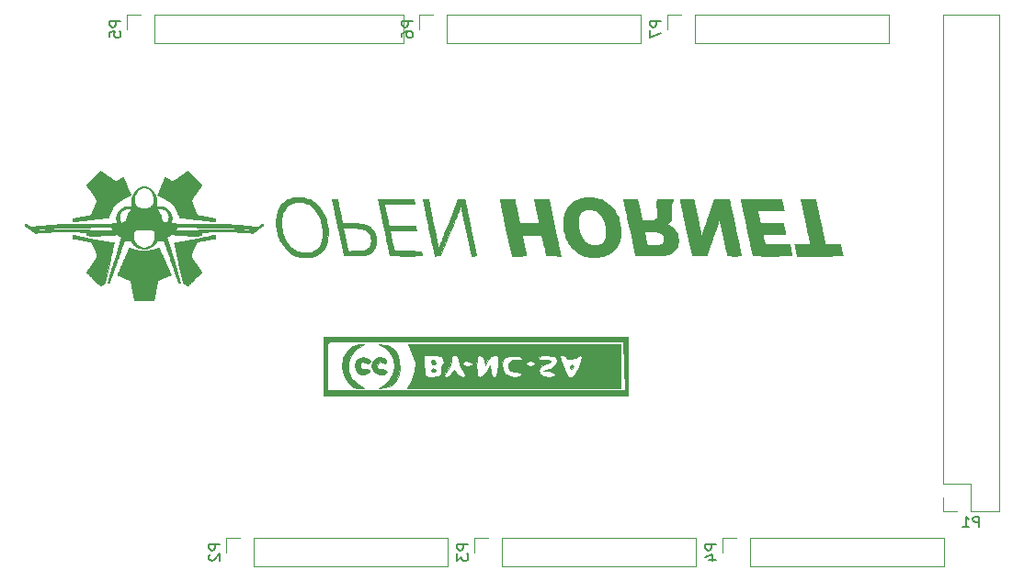
<source format=gbr>
G04 #@! TF.GenerationSoftware,KiCad,Pcbnew,(5.1.6)-1*
G04 #@! TF.CreationDate,2020-12-22T16:43:39+11:00*
G04 #@! TF.ProjectId,ABSIS_Backlight_Controller,41425349-535f-4426-9163-6b6c69676874,rev?*
G04 #@! TF.SameCoordinates,Original*
G04 #@! TF.FileFunction,Legend,Bot*
G04 #@! TF.FilePolarity,Positive*
%FSLAX46Y46*%
G04 Gerber Fmt 4.6, Leading zero omitted, Abs format (unit mm)*
G04 Created by KiCad (PCBNEW (5.1.6)-1) date 2020-12-22 16:43:39*
%MOMM*%
%LPD*%
G01*
G04 APERTURE LIST*
%ADD10C,0.010000*%
%ADD11C,0.120000*%
%ADD12C,0.150000*%
G04 APERTURE END LIST*
D10*
G36*
X161823232Y-102233318D02*
G01*
X161985027Y-102018266D01*
X161991444Y-101971072D01*
X161863141Y-101817318D01*
X161823232Y-101812788D01*
X161675607Y-101949706D01*
X161655020Y-102075033D01*
X161736567Y-102249142D01*
X161823232Y-102233318D01*
G37*
X161823232Y-102233318D02*
X161985027Y-102018266D01*
X161991444Y-101971072D01*
X161863141Y-101817318D01*
X161823232Y-101812788D01*
X161675607Y-101949706D01*
X161655020Y-102075033D01*
X161736567Y-102249142D01*
X161823232Y-102233318D01*
G36*
X149307268Y-102404088D02*
G01*
X149291444Y-102317424D01*
X149076392Y-102155628D01*
X149029198Y-102149212D01*
X148875444Y-102277514D01*
X148870914Y-102317424D01*
X149007832Y-102465049D01*
X149133159Y-102485636D01*
X149307268Y-102404088D01*
G37*
X149307268Y-102404088D02*
X149291444Y-102317424D01*
X149076392Y-102155628D01*
X149029198Y-102149212D01*
X148875444Y-102277514D01*
X148870914Y-102317424D01*
X149007832Y-102465049D01*
X149133159Y-102485636D01*
X149307268Y-102404088D01*
G36*
X149333433Y-101714983D02*
G01*
X149337001Y-101613036D01*
X149169572Y-101390901D01*
X148968009Y-101362658D01*
X148870914Y-101546452D01*
X149006350Y-101778172D01*
X149137249Y-101812788D01*
X149333433Y-101714983D01*
G37*
X149333433Y-101714983D02*
X149337001Y-101613036D01*
X149169572Y-101390901D01*
X148968009Y-101362658D01*
X148870914Y-101546452D01*
X149006350Y-101778172D01*
X149137249Y-101812788D01*
X149333433Y-101714983D01*
G36*
X144448459Y-102770289D02*
G01*
X144645113Y-102670078D01*
X144796077Y-102462088D01*
X144689770Y-102289638D01*
X144399153Y-102252508D01*
X144348009Y-102263764D01*
X144011646Y-102237246D01*
X143881237Y-102010918D01*
X144000605Y-101719239D01*
X144243189Y-101567449D01*
X144420640Y-101650670D01*
X144653019Y-101733552D01*
X144756297Y-101633937D01*
X144759199Y-101403229D01*
X144533393Y-101231226D01*
X144185940Y-101155705D01*
X143823904Y-101214441D01*
X143721069Y-101268675D01*
X143446120Y-101624394D01*
X143424524Y-102077030D01*
X143647740Y-102477031D01*
X144060364Y-102774303D01*
X144448459Y-102770289D01*
G37*
X144448459Y-102770289D02*
X144645113Y-102670078D01*
X144796077Y-102462088D01*
X144689770Y-102289638D01*
X144399153Y-102252508D01*
X144348009Y-102263764D01*
X144011646Y-102237246D01*
X143881237Y-102010918D01*
X144000605Y-101719239D01*
X144243189Y-101567449D01*
X144420640Y-101650670D01*
X144653019Y-101733552D01*
X144756297Y-101633937D01*
X144759199Y-101403229D01*
X144533393Y-101231226D01*
X144185940Y-101155705D01*
X143823904Y-101214441D01*
X143721069Y-101268675D01*
X143446120Y-101624394D01*
X143424524Y-102077030D01*
X143647740Y-102477031D01*
X144060364Y-102774303D01*
X144448459Y-102770289D01*
G36*
X142783760Y-102733016D02*
G01*
X142909559Y-102679821D01*
X143200017Y-102468910D01*
X143211116Y-102293091D01*
X142962694Y-102240743D01*
X142817161Y-102268194D01*
X142489599Y-102232918D01*
X142381893Y-102092245D01*
X142346221Y-101733935D01*
X142532835Y-101575762D01*
X142815285Y-101644576D01*
X143112468Y-101703250D01*
X143281402Y-101584800D01*
X143238287Y-101382772D01*
X143131206Y-101291921D01*
X142633314Y-101150323D01*
X142161630Y-101323937D01*
X142070346Y-101404273D01*
X141828282Y-101836553D01*
X141912486Y-102287954D01*
X142143120Y-102570360D01*
X142455412Y-102773195D01*
X142783760Y-102733016D01*
G37*
X142783760Y-102733016D02*
X142909559Y-102679821D01*
X143200017Y-102468910D01*
X143211116Y-102293091D01*
X142962694Y-102240743D01*
X142817161Y-102268194D01*
X142489599Y-102232918D01*
X142381893Y-102092245D01*
X142346221Y-101733935D01*
X142532835Y-101575762D01*
X142815285Y-101644576D01*
X143112468Y-101703250D01*
X143281402Y-101584800D01*
X143238287Y-101382772D01*
X143131206Y-101291921D01*
X142633314Y-101150323D01*
X142161630Y-101323937D01*
X142070346Y-101404273D01*
X141828282Y-101836553D01*
X141912486Y-102287954D01*
X142143120Y-102570360D01*
X142455412Y-102773195D01*
X142783760Y-102733016D01*
G36*
X166364953Y-99962457D02*
G01*
X146729916Y-99962457D01*
X147138783Y-100761463D01*
X147209332Y-100971728D01*
X148181277Y-100971728D01*
X148848762Y-100971728D01*
X149349301Y-100996631D01*
X149733376Y-101058104D01*
X149782322Y-101073831D01*
X149992113Y-101295156D01*
X150043685Y-101623623D01*
X149910097Y-101878222D01*
X149902744Y-101882952D01*
X149820175Y-102097017D01*
X149836765Y-102389760D01*
X149830799Y-102721779D01*
X149619624Y-102864112D01*
X150052138Y-102864112D01*
X150149074Y-102655323D01*
X150377805Y-102326420D01*
X150384821Y-102317424D01*
X150626172Y-101863103D01*
X150717505Y-101434311D01*
X150785511Y-101083496D01*
X151019928Y-100972640D01*
X151057669Y-100971728D01*
X151313532Y-101061337D01*
X151396751Y-101382428D01*
X151397833Y-101434311D01*
X151471222Y-101756376D01*
X151734685Y-101756376D01*
X151849753Y-101581410D01*
X152126746Y-101497135D01*
X152472965Y-101570687D01*
X152694162Y-101758738D01*
X152698577Y-101770735D01*
X152610959Y-101930816D01*
X152249170Y-101981000D01*
X153076212Y-101981000D01*
X153089099Y-101416031D01*
X153144150Y-101110734D01*
X153265953Y-100988817D01*
X153401463Y-100971728D01*
X153674944Y-101095333D01*
X153787325Y-101434311D01*
X153847937Y-101896894D01*
X154077817Y-101434311D01*
X154399740Y-101053548D01*
X154709620Y-100971728D01*
X154934737Y-100993883D01*
X155048558Y-101113961D01*
X155080356Y-101412381D01*
X155064313Y-101849638D01*
X155431924Y-101849638D01*
X155519173Y-101400022D01*
X155725549Y-101149089D01*
X156094905Y-101034883D01*
X156557202Y-101017816D01*
X156978657Y-101087684D01*
X157225484Y-101234282D01*
X157239971Y-101264597D01*
X157232075Y-101284441D01*
X158788094Y-101284441D01*
X158907558Y-101083870D01*
X159163889Y-100995452D01*
X159587108Y-100973208D01*
X160029567Y-101010643D01*
X160300719Y-101088883D01*
X160737298Y-101088883D01*
X160792029Y-100988463D01*
X160968013Y-100971737D01*
X160984627Y-100971728D01*
X161256630Y-101042634D01*
X161318596Y-101139940D01*
X161453435Y-101279295D01*
X161776433Y-101293345D01*
X162165310Y-101186437D01*
X162322500Y-101104255D01*
X162635967Y-100974677D01*
X162761746Y-101101426D01*
X162701511Y-101493571D01*
X162498533Y-102059061D01*
X162214492Y-102652813D01*
X161959504Y-102945758D01*
X161813622Y-102990271D01*
X161619590Y-102976921D01*
X161476578Y-102892225D01*
X161336692Y-102669219D01*
X161152035Y-102240937D01*
X160995329Y-101846168D01*
X160804753Y-101349338D01*
X160737298Y-101088883D01*
X160300719Y-101088883D01*
X160343617Y-101101261D01*
X160399339Y-101149501D01*
X160471967Y-101542354D01*
X160282471Y-101927585D01*
X159891134Y-102201462D01*
X159764818Y-102241371D01*
X159215947Y-102376457D01*
X159762636Y-102441704D01*
X160189730Y-102567852D01*
X160321145Y-102755049D01*
X160160036Y-102922650D01*
X159741179Y-102990271D01*
X159223387Y-102886607D01*
X158913357Y-102630473D01*
X158828136Y-102304154D01*
X158984770Y-101989938D01*
X159400306Y-101770110D01*
X159484391Y-101750688D01*
X159820594Y-101628330D01*
X159885745Y-101471531D01*
X159883929Y-101468492D01*
X159648739Y-101367936D01*
X159284039Y-101395775D01*
X158913688Y-101414335D01*
X158788094Y-101284441D01*
X157232075Y-101284441D01*
X157186391Y-101399247D01*
X156863501Y-101384071D01*
X156823022Y-101376256D01*
X156343721Y-101399185D01*
X156045541Y-101645466D01*
X156035072Y-101728682D01*
X157617934Y-101728682D01*
X157764161Y-101525749D01*
X158038463Y-101476364D01*
X158376686Y-101564100D01*
X158458993Y-101728682D01*
X158312766Y-101931615D01*
X158038463Y-101981000D01*
X157700241Y-101893264D01*
X157617934Y-101728682D01*
X156035072Y-101728682D01*
X155994321Y-102052593D01*
X156017358Y-102141140D01*
X156192885Y-102390261D01*
X156566147Y-102481742D01*
X156718121Y-102485636D01*
X157138709Y-102534922D01*
X157243828Y-102684512D01*
X157240520Y-102695900D01*
X157023353Y-102884874D01*
X156621011Y-102959249D01*
X156165506Y-102916558D01*
X155788849Y-102754336D01*
X155751868Y-102723714D01*
X155510252Y-102336467D01*
X155431924Y-101849638D01*
X155064313Y-101849638D01*
X155061096Y-101937312D01*
X155006695Y-102519287D01*
X154905423Y-102835401D01*
X154734485Y-102955356D01*
X154727692Y-102956720D01*
X154515609Y-102902649D01*
X154407883Y-102594156D01*
X154390851Y-102453718D01*
X154336968Y-101896894D01*
X154038694Y-102443583D01*
X153728204Y-102843809D01*
X153408316Y-102990271D01*
X153222678Y-102952268D01*
X153122366Y-102787122D01*
X153082140Y-102418126D01*
X153076212Y-101981000D01*
X152249170Y-101981000D01*
X151841501Y-101922363D01*
X151734685Y-101756376D01*
X151471222Y-101756376D01*
X151505305Y-101905944D01*
X151730516Y-102317424D01*
X152000874Y-102712305D01*
X152027899Y-102921678D01*
X151814237Y-102989546D01*
X151770979Y-102990271D01*
X151459541Y-102858895D01*
X151253233Y-102635137D01*
X151031448Y-102280002D01*
X150782702Y-102635137D01*
X150527748Y-102878514D01*
X150252846Y-102994016D01*
X150072277Y-102945826D01*
X150052138Y-102864112D01*
X149619624Y-102864112D01*
X149585507Y-102887107D01*
X149494892Y-102912352D01*
X148998478Y-102974504D01*
X148677758Y-102962160D01*
X148451203Y-102895688D01*
X148324093Y-102721483D01*
X148259493Y-102354813D01*
X148231725Y-101938947D01*
X148181277Y-100971728D01*
X147209332Y-100971728D01*
X147435254Y-101645066D01*
X147402994Y-102518326D01*
X147040540Y-103413761D01*
X147017766Y-103452854D01*
X146695505Y-103999543D01*
X166364953Y-103999543D01*
X166364953Y-99962457D01*
G37*
X166364953Y-99962457D02*
X146729916Y-99962457D01*
X147138783Y-100761463D01*
X147209332Y-100971728D01*
X148181277Y-100971728D01*
X148848762Y-100971728D01*
X149349301Y-100996631D01*
X149733376Y-101058104D01*
X149782322Y-101073831D01*
X149992113Y-101295156D01*
X150043685Y-101623623D01*
X149910097Y-101878222D01*
X149902744Y-101882952D01*
X149820175Y-102097017D01*
X149836765Y-102389760D01*
X149830799Y-102721779D01*
X149619624Y-102864112D01*
X150052138Y-102864112D01*
X150149074Y-102655323D01*
X150377805Y-102326420D01*
X150384821Y-102317424D01*
X150626172Y-101863103D01*
X150717505Y-101434311D01*
X150785511Y-101083496D01*
X151019928Y-100972640D01*
X151057669Y-100971728D01*
X151313532Y-101061337D01*
X151396751Y-101382428D01*
X151397833Y-101434311D01*
X151471222Y-101756376D01*
X151734685Y-101756376D01*
X151849753Y-101581410D01*
X152126746Y-101497135D01*
X152472965Y-101570687D01*
X152694162Y-101758738D01*
X152698577Y-101770735D01*
X152610959Y-101930816D01*
X152249170Y-101981000D01*
X153076212Y-101981000D01*
X153089099Y-101416031D01*
X153144150Y-101110734D01*
X153265953Y-100988817D01*
X153401463Y-100971728D01*
X153674944Y-101095333D01*
X153787325Y-101434311D01*
X153847937Y-101896894D01*
X154077817Y-101434311D01*
X154399740Y-101053548D01*
X154709620Y-100971728D01*
X154934737Y-100993883D01*
X155048558Y-101113961D01*
X155080356Y-101412381D01*
X155064313Y-101849638D01*
X155431924Y-101849638D01*
X155519173Y-101400022D01*
X155725549Y-101149089D01*
X156094905Y-101034883D01*
X156557202Y-101017816D01*
X156978657Y-101087684D01*
X157225484Y-101234282D01*
X157239971Y-101264597D01*
X157232075Y-101284441D01*
X158788094Y-101284441D01*
X158907558Y-101083870D01*
X159163889Y-100995452D01*
X159587108Y-100973208D01*
X160029567Y-101010643D01*
X160300719Y-101088883D01*
X160737298Y-101088883D01*
X160792029Y-100988463D01*
X160968013Y-100971737D01*
X160984627Y-100971728D01*
X161256630Y-101042634D01*
X161318596Y-101139940D01*
X161453435Y-101279295D01*
X161776433Y-101293345D01*
X162165310Y-101186437D01*
X162322500Y-101104255D01*
X162635967Y-100974677D01*
X162761746Y-101101426D01*
X162701511Y-101493571D01*
X162498533Y-102059061D01*
X162214492Y-102652813D01*
X161959504Y-102945758D01*
X161813622Y-102990271D01*
X161619590Y-102976921D01*
X161476578Y-102892225D01*
X161336692Y-102669219D01*
X161152035Y-102240937D01*
X160995329Y-101846168D01*
X160804753Y-101349338D01*
X160737298Y-101088883D01*
X160300719Y-101088883D01*
X160343617Y-101101261D01*
X160399339Y-101149501D01*
X160471967Y-101542354D01*
X160282471Y-101927585D01*
X159891134Y-102201462D01*
X159764818Y-102241371D01*
X159215947Y-102376457D01*
X159762636Y-102441704D01*
X160189730Y-102567852D01*
X160321145Y-102755049D01*
X160160036Y-102922650D01*
X159741179Y-102990271D01*
X159223387Y-102886607D01*
X158913357Y-102630473D01*
X158828136Y-102304154D01*
X158984770Y-101989938D01*
X159400306Y-101770110D01*
X159484391Y-101750688D01*
X159820594Y-101628330D01*
X159885745Y-101471531D01*
X159883929Y-101468492D01*
X159648739Y-101367936D01*
X159284039Y-101395775D01*
X158913688Y-101414335D01*
X158788094Y-101284441D01*
X157232075Y-101284441D01*
X157186391Y-101399247D01*
X156863501Y-101384071D01*
X156823022Y-101376256D01*
X156343721Y-101399185D01*
X156045541Y-101645466D01*
X156035072Y-101728682D01*
X157617934Y-101728682D01*
X157764161Y-101525749D01*
X158038463Y-101476364D01*
X158376686Y-101564100D01*
X158458993Y-101728682D01*
X158312766Y-101931615D01*
X158038463Y-101981000D01*
X157700241Y-101893264D01*
X157617934Y-101728682D01*
X156035072Y-101728682D01*
X155994321Y-102052593D01*
X156017358Y-102141140D01*
X156192885Y-102390261D01*
X156566147Y-102481742D01*
X156718121Y-102485636D01*
X157138709Y-102534922D01*
X157243828Y-102684512D01*
X157240520Y-102695900D01*
X157023353Y-102884874D01*
X156621011Y-102959249D01*
X156165506Y-102916558D01*
X155788849Y-102754336D01*
X155751868Y-102723714D01*
X155510252Y-102336467D01*
X155431924Y-101849638D01*
X155064313Y-101849638D01*
X155061096Y-101937312D01*
X155006695Y-102519287D01*
X154905423Y-102835401D01*
X154734485Y-102955356D01*
X154727692Y-102956720D01*
X154515609Y-102902649D01*
X154407883Y-102594156D01*
X154390851Y-102453718D01*
X154336968Y-101896894D01*
X154038694Y-102443583D01*
X153728204Y-102843809D01*
X153408316Y-102990271D01*
X153222678Y-102952268D01*
X153122366Y-102787122D01*
X153082140Y-102418126D01*
X153076212Y-101981000D01*
X152249170Y-101981000D01*
X151841501Y-101922363D01*
X151734685Y-101756376D01*
X151471222Y-101756376D01*
X151505305Y-101905944D01*
X151730516Y-102317424D01*
X152000874Y-102712305D01*
X152027899Y-102921678D01*
X151814237Y-102989546D01*
X151770979Y-102990271D01*
X151459541Y-102858895D01*
X151253233Y-102635137D01*
X151031448Y-102280002D01*
X150782702Y-102635137D01*
X150527748Y-102878514D01*
X150252846Y-102994016D01*
X150072277Y-102945826D01*
X150052138Y-102864112D01*
X149619624Y-102864112D01*
X149585507Y-102887107D01*
X149494892Y-102912352D01*
X148998478Y-102974504D01*
X148677758Y-102962160D01*
X148451203Y-102895688D01*
X148324093Y-102721483D01*
X148259493Y-102354813D01*
X148231725Y-101938947D01*
X148181277Y-100971728D01*
X147209332Y-100971728D01*
X147435254Y-101645066D01*
X147402994Y-102518326D01*
X147040540Y-103413761D01*
X147017766Y-103452854D01*
X146695505Y-103999543D01*
X166364953Y-103999543D01*
X166364953Y-99962457D01*
G36*
X144660246Y-103960950D02*
G01*
X145224924Y-103773100D01*
X145637536Y-103356956D01*
X145898081Y-102783663D01*
X146006561Y-102124369D01*
X145962975Y-101450220D01*
X145767324Y-100832364D01*
X145419606Y-100341947D01*
X144919822Y-100050117D01*
X144660246Y-100003555D01*
X144076874Y-99960547D01*
X144537342Y-100218084D01*
X145093343Y-100700597D01*
X145409050Y-101338673D01*
X145484882Y-102052848D01*
X145321262Y-102763658D01*
X144918608Y-103391639D01*
X144518800Y-103724258D01*
X144076874Y-104006463D01*
X144660246Y-103960950D01*
G37*
X144660246Y-103960950D02*
X145224924Y-103773100D01*
X145637536Y-103356956D01*
X145898081Y-102783663D01*
X146006561Y-102124369D01*
X145962975Y-101450220D01*
X145767324Y-100832364D01*
X145419606Y-100341947D01*
X144919822Y-100050117D01*
X144660246Y-100003555D01*
X144076874Y-99960547D01*
X144537342Y-100218084D01*
X145093343Y-100700597D01*
X145409050Y-101338673D01*
X145484882Y-102052848D01*
X145321262Y-102763658D01*
X144918608Y-103391639D01*
X144518800Y-103724258D01*
X144076874Y-104006463D01*
X144660246Y-103960950D01*
G36*
X142125260Y-103615582D02*
G01*
X141551143Y-103055002D01*
X141249883Y-102365887D01*
X141245511Y-101621350D01*
X141354227Y-101269782D01*
X141690418Y-100740128D01*
X142148651Y-100319325D01*
X142174368Y-100303193D01*
X142731179Y-99963714D01*
X142199443Y-99963086D01*
X141694461Y-100076654D01*
X141249299Y-100459712D01*
X141246475Y-100463063D01*
X140795323Y-101232719D01*
X140663457Y-102052967D01*
X140850878Y-102868394D01*
X141246475Y-103498937D01*
X141705065Y-103890259D01*
X142182266Y-103999543D01*
X142696824Y-103999543D01*
X142125260Y-103615582D01*
G37*
X142125260Y-103615582D02*
X141551143Y-103055002D01*
X141249883Y-102365887D01*
X141245511Y-101621350D01*
X141354227Y-101269782D01*
X141690418Y-100740128D01*
X142148651Y-100319325D01*
X142174368Y-100303193D01*
X142731179Y-99963714D01*
X142199443Y-99963086D01*
X141694461Y-100076654D01*
X141249299Y-100459712D01*
X141246475Y-100463063D01*
X140795323Y-101232719D01*
X140663457Y-102052967D01*
X140850878Y-102868394D01*
X141246475Y-103498937D01*
X141705065Y-103890259D01*
X142182266Y-103999543D01*
X142696824Y-103999543D01*
X142125260Y-103615582D01*
G36*
X167037801Y-99289609D02*
G01*
X138946410Y-99289609D01*
X138946410Y-104167755D01*
X139282834Y-104167755D01*
X139282834Y-102009035D01*
X139291194Y-101188415D01*
X139314038Y-100492919D01*
X139348015Y-99989873D01*
X139389771Y-99746599D01*
X139395964Y-99737186D01*
X139577860Y-99720141D01*
X140070807Y-99704922D01*
X140849439Y-99691659D01*
X141888388Y-99680482D01*
X143162286Y-99671520D01*
X144645765Y-99664904D01*
X146313458Y-99660764D01*
X148139998Y-99659231D01*
X150100016Y-99660433D01*
X152168145Y-99664502D01*
X153063183Y-99667097D01*
X166617271Y-99710139D01*
X166664207Y-101938947D01*
X166711142Y-104167755D01*
X139282834Y-104167755D01*
X138946410Y-104167755D01*
X138946410Y-104672390D01*
X167037801Y-104672390D01*
X167037801Y-99289609D01*
G37*
X167037801Y-99289609D02*
X138946410Y-99289609D01*
X138946410Y-104167755D01*
X139282834Y-104167755D01*
X139282834Y-102009035D01*
X139291194Y-101188415D01*
X139314038Y-100492919D01*
X139348015Y-99989873D01*
X139389771Y-99746599D01*
X139395964Y-99737186D01*
X139577860Y-99720141D01*
X140070807Y-99704922D01*
X140849439Y-99691659D01*
X141888388Y-99680482D01*
X143162286Y-99671520D01*
X144645765Y-99664904D01*
X146313458Y-99660764D01*
X148139998Y-99659231D01*
X150100016Y-99660433D01*
X152168145Y-99664502D01*
X153063183Y-99667097D01*
X166617271Y-99710139D01*
X166664207Y-101938947D01*
X166711142Y-104167755D01*
X139282834Y-104167755D01*
X138946410Y-104167755D01*
X138946410Y-104672390D01*
X167037801Y-104672390D01*
X167037801Y-99289609D01*
G36*
X115860260Y-88619662D02*
G01*
X115885885Y-88616923D01*
X115926348Y-88612494D01*
X115980652Y-88606490D01*
X116047805Y-88599021D01*
X116126812Y-88590201D01*
X116216680Y-88580141D01*
X116316413Y-88568955D01*
X116425018Y-88556755D01*
X116541501Y-88543654D01*
X116664868Y-88529763D01*
X116794124Y-88515195D01*
X116928276Y-88500064D01*
X117066329Y-88484480D01*
X117207289Y-88468557D01*
X117350162Y-88452407D01*
X117493955Y-88436143D01*
X117637672Y-88419877D01*
X117780320Y-88403722D01*
X117920904Y-88387789D01*
X118058431Y-88372192D01*
X118191906Y-88357043D01*
X118320336Y-88342454D01*
X118442726Y-88328538D01*
X118558081Y-88315407D01*
X118665409Y-88303174D01*
X118763715Y-88291952D01*
X118852004Y-88281852D01*
X118929283Y-88272987D01*
X118994557Y-88265470D01*
X119046832Y-88259413D01*
X119085115Y-88254928D01*
X119108411Y-88252129D01*
X119114524Y-88251341D01*
X119137645Y-88246425D01*
X119149221Y-88237700D01*
X119154400Y-88222484D01*
X119158893Y-88209658D01*
X119169675Y-88183203D01*
X119185959Y-88144873D01*
X119206955Y-88096420D01*
X119231876Y-88039600D01*
X119259932Y-87976165D01*
X119290336Y-87907869D01*
X119322299Y-87836467D01*
X119355033Y-87763711D01*
X119387749Y-87691357D01*
X119419658Y-87621156D01*
X119449973Y-87554864D01*
X119477905Y-87494233D01*
X119502666Y-87441019D01*
X119523466Y-87396973D01*
X119539518Y-87363851D01*
X119547385Y-87348336D01*
X119589127Y-87277665D01*
X119642358Y-87201338D01*
X119704201Y-87122660D01*
X119771779Y-87044940D01*
X119842214Y-86971482D01*
X119912630Y-86905595D01*
X119980148Y-86850584D01*
X119981133Y-86849852D01*
X119996369Y-86839707D01*
X120024812Y-86821934D01*
X120065014Y-86797384D01*
X120115523Y-86766910D01*
X120174891Y-86731361D01*
X120241669Y-86691591D01*
X120314405Y-86648450D01*
X120391651Y-86602789D01*
X120471957Y-86555461D01*
X120553874Y-86507317D01*
X120635951Y-86459207D01*
X120716739Y-86411984D01*
X120794788Y-86366500D01*
X120868649Y-86323604D01*
X120936872Y-86284150D01*
X120998007Y-86248988D01*
X121050604Y-86218970D01*
X121093215Y-86194947D01*
X121124388Y-86177771D01*
X121134946Y-86172166D01*
X121172681Y-86152567D01*
X120852104Y-85377867D01*
X120795187Y-85240612D01*
X120742960Y-85115261D01*
X120695597Y-85002222D01*
X120653275Y-84901904D01*
X120616168Y-84814716D01*
X120584452Y-84741065D01*
X120558300Y-84681359D01*
X120537890Y-84636009D01*
X120523395Y-84605421D01*
X120514990Y-84590005D01*
X120513626Y-84588350D01*
X120491865Y-84576916D01*
X120474008Y-84573534D01*
X120461951Y-84577428D01*
X120436719Y-84588542D01*
X120400023Y-84606026D01*
X120353574Y-84629027D01*
X120299083Y-84656695D01*
X120238261Y-84688179D01*
X120172818Y-84722626D01*
X120150686Y-84734400D01*
X120072212Y-84776149D01*
X120007096Y-84810435D01*
X119953820Y-84837878D01*
X119910863Y-84859104D01*
X119876707Y-84874733D01*
X119849832Y-84885388D01*
X119828719Y-84891692D01*
X119811848Y-84894267D01*
X119797700Y-84893737D01*
X119784756Y-84890722D01*
X119776368Y-84887763D01*
X119766679Y-84881972D01*
X119744046Y-84867257D01*
X119709469Y-84844298D01*
X119663952Y-84813773D01*
X119608495Y-84776362D01*
X119544101Y-84732744D01*
X119471773Y-84683598D01*
X119392512Y-84629602D01*
X119307320Y-84571436D01*
X119217200Y-84509779D01*
X119123154Y-84445310D01*
X119101667Y-84430563D01*
X118989355Y-84353473D01*
X118890135Y-84285429D01*
X118803132Y-84225900D01*
X118727472Y-84174357D01*
X118662281Y-84130268D01*
X118606686Y-84093104D01*
X118559812Y-84062334D01*
X118520785Y-84037427D01*
X118488732Y-84017853D01*
X118462779Y-84003083D01*
X118442051Y-83992584D01*
X118425674Y-83985827D01*
X118412775Y-83982282D01*
X118402479Y-83981417D01*
X118393913Y-83982703D01*
X118386203Y-83985609D01*
X118378474Y-83989605D01*
X118376700Y-83990569D01*
X118367621Y-83998204D01*
X118347634Y-84016872D01*
X118317736Y-84045576D01*
X118278923Y-84083319D01*
X118232191Y-84129105D01*
X118178539Y-84181937D01*
X118118962Y-84240820D01*
X118054456Y-84304755D01*
X117986020Y-84372746D01*
X117914649Y-84443798D01*
X117841340Y-84516912D01*
X117767089Y-84591093D01*
X117692894Y-84665344D01*
X117619752Y-84738669D01*
X117548657Y-84810070D01*
X117480609Y-84878551D01*
X117416602Y-84943116D01*
X117357635Y-85002768D01*
X117304703Y-85056510D01*
X117258803Y-85103346D01*
X117220932Y-85142279D01*
X117192087Y-85172312D01*
X117173264Y-85192449D01*
X117165459Y-85201693D01*
X117165421Y-85201763D01*
X117157070Y-85220262D01*
X117153451Y-85238091D01*
X117155430Y-85257594D01*
X117163878Y-85281110D01*
X117179662Y-85310982D01*
X117203651Y-85349550D01*
X117236713Y-85399155D01*
X117240959Y-85405413D01*
X117260233Y-85433704D01*
X117288110Y-85474509D01*
X117323601Y-85526385D01*
X117365720Y-85587890D01*
X117413478Y-85657584D01*
X117465887Y-85734025D01*
X117521958Y-85815770D01*
X117580703Y-85901378D01*
X117641134Y-85989407D01*
X117695041Y-86067900D01*
X117753803Y-86153582D01*
X117809951Y-86235711D01*
X117862715Y-86313146D01*
X117911328Y-86384748D01*
X117955019Y-86449375D01*
X117993021Y-86505888D01*
X118024565Y-86553146D01*
X118048881Y-86590009D01*
X118065201Y-86615337D01*
X118072757Y-86627989D01*
X118073014Y-86628545D01*
X118081218Y-86654728D01*
X118084600Y-86679106D01*
X118081471Y-86691322D01*
X118072471Y-86717749D01*
X118058181Y-86756940D01*
X118039179Y-86807450D01*
X118016046Y-86867832D01*
X117989362Y-86936642D01*
X117959707Y-87012434D01*
X117927660Y-87093760D01*
X117893802Y-87179176D01*
X117858712Y-87267236D01*
X117822970Y-87356493D01*
X117787157Y-87445502D01*
X117751852Y-87532817D01*
X117717635Y-87616993D01*
X117685087Y-87696582D01*
X117654786Y-87770140D01*
X117627313Y-87836220D01*
X117603248Y-87893377D01*
X117583171Y-87940165D01*
X117567661Y-87975137D01*
X117557299Y-87996849D01*
X117553478Y-88003313D01*
X117535955Y-88021809D01*
X117520285Y-88034714D01*
X117518375Y-88035843D01*
X117508205Y-88038430D01*
X117482543Y-88043862D01*
X117442550Y-88051916D01*
X117389387Y-88062372D01*
X117324214Y-88075005D01*
X117248193Y-88089593D01*
X117162485Y-88105915D01*
X117068249Y-88123748D01*
X116966649Y-88142869D01*
X116858843Y-88163056D01*
X116745994Y-88184086D01*
X116700138Y-88192604D01*
X116553589Y-88219875D01*
X116423129Y-88244318D01*
X116308172Y-88266048D01*
X116208132Y-88285184D01*
X116122422Y-88301842D01*
X116050456Y-88316138D01*
X115991649Y-88328190D01*
X115945413Y-88338115D01*
X115911163Y-88346029D01*
X115888313Y-88352049D01*
X115876276Y-88356292D01*
X115874800Y-88357151D01*
X115858200Y-88371357D01*
X115846534Y-88388074D01*
X115838974Y-88410435D01*
X115834692Y-88441575D01*
X115832859Y-88484628D01*
X115832591Y-88516884D01*
X115832674Y-88560240D01*
X115833366Y-88589451D01*
X115835147Y-88607305D01*
X115838497Y-88616588D01*
X115843899Y-88620089D01*
X115850465Y-88620601D01*
X115860260Y-88619662D01*
G37*
X115860260Y-88619662D02*
X115885885Y-88616923D01*
X115926348Y-88612494D01*
X115980652Y-88606490D01*
X116047805Y-88599021D01*
X116126812Y-88590201D01*
X116216680Y-88580141D01*
X116316413Y-88568955D01*
X116425018Y-88556755D01*
X116541501Y-88543654D01*
X116664868Y-88529763D01*
X116794124Y-88515195D01*
X116928276Y-88500064D01*
X117066329Y-88484480D01*
X117207289Y-88468557D01*
X117350162Y-88452407D01*
X117493955Y-88436143D01*
X117637672Y-88419877D01*
X117780320Y-88403722D01*
X117920904Y-88387789D01*
X118058431Y-88372192D01*
X118191906Y-88357043D01*
X118320336Y-88342454D01*
X118442726Y-88328538D01*
X118558081Y-88315407D01*
X118665409Y-88303174D01*
X118763715Y-88291952D01*
X118852004Y-88281852D01*
X118929283Y-88272987D01*
X118994557Y-88265470D01*
X119046832Y-88259413D01*
X119085115Y-88254928D01*
X119108411Y-88252129D01*
X119114524Y-88251341D01*
X119137645Y-88246425D01*
X119149221Y-88237700D01*
X119154400Y-88222484D01*
X119158893Y-88209658D01*
X119169675Y-88183203D01*
X119185959Y-88144873D01*
X119206955Y-88096420D01*
X119231876Y-88039600D01*
X119259932Y-87976165D01*
X119290336Y-87907869D01*
X119322299Y-87836467D01*
X119355033Y-87763711D01*
X119387749Y-87691357D01*
X119419658Y-87621156D01*
X119449973Y-87554864D01*
X119477905Y-87494233D01*
X119502666Y-87441019D01*
X119523466Y-87396973D01*
X119539518Y-87363851D01*
X119547385Y-87348336D01*
X119589127Y-87277665D01*
X119642358Y-87201338D01*
X119704201Y-87122660D01*
X119771779Y-87044940D01*
X119842214Y-86971482D01*
X119912630Y-86905595D01*
X119980148Y-86850584D01*
X119981133Y-86849852D01*
X119996369Y-86839707D01*
X120024812Y-86821934D01*
X120065014Y-86797384D01*
X120115523Y-86766910D01*
X120174891Y-86731361D01*
X120241669Y-86691591D01*
X120314405Y-86648450D01*
X120391651Y-86602789D01*
X120471957Y-86555461D01*
X120553874Y-86507317D01*
X120635951Y-86459207D01*
X120716739Y-86411984D01*
X120794788Y-86366500D01*
X120868649Y-86323604D01*
X120936872Y-86284150D01*
X120998007Y-86248988D01*
X121050604Y-86218970D01*
X121093215Y-86194947D01*
X121124388Y-86177771D01*
X121134946Y-86172166D01*
X121172681Y-86152567D01*
X120852104Y-85377867D01*
X120795187Y-85240612D01*
X120742960Y-85115261D01*
X120695597Y-85002222D01*
X120653275Y-84901904D01*
X120616168Y-84814716D01*
X120584452Y-84741065D01*
X120558300Y-84681359D01*
X120537890Y-84636009D01*
X120523395Y-84605421D01*
X120514990Y-84590005D01*
X120513626Y-84588350D01*
X120491865Y-84576916D01*
X120474008Y-84573534D01*
X120461951Y-84577428D01*
X120436719Y-84588542D01*
X120400023Y-84606026D01*
X120353574Y-84629027D01*
X120299083Y-84656695D01*
X120238261Y-84688179D01*
X120172818Y-84722626D01*
X120150686Y-84734400D01*
X120072212Y-84776149D01*
X120007096Y-84810435D01*
X119953820Y-84837878D01*
X119910863Y-84859104D01*
X119876707Y-84874733D01*
X119849832Y-84885388D01*
X119828719Y-84891692D01*
X119811848Y-84894267D01*
X119797700Y-84893737D01*
X119784756Y-84890722D01*
X119776368Y-84887763D01*
X119766679Y-84881972D01*
X119744046Y-84867257D01*
X119709469Y-84844298D01*
X119663952Y-84813773D01*
X119608495Y-84776362D01*
X119544101Y-84732744D01*
X119471773Y-84683598D01*
X119392512Y-84629602D01*
X119307320Y-84571436D01*
X119217200Y-84509779D01*
X119123154Y-84445310D01*
X119101667Y-84430563D01*
X118989355Y-84353473D01*
X118890135Y-84285429D01*
X118803132Y-84225900D01*
X118727472Y-84174357D01*
X118662281Y-84130268D01*
X118606686Y-84093104D01*
X118559812Y-84062334D01*
X118520785Y-84037427D01*
X118488732Y-84017853D01*
X118462779Y-84003083D01*
X118442051Y-83992584D01*
X118425674Y-83985827D01*
X118412775Y-83982282D01*
X118402479Y-83981417D01*
X118393913Y-83982703D01*
X118386203Y-83985609D01*
X118378474Y-83989605D01*
X118376700Y-83990569D01*
X118367621Y-83998204D01*
X118347634Y-84016872D01*
X118317736Y-84045576D01*
X118278923Y-84083319D01*
X118232191Y-84129105D01*
X118178539Y-84181937D01*
X118118962Y-84240820D01*
X118054456Y-84304755D01*
X117986020Y-84372746D01*
X117914649Y-84443798D01*
X117841340Y-84516912D01*
X117767089Y-84591093D01*
X117692894Y-84665344D01*
X117619752Y-84738669D01*
X117548657Y-84810070D01*
X117480609Y-84878551D01*
X117416602Y-84943116D01*
X117357635Y-85002768D01*
X117304703Y-85056510D01*
X117258803Y-85103346D01*
X117220932Y-85142279D01*
X117192087Y-85172312D01*
X117173264Y-85192449D01*
X117165459Y-85201693D01*
X117165421Y-85201763D01*
X117157070Y-85220262D01*
X117153451Y-85238091D01*
X117155430Y-85257594D01*
X117163878Y-85281110D01*
X117179662Y-85310982D01*
X117203651Y-85349550D01*
X117236713Y-85399155D01*
X117240959Y-85405413D01*
X117260233Y-85433704D01*
X117288110Y-85474509D01*
X117323601Y-85526385D01*
X117365720Y-85587890D01*
X117413478Y-85657584D01*
X117465887Y-85734025D01*
X117521958Y-85815770D01*
X117580703Y-85901378D01*
X117641134Y-85989407D01*
X117695041Y-86067900D01*
X117753803Y-86153582D01*
X117809951Y-86235711D01*
X117862715Y-86313146D01*
X117911328Y-86384748D01*
X117955019Y-86449375D01*
X117993021Y-86505888D01*
X118024565Y-86553146D01*
X118048881Y-86590009D01*
X118065201Y-86615337D01*
X118072757Y-86627989D01*
X118073014Y-86628545D01*
X118081218Y-86654728D01*
X118084600Y-86679106D01*
X118081471Y-86691322D01*
X118072471Y-86717749D01*
X118058181Y-86756940D01*
X118039179Y-86807450D01*
X118016046Y-86867832D01*
X117989362Y-86936642D01*
X117959707Y-87012434D01*
X117927660Y-87093760D01*
X117893802Y-87179176D01*
X117858712Y-87267236D01*
X117822970Y-87356493D01*
X117787157Y-87445502D01*
X117751852Y-87532817D01*
X117717635Y-87616993D01*
X117685087Y-87696582D01*
X117654786Y-87770140D01*
X117627313Y-87836220D01*
X117603248Y-87893377D01*
X117583171Y-87940165D01*
X117567661Y-87975137D01*
X117557299Y-87996849D01*
X117553478Y-88003313D01*
X117535955Y-88021809D01*
X117520285Y-88034714D01*
X117518375Y-88035843D01*
X117508205Y-88038430D01*
X117482543Y-88043862D01*
X117442550Y-88051916D01*
X117389387Y-88062372D01*
X117324214Y-88075005D01*
X117248193Y-88089593D01*
X117162485Y-88105915D01*
X117068249Y-88123748D01*
X116966649Y-88142869D01*
X116858843Y-88163056D01*
X116745994Y-88184086D01*
X116700138Y-88192604D01*
X116553589Y-88219875D01*
X116423129Y-88244318D01*
X116308172Y-88266048D01*
X116208132Y-88285184D01*
X116122422Y-88301842D01*
X116050456Y-88316138D01*
X115991649Y-88328190D01*
X115945413Y-88338115D01*
X115911163Y-88346029D01*
X115888313Y-88352049D01*
X115876276Y-88356292D01*
X115874800Y-88357151D01*
X115858200Y-88371357D01*
X115846534Y-88388074D01*
X115838974Y-88410435D01*
X115834692Y-88441575D01*
X115832859Y-88484628D01*
X115832591Y-88516884D01*
X115832674Y-88560240D01*
X115833366Y-88589451D01*
X115835147Y-88607305D01*
X115838497Y-88616588D01*
X115843899Y-88620089D01*
X115850465Y-88620601D01*
X115860260Y-88619662D01*
G36*
X129020594Y-88620057D02*
G01*
X129026266Y-88616508D01*
X129029654Y-88607074D01*
X129031347Y-88588877D01*
X129031933Y-88559037D01*
X129032000Y-88522962D01*
X129030608Y-88465681D01*
X129025997Y-88422641D01*
X129017517Y-88391347D01*
X129004516Y-88369301D01*
X128988257Y-88355204D01*
X128977079Y-88351775D01*
X128950300Y-88345520D01*
X128908975Y-88336647D01*
X128854162Y-88325363D01*
X128786918Y-88311877D01*
X128708300Y-88296396D01*
X128619365Y-88279129D01*
X128521171Y-88260283D01*
X128414773Y-88240066D01*
X128301230Y-88218686D01*
X128181599Y-88196351D01*
X128164935Y-88193255D01*
X128050469Y-88171948D01*
X127940598Y-88151401D01*
X127836481Y-88131836D01*
X127739280Y-88113476D01*
X127650153Y-88096542D01*
X127570262Y-88081258D01*
X127500766Y-88067846D01*
X127442826Y-88056527D01*
X127397602Y-88047524D01*
X127366254Y-88041060D01*
X127349943Y-88037357D01*
X127347902Y-88036705D01*
X127339322Y-88031450D01*
X127330908Y-88024577D01*
X127322196Y-88015066D01*
X127312724Y-88001896D01*
X127302031Y-87984045D01*
X127289654Y-87960493D01*
X127275131Y-87930218D01*
X127258001Y-87892200D01*
X127237801Y-87845417D01*
X127214069Y-87788848D01*
X127186343Y-87721472D01*
X127154162Y-87642267D01*
X127117062Y-87550214D01*
X127074583Y-87444290D01*
X127034555Y-87344226D01*
X126982020Y-87212470D01*
X126935867Y-87096001D01*
X126895964Y-86994477D01*
X126862180Y-86907554D01*
X126834386Y-86834888D01*
X126812450Y-86776137D01*
X126796242Y-86730956D01*
X126785631Y-86699003D01*
X126780486Y-86679934D01*
X126779919Y-86675359D01*
X126783351Y-86646961D01*
X126791602Y-86621374D01*
X126792199Y-86620191D01*
X126798727Y-86609840D01*
X126814138Y-86586576D01*
X126837724Y-86551441D01*
X126868777Y-86505474D01*
X126906588Y-86449719D01*
X126950450Y-86385217D01*
X126999655Y-86313009D01*
X127053493Y-86234137D01*
X127111258Y-86149642D01*
X127172240Y-86060566D01*
X127229714Y-85976724D01*
X127293398Y-85883877D01*
X127354822Y-85794320D01*
X127413245Y-85709135D01*
X127467925Y-85629403D01*
X127518120Y-85556207D01*
X127563089Y-85490627D01*
X127602090Y-85433745D01*
X127634381Y-85386643D01*
X127659220Y-85350402D01*
X127675867Y-85326104D01*
X127683100Y-85315534D01*
X127704334Y-85276870D01*
X127711200Y-85243632D01*
X127710804Y-85238273D01*
X127709161Y-85232231D01*
X127705591Y-85224793D01*
X127699415Y-85215244D01*
X127689950Y-85202869D01*
X127676517Y-85186954D01*
X127658436Y-85166785D01*
X127635025Y-85141647D01*
X127605604Y-85110826D01*
X127569493Y-85073607D01*
X127526011Y-85029276D01*
X127474478Y-84977118D01*
X127414213Y-84916419D01*
X127344536Y-84846465D01*
X127264766Y-84766540D01*
X127174222Y-84675931D01*
X127095185Y-84596882D01*
X126993395Y-84494970D01*
X126902963Y-84404297D01*
X126823123Y-84324281D01*
X126753108Y-84254340D01*
X126692151Y-84193893D01*
X126639486Y-84142358D01*
X126594345Y-84099153D01*
X126555963Y-84063697D01*
X126523572Y-84035408D01*
X126496407Y-84013704D01*
X126473699Y-83998004D01*
X126454682Y-83987726D01*
X126438590Y-83982289D01*
X126424656Y-83981110D01*
X126412113Y-83983608D01*
X126400195Y-83989202D01*
X126388134Y-83997309D01*
X126375165Y-84007349D01*
X126360520Y-84018739D01*
X126346453Y-84028863D01*
X126328676Y-84041019D01*
X126298119Y-84061946D01*
X126255964Y-84090835D01*
X126203393Y-84126874D01*
X126141587Y-84169253D01*
X126071729Y-84217163D01*
X125995000Y-84269792D01*
X125912581Y-84326330D01*
X125825654Y-84385967D01*
X125735402Y-84447892D01*
X125683902Y-84483231D01*
X125578409Y-84555583D01*
X125485926Y-84618910D01*
X125405531Y-84673808D01*
X125336303Y-84720878D01*
X125277320Y-84760718D01*
X125227661Y-84793926D01*
X125186403Y-84821101D01*
X125152625Y-84842843D01*
X125125405Y-84859748D01*
X125103822Y-84872418D01*
X125086953Y-84881449D01*
X125073878Y-84887441D01*
X125063674Y-84890992D01*
X125055420Y-84892701D01*
X125053136Y-84892949D01*
X125042816Y-84893410D01*
X125031935Y-84892490D01*
X125018961Y-84889477D01*
X125002358Y-84883660D01*
X124980595Y-84874329D01*
X124952137Y-84860771D01*
X124915450Y-84842276D01*
X124869000Y-84818133D01*
X124811256Y-84787631D01*
X124740681Y-84750058D01*
X124712308Y-84734914D01*
X124629611Y-84691092D01*
X124557638Y-84653641D01*
X124497116Y-84622917D01*
X124448768Y-84599280D01*
X124413319Y-84583086D01*
X124391493Y-84574695D01*
X124385700Y-84573534D01*
X124359380Y-84580768D01*
X124344045Y-84592584D01*
X124338812Y-84602526D01*
X124327588Y-84627033D01*
X124310832Y-84665015D01*
X124289001Y-84715379D01*
X124262554Y-84777034D01*
X124231949Y-84848887D01*
X124197644Y-84929849D01*
X124160097Y-85018826D01*
X124119766Y-85114728D01*
X124077110Y-85216463D01*
X124032586Y-85322938D01*
X123986653Y-85433064D01*
X123939769Y-85545746D01*
X123892392Y-85659896D01*
X123844979Y-85774419D01*
X123797991Y-85888226D01*
X123751883Y-86000224D01*
X123707115Y-86109322D01*
X123692325Y-86145452D01*
X123695665Y-86155613D01*
X123703744Y-86160170D01*
X123715701Y-86165918D01*
X123740830Y-86179508D01*
X123777749Y-86200128D01*
X123825073Y-86226968D01*
X123881418Y-86259218D01*
X123945401Y-86296068D01*
X124015639Y-86336707D01*
X124090746Y-86380325D01*
X124169340Y-86426112D01*
X124250037Y-86473257D01*
X124331453Y-86520950D01*
X124412205Y-86568380D01*
X124490908Y-86614738D01*
X124566178Y-86659213D01*
X124636633Y-86700995D01*
X124700888Y-86739273D01*
X124757560Y-86773237D01*
X124805264Y-86802077D01*
X124842617Y-86824982D01*
X124868236Y-86841143D01*
X124878889Y-86848329D01*
X124946212Y-86902443D01*
X125017292Y-86968379D01*
X125088902Y-87042537D01*
X125157813Y-87121314D01*
X125220795Y-87201110D01*
X125274620Y-87278321D01*
X125297111Y-87314870D01*
X125306976Y-87333527D01*
X125322718Y-87365514D01*
X125343517Y-87409022D01*
X125368552Y-87462245D01*
X125397003Y-87523375D01*
X125428049Y-87590606D01*
X125460868Y-87662129D01*
X125494641Y-87736139D01*
X125528546Y-87810826D01*
X125561764Y-87884385D01*
X125593473Y-87955008D01*
X125622852Y-88020887D01*
X125649081Y-88080216D01*
X125671339Y-88131187D01*
X125688806Y-88171993D01*
X125700661Y-88200827D01*
X125705769Y-88214765D01*
X125712155Y-88235422D01*
X125716146Y-88247097D01*
X125716654Y-88248067D01*
X125725024Y-88249009D01*
X125749411Y-88251773D01*
X125789007Y-88256268D01*
X125843004Y-88262402D01*
X125910594Y-88270083D01*
X125990970Y-88279218D01*
X126083323Y-88289717D01*
X126186845Y-88301487D01*
X126300729Y-88314437D01*
X126424166Y-88328474D01*
X126556350Y-88343506D01*
X126696471Y-88359443D01*
X126843722Y-88376192D01*
X126997295Y-88393661D01*
X127156382Y-88411758D01*
X127320176Y-88430391D01*
X127354831Y-88434334D01*
X127519808Y-88453091D01*
X127680421Y-88471330D01*
X127835850Y-88488958D01*
X127985274Y-88505882D01*
X128127874Y-88522011D01*
X128262828Y-88537253D01*
X128389316Y-88551515D01*
X128506518Y-88564705D01*
X128613613Y-88576731D01*
X128709781Y-88587500D01*
X128794201Y-88596921D01*
X128866053Y-88604900D01*
X128924517Y-88611347D01*
X128968771Y-88616169D01*
X128997997Y-88619273D01*
X129011373Y-88620567D01*
X129012050Y-88620601D01*
X129020594Y-88620057D01*
G37*
X129020594Y-88620057D02*
X129026266Y-88616508D01*
X129029654Y-88607074D01*
X129031347Y-88588877D01*
X129031933Y-88559037D01*
X129032000Y-88522962D01*
X129030608Y-88465681D01*
X129025997Y-88422641D01*
X129017517Y-88391347D01*
X129004516Y-88369301D01*
X128988257Y-88355204D01*
X128977079Y-88351775D01*
X128950300Y-88345520D01*
X128908975Y-88336647D01*
X128854162Y-88325363D01*
X128786918Y-88311877D01*
X128708300Y-88296396D01*
X128619365Y-88279129D01*
X128521171Y-88260283D01*
X128414773Y-88240066D01*
X128301230Y-88218686D01*
X128181599Y-88196351D01*
X128164935Y-88193255D01*
X128050469Y-88171948D01*
X127940598Y-88151401D01*
X127836481Y-88131836D01*
X127739280Y-88113476D01*
X127650153Y-88096542D01*
X127570262Y-88081258D01*
X127500766Y-88067846D01*
X127442826Y-88056527D01*
X127397602Y-88047524D01*
X127366254Y-88041060D01*
X127349943Y-88037357D01*
X127347902Y-88036705D01*
X127339322Y-88031450D01*
X127330908Y-88024577D01*
X127322196Y-88015066D01*
X127312724Y-88001896D01*
X127302031Y-87984045D01*
X127289654Y-87960493D01*
X127275131Y-87930218D01*
X127258001Y-87892200D01*
X127237801Y-87845417D01*
X127214069Y-87788848D01*
X127186343Y-87721472D01*
X127154162Y-87642267D01*
X127117062Y-87550214D01*
X127074583Y-87444290D01*
X127034555Y-87344226D01*
X126982020Y-87212470D01*
X126935867Y-87096001D01*
X126895964Y-86994477D01*
X126862180Y-86907554D01*
X126834386Y-86834888D01*
X126812450Y-86776137D01*
X126796242Y-86730956D01*
X126785631Y-86699003D01*
X126780486Y-86679934D01*
X126779919Y-86675359D01*
X126783351Y-86646961D01*
X126791602Y-86621374D01*
X126792199Y-86620191D01*
X126798727Y-86609840D01*
X126814138Y-86586576D01*
X126837724Y-86551441D01*
X126868777Y-86505474D01*
X126906588Y-86449719D01*
X126950450Y-86385217D01*
X126999655Y-86313009D01*
X127053493Y-86234137D01*
X127111258Y-86149642D01*
X127172240Y-86060566D01*
X127229714Y-85976724D01*
X127293398Y-85883877D01*
X127354822Y-85794320D01*
X127413245Y-85709135D01*
X127467925Y-85629403D01*
X127518120Y-85556207D01*
X127563089Y-85490627D01*
X127602090Y-85433745D01*
X127634381Y-85386643D01*
X127659220Y-85350402D01*
X127675867Y-85326104D01*
X127683100Y-85315534D01*
X127704334Y-85276870D01*
X127711200Y-85243632D01*
X127710804Y-85238273D01*
X127709161Y-85232231D01*
X127705591Y-85224793D01*
X127699415Y-85215244D01*
X127689950Y-85202869D01*
X127676517Y-85186954D01*
X127658436Y-85166785D01*
X127635025Y-85141647D01*
X127605604Y-85110826D01*
X127569493Y-85073607D01*
X127526011Y-85029276D01*
X127474478Y-84977118D01*
X127414213Y-84916419D01*
X127344536Y-84846465D01*
X127264766Y-84766540D01*
X127174222Y-84675931D01*
X127095185Y-84596882D01*
X126993395Y-84494970D01*
X126902963Y-84404297D01*
X126823123Y-84324281D01*
X126753108Y-84254340D01*
X126692151Y-84193893D01*
X126639486Y-84142358D01*
X126594345Y-84099153D01*
X126555963Y-84063697D01*
X126523572Y-84035408D01*
X126496407Y-84013704D01*
X126473699Y-83998004D01*
X126454682Y-83987726D01*
X126438590Y-83982289D01*
X126424656Y-83981110D01*
X126412113Y-83983608D01*
X126400195Y-83989202D01*
X126388134Y-83997309D01*
X126375165Y-84007349D01*
X126360520Y-84018739D01*
X126346453Y-84028863D01*
X126328676Y-84041019D01*
X126298119Y-84061946D01*
X126255964Y-84090835D01*
X126203393Y-84126874D01*
X126141587Y-84169253D01*
X126071729Y-84217163D01*
X125995000Y-84269792D01*
X125912581Y-84326330D01*
X125825654Y-84385967D01*
X125735402Y-84447892D01*
X125683902Y-84483231D01*
X125578409Y-84555583D01*
X125485926Y-84618910D01*
X125405531Y-84673808D01*
X125336303Y-84720878D01*
X125277320Y-84760718D01*
X125227661Y-84793926D01*
X125186403Y-84821101D01*
X125152625Y-84842843D01*
X125125405Y-84859748D01*
X125103822Y-84872418D01*
X125086953Y-84881449D01*
X125073878Y-84887441D01*
X125063674Y-84890992D01*
X125055420Y-84892701D01*
X125053136Y-84892949D01*
X125042816Y-84893410D01*
X125031935Y-84892490D01*
X125018961Y-84889477D01*
X125002358Y-84883660D01*
X124980595Y-84874329D01*
X124952137Y-84860771D01*
X124915450Y-84842276D01*
X124869000Y-84818133D01*
X124811256Y-84787631D01*
X124740681Y-84750058D01*
X124712308Y-84734914D01*
X124629611Y-84691092D01*
X124557638Y-84653641D01*
X124497116Y-84622917D01*
X124448768Y-84599280D01*
X124413319Y-84583086D01*
X124391493Y-84574695D01*
X124385700Y-84573534D01*
X124359380Y-84580768D01*
X124344045Y-84592584D01*
X124338812Y-84602526D01*
X124327588Y-84627033D01*
X124310832Y-84665015D01*
X124289001Y-84715379D01*
X124262554Y-84777034D01*
X124231949Y-84848887D01*
X124197644Y-84929849D01*
X124160097Y-85018826D01*
X124119766Y-85114728D01*
X124077110Y-85216463D01*
X124032586Y-85322938D01*
X123986653Y-85433064D01*
X123939769Y-85545746D01*
X123892392Y-85659896D01*
X123844979Y-85774419D01*
X123797991Y-85888226D01*
X123751883Y-86000224D01*
X123707115Y-86109322D01*
X123692325Y-86145452D01*
X123695665Y-86155613D01*
X123703744Y-86160170D01*
X123715701Y-86165918D01*
X123740830Y-86179508D01*
X123777749Y-86200128D01*
X123825073Y-86226968D01*
X123881418Y-86259218D01*
X123945401Y-86296068D01*
X124015639Y-86336707D01*
X124090746Y-86380325D01*
X124169340Y-86426112D01*
X124250037Y-86473257D01*
X124331453Y-86520950D01*
X124412205Y-86568380D01*
X124490908Y-86614738D01*
X124566178Y-86659213D01*
X124636633Y-86700995D01*
X124700888Y-86739273D01*
X124757560Y-86773237D01*
X124805264Y-86802077D01*
X124842617Y-86824982D01*
X124868236Y-86841143D01*
X124878889Y-86848329D01*
X124946212Y-86902443D01*
X125017292Y-86968379D01*
X125088902Y-87042537D01*
X125157813Y-87121314D01*
X125220795Y-87201110D01*
X125274620Y-87278321D01*
X125297111Y-87314870D01*
X125306976Y-87333527D01*
X125322718Y-87365514D01*
X125343517Y-87409022D01*
X125368552Y-87462245D01*
X125397003Y-87523375D01*
X125428049Y-87590606D01*
X125460868Y-87662129D01*
X125494641Y-87736139D01*
X125528546Y-87810826D01*
X125561764Y-87884385D01*
X125593473Y-87955008D01*
X125622852Y-88020887D01*
X125649081Y-88080216D01*
X125671339Y-88131187D01*
X125688806Y-88171993D01*
X125700661Y-88200827D01*
X125705769Y-88214765D01*
X125712155Y-88235422D01*
X125716146Y-88247097D01*
X125716654Y-88248067D01*
X125725024Y-88249009D01*
X125749411Y-88251773D01*
X125789007Y-88256268D01*
X125843004Y-88262402D01*
X125910594Y-88270083D01*
X125990970Y-88279218D01*
X126083323Y-88289717D01*
X126186845Y-88301487D01*
X126300729Y-88314437D01*
X126424166Y-88328474D01*
X126556350Y-88343506D01*
X126696471Y-88359443D01*
X126843722Y-88376192D01*
X126997295Y-88393661D01*
X127156382Y-88411758D01*
X127320176Y-88430391D01*
X127354831Y-88434334D01*
X127519808Y-88453091D01*
X127680421Y-88471330D01*
X127835850Y-88488958D01*
X127985274Y-88505882D01*
X128127874Y-88522011D01*
X128262828Y-88537253D01*
X128389316Y-88551515D01*
X128506518Y-88564705D01*
X128613613Y-88576731D01*
X128709781Y-88587500D01*
X128794201Y-88596921D01*
X128866053Y-88604900D01*
X128924517Y-88611347D01*
X128968771Y-88616169D01*
X128997997Y-88619273D01*
X129011373Y-88620567D01*
X129012050Y-88620601D01*
X129020594Y-88620057D01*
G36*
X119205051Y-94283375D02*
G01*
X119217730Y-94277032D01*
X119225384Y-94262672D01*
X119225802Y-94261517D01*
X119230776Y-94247571D01*
X119241102Y-94218596D01*
X119256449Y-94175513D01*
X119276491Y-94119246D01*
X119300897Y-94050718D01*
X119329340Y-93970851D01*
X119361492Y-93880568D01*
X119397022Y-93780792D01*
X119435604Y-93672445D01*
X119476908Y-93556451D01*
X119520606Y-93433731D01*
X119566370Y-93305210D01*
X119613870Y-93171809D01*
X119662778Y-93034452D01*
X119712766Y-92894060D01*
X119763505Y-92751558D01*
X119814667Y-92607867D01*
X119865922Y-92463911D01*
X119916943Y-92320611D01*
X119967401Y-92178892D01*
X120016967Y-92039675D01*
X120065313Y-91903883D01*
X120112111Y-91772440D01*
X120157031Y-91646268D01*
X120199744Y-91526289D01*
X120239924Y-91413427D01*
X120277241Y-91308604D01*
X120311366Y-91212743D01*
X120341970Y-91126766D01*
X120368727Y-91051598D01*
X120391306Y-90988159D01*
X120396226Y-90974334D01*
X120431889Y-90874161D01*
X120465910Y-90778672D01*
X120497862Y-90689057D01*
X120527321Y-90606509D01*
X120553859Y-90532216D01*
X120577053Y-90467371D01*
X120596475Y-90413164D01*
X120611700Y-90370785D01*
X120622302Y-90341426D01*
X120627856Y-90326277D01*
X120628600Y-90324406D01*
X120636754Y-90325872D01*
X120654601Y-90332308D01*
X120659722Y-90334402D01*
X120694688Y-90345572D01*
X120743823Y-90356323D01*
X120804365Y-90366312D01*
X120873549Y-90375194D01*
X120948613Y-90382626D01*
X121026792Y-90388262D01*
X121105324Y-90391760D01*
X121124290Y-90392251D01*
X121213347Y-90394208D01*
X121254198Y-90463078D01*
X121303461Y-90539709D01*
X121360588Y-90617776D01*
X121422635Y-90693843D01*
X121486657Y-90764473D01*
X121549711Y-90826232D01*
X121605732Y-90873326D01*
X121664082Y-90912426D01*
X121736030Y-90952082D01*
X121818346Y-90990963D01*
X121907800Y-91027738D01*
X122001162Y-91061073D01*
X122095203Y-91089638D01*
X122182467Y-91111193D01*
X122249894Y-91122150D01*
X122328651Y-91129071D01*
X122413625Y-91131958D01*
X122499699Y-91130809D01*
X122581760Y-91125624D01*
X122654691Y-91116404D01*
X122682000Y-91111193D01*
X122786213Y-91085122D01*
X122890304Y-91052396D01*
X122991199Y-91014324D01*
X123085827Y-90972215D01*
X123171116Y-90927379D01*
X123243994Y-90881124D01*
X123273076Y-90859274D01*
X123334368Y-90805314D01*
X123398750Y-90739956D01*
X123462701Y-90667388D01*
X123522700Y-90591802D01*
X123575224Y-90517387D01*
X123613662Y-90454031D01*
X123646444Y-90394299D01*
X123742072Y-90392217D01*
X123852628Y-90387370D01*
X123960582Y-90377962D01*
X124062279Y-90364466D01*
X124154061Y-90347355D01*
X124222180Y-90330136D01*
X124223619Y-90330404D01*
X124225544Y-90332273D01*
X124228134Y-90336236D01*
X124231566Y-90342787D01*
X124236019Y-90352418D01*
X124241671Y-90365624D01*
X124248701Y-90382898D01*
X124257287Y-90404733D01*
X124267607Y-90431623D01*
X124279839Y-90464060D01*
X124294162Y-90502539D01*
X124310753Y-90547553D01*
X124329792Y-90599595D01*
X124351456Y-90659158D01*
X124375924Y-90726737D01*
X124403374Y-90802823D01*
X124433984Y-90887912D01*
X124467933Y-90982495D01*
X124505398Y-91087068D01*
X124546559Y-91202122D01*
X124591593Y-91328151D01*
X124640678Y-91465649D01*
X124693994Y-91615109D01*
X124751717Y-91777025D01*
X124814027Y-91951890D01*
X124881102Y-92140197D01*
X124953120Y-92342439D01*
X125030259Y-92559111D01*
X125112697Y-92790705D01*
X125200614Y-93037715D01*
X125209032Y-93061367D01*
X125642952Y-94280567D01*
X125680290Y-94283068D01*
X125706472Y-94282859D01*
X125724716Y-94275707D01*
X125741691Y-94260454D01*
X125765753Y-94235338D01*
X125145571Y-92141847D01*
X124525390Y-90048355D01*
X124547519Y-90030710D01*
X124561217Y-90021886D01*
X124587587Y-90006742D01*
X124624195Y-89986609D01*
X124668604Y-89962813D01*
X124718379Y-89936684D01*
X124748478Y-89921121D01*
X124927309Y-89829177D01*
X125533971Y-89864382D01*
X125713947Y-89874811D01*
X125877925Y-89884276D01*
X126026808Y-89892818D01*
X126161502Y-89900478D01*
X126282912Y-89907299D01*
X126391942Y-89913323D01*
X126489496Y-89918589D01*
X126576480Y-89923142D01*
X126653799Y-89927021D01*
X126722356Y-89930270D01*
X126783057Y-89932929D01*
X126836807Y-89935040D01*
X126884510Y-89936645D01*
X126927070Y-89937785D01*
X126965393Y-89938503D01*
X127000384Y-89938840D01*
X127032946Y-89938837D01*
X127063985Y-89938537D01*
X127094405Y-89937981D01*
X127118533Y-89937389D01*
X127237135Y-89933488D01*
X127341746Y-89928518D01*
X127431739Y-89922526D01*
X127506486Y-89915558D01*
X127565360Y-89907661D01*
X127595106Y-89901987D01*
X127644671Y-89885152D01*
X127683290Y-89858092D01*
X127714066Y-89818247D01*
X127727509Y-89792670D01*
X127735664Y-89775887D01*
X127741771Y-89762181D01*
X127744406Y-89750957D01*
X127742146Y-89741619D01*
X127733569Y-89733573D01*
X127717251Y-89726223D01*
X127691769Y-89718975D01*
X127655700Y-89711233D01*
X127607622Y-89702402D01*
X127546110Y-89691887D01*
X127469743Y-89679094D01*
X127446616Y-89675209D01*
X127357518Y-89660150D01*
X127284099Y-89647579D01*
X127225321Y-89637293D01*
X127180146Y-89629091D01*
X127147534Y-89622771D01*
X127126447Y-89618131D01*
X127115846Y-89614969D01*
X127114693Y-89613083D01*
X127121948Y-89612271D01*
X127122766Y-89612248D01*
X127133023Y-89611945D01*
X127159271Y-89611147D01*
X127200579Y-89609884D01*
X127256012Y-89608184D01*
X127324637Y-89606077D01*
X127405522Y-89603590D01*
X127497734Y-89600752D01*
X127600338Y-89597593D01*
X127712402Y-89594140D01*
X127832992Y-89590424D01*
X127961177Y-89586472D01*
X128096021Y-89582312D01*
X128236592Y-89577975D01*
X128381958Y-89573489D01*
X128431328Y-89571964D01*
X129722956Y-89532088D01*
X130903595Y-89576074D01*
X131045561Y-89581372D01*
X131184113Y-89586563D01*
X131318177Y-89591605D01*
X131446681Y-89596456D01*
X131568553Y-89601075D01*
X131682719Y-89605422D01*
X131788107Y-89609455D01*
X131883645Y-89613133D01*
X131968260Y-89616415D01*
X132040879Y-89619260D01*
X132100430Y-89621627D01*
X132145840Y-89623475D01*
X132176036Y-89624761D01*
X132186315Y-89625243D01*
X132288397Y-89630427D01*
X132284835Y-89654696D01*
X132286306Y-89686101D01*
X132300186Y-89707567D01*
X132324755Y-89718484D01*
X132358290Y-89718242D01*
X132399071Y-89706230D01*
X132412841Y-89700057D01*
X132425596Y-89692265D01*
X132450619Y-89675504D01*
X132486498Y-89650786D01*
X132531823Y-89619124D01*
X132585182Y-89581530D01*
X132645164Y-89539015D01*
X132710358Y-89492593D01*
X132779353Y-89443274D01*
X132850737Y-89392073D01*
X132923099Y-89340001D01*
X132995029Y-89288069D01*
X133065115Y-89237291D01*
X133131945Y-89188679D01*
X133194109Y-89143244D01*
X133250196Y-89102000D01*
X133298794Y-89065958D01*
X133338492Y-89036130D01*
X133339601Y-89035289D01*
X133382127Y-88997081D01*
X133410638Y-88956495D01*
X133426386Y-88915724D01*
X133431054Y-88885260D01*
X133424711Y-88864730D01*
X133406169Y-88853295D01*
X133374240Y-88850114D01*
X133337722Y-88853015D01*
X133322776Y-88855477D01*
X133307840Y-88859731D01*
X133290956Y-88866929D01*
X133270164Y-88878221D01*
X133243504Y-88894759D01*
X133209018Y-88917692D01*
X133164746Y-88948173D01*
X133108728Y-88987351D01*
X133107159Y-88988453D01*
X132922433Y-89118164D01*
X132753100Y-89102302D01*
X132685917Y-89096037D01*
X132606551Y-89088685D01*
X132516402Y-89080373D01*
X132416866Y-89071227D01*
X132309344Y-89061375D01*
X132195232Y-89050942D01*
X132075929Y-89040056D01*
X131952833Y-89028843D01*
X131827343Y-89017430D01*
X131700856Y-89005944D01*
X131574772Y-88994511D01*
X131450488Y-88983258D01*
X131329402Y-88972312D01*
X131212913Y-88961800D01*
X131102419Y-88951848D01*
X130999318Y-88942583D01*
X130905009Y-88934132D01*
X130820889Y-88926621D01*
X130748357Y-88920177D01*
X130688812Y-88914927D01*
X130643651Y-88910998D01*
X130619500Y-88908947D01*
X130579916Y-88905836D01*
X130539134Y-88903042D01*
X130495821Y-88900527D01*
X130448645Y-88898257D01*
X130396274Y-88896197D01*
X130337375Y-88894309D01*
X130270617Y-88892560D01*
X130194667Y-88890914D01*
X130108193Y-88889334D01*
X130009863Y-88887785D01*
X129898345Y-88886232D01*
X129772306Y-88884640D01*
X129658533Y-88883295D01*
X129560221Y-88882156D01*
X129465720Y-88881050D01*
X129374050Y-88879966D01*
X129284233Y-88878889D01*
X129195289Y-88877806D01*
X129106237Y-88876704D01*
X129016099Y-88875570D01*
X128923895Y-88874391D01*
X128828645Y-88873154D01*
X128729370Y-88871845D01*
X128625090Y-88870451D01*
X128514826Y-88868959D01*
X128397599Y-88867355D01*
X128272428Y-88865628D01*
X128138334Y-88863763D01*
X127994338Y-88861747D01*
X127839460Y-88859567D01*
X127672721Y-88857209D01*
X127493140Y-88854662D01*
X127299740Y-88851911D01*
X127091538Y-88848943D01*
X126867558Y-88845745D01*
X126826433Y-88845157D01*
X126640642Y-88842502D01*
X126471019Y-88840069D01*
X126316798Y-88837841D01*
X126177216Y-88835798D01*
X126051507Y-88833920D01*
X125938909Y-88832190D01*
X125838655Y-88830586D01*
X125749982Y-88829092D01*
X125672126Y-88827686D01*
X125604322Y-88826350D01*
X125545805Y-88825065D01*
X125495811Y-88823811D01*
X125453577Y-88822570D01*
X125418337Y-88821322D01*
X125389326Y-88820048D01*
X125365782Y-88818729D01*
X125346938Y-88817346D01*
X125332032Y-88815879D01*
X125320297Y-88814309D01*
X125310971Y-88812618D01*
X125303289Y-88810785D01*
X125296485Y-88808793D01*
X125289797Y-88806621D01*
X125289733Y-88806600D01*
X125244048Y-88795020D01*
X125185130Y-88785484D01*
X125116598Y-88778385D01*
X125042073Y-88774115D01*
X124980128Y-88773001D01*
X124938051Y-88772805D01*
X124910268Y-88771938D01*
X124894141Y-88769979D01*
X124887035Y-88766508D01*
X124886311Y-88761102D01*
X124887264Y-88758184D01*
X124904177Y-88711613D01*
X124921973Y-88657660D01*
X124939210Y-88601189D01*
X124954446Y-88547064D01*
X124966242Y-88500150D01*
X124972090Y-88471899D01*
X124977648Y-88430560D01*
X124981995Y-88380215D01*
X124984529Y-88328781D01*
X124984933Y-88302736D01*
X124983215Y-88236887D01*
X124977513Y-88175568D01*
X124967006Y-88116522D01*
X124950872Y-88057490D01*
X124928288Y-87996213D01*
X124898434Y-87930432D01*
X124860486Y-87857888D01*
X124813625Y-87776323D01*
X124763344Y-87693649D01*
X124736916Y-87656559D01*
X124700180Y-87612612D01*
X124656392Y-87565086D01*
X124608810Y-87517259D01*
X124560690Y-87472407D01*
X124515292Y-87433809D01*
X124476933Y-87405443D01*
X124365844Y-87339948D01*
X124251611Y-87288027D01*
X124135876Y-87250029D01*
X124020281Y-87226300D01*
X123906470Y-87217191D01*
X123796083Y-87223049D01*
X123702233Y-87241085D01*
X123669202Y-87249579D01*
X123641573Y-87256263D01*
X123624157Y-87259986D01*
X123621800Y-87260338D01*
X123616146Y-87258096D01*
X123611886Y-87248324D01*
X123608566Y-87228545D01*
X123605737Y-87196281D01*
X123603539Y-87160100D01*
X123599577Y-87082878D01*
X123596994Y-87019387D01*
X123595757Y-86966485D01*
X123595837Y-86921029D01*
X123597202Y-86879878D01*
X123599822Y-86839887D01*
X123600361Y-86833328D01*
X123601550Y-86754774D01*
X123593345Y-86664895D01*
X123576293Y-86566075D01*
X123550942Y-86460697D01*
X123517839Y-86351145D01*
X123477531Y-86239803D01*
X123447430Y-86166920D01*
X123398575Y-86064240D01*
X123344681Y-85971370D01*
X123282816Y-85884042D01*
X123210047Y-85797991D01*
X123151984Y-85737168D01*
X123040846Y-85635035D01*
X122927188Y-85549587D01*
X122810885Y-85480744D01*
X122691812Y-85428428D01*
X122626967Y-85407209D01*
X122568201Y-85393983D01*
X122501277Y-85385012D01*
X122432359Y-85380703D01*
X122367613Y-85381462D01*
X122317933Y-85386827D01*
X122223591Y-85410026D01*
X122124593Y-85446890D01*
X122024046Y-85496033D01*
X121925059Y-85556069D01*
X121900974Y-85572581D01*
X121852479Y-85609795D01*
X121797463Y-85657253D01*
X121739399Y-85711531D01*
X121681763Y-85769208D01*
X121628031Y-85826859D01*
X121581677Y-85881061D01*
X121561428Y-85907034D01*
X121511879Y-85981060D01*
X121463101Y-86068769D01*
X121416665Y-86166932D01*
X121374143Y-86272317D01*
X121349377Y-86343067D01*
X121323405Y-86424227D01*
X121302857Y-86494853D01*
X121287236Y-86558602D01*
X121276044Y-86619133D01*
X121274639Y-86630934D01*
X121501334Y-86630934D01*
X121503319Y-86562359D01*
X121510260Y-86495297D01*
X121522898Y-86425840D01*
X121541973Y-86350077D01*
X121568225Y-86264099D01*
X121574280Y-86245700D01*
X121622759Y-86117824D01*
X121678501Y-86004411D01*
X121742048Y-85904382D01*
X121753609Y-85888706D01*
X121831329Y-85795085D01*
X121915643Y-85710982D01*
X122004760Y-85637634D01*
X122096887Y-85576278D01*
X122190233Y-85528149D01*
X122283006Y-85494484D01*
X122345344Y-85480402D01*
X122392344Y-85474100D01*
X122434079Y-85472651D01*
X122479103Y-85476013D01*
X122506418Y-85479615D01*
X122598062Y-85500756D01*
X122691025Y-85537048D01*
X122783495Y-85587000D01*
X122873658Y-85649123D01*
X122959699Y-85721926D01*
X123039805Y-85803919D01*
X123112162Y-85893612D01*
X123174957Y-85989515D01*
X123212198Y-86059434D01*
X123261751Y-86172219D01*
X123301750Y-86284857D01*
X123331837Y-86395369D01*
X123351649Y-86501777D01*
X123360826Y-86602102D01*
X123359008Y-86694366D01*
X123345834Y-86776589D01*
X123344104Y-86783334D01*
X123319906Y-86857507D01*
X123286734Y-86934206D01*
X123246522Y-87010415D01*
X123201203Y-87083116D01*
X123152710Y-87149293D01*
X123102976Y-87205928D01*
X123053935Y-87250004D01*
X123037617Y-87261689D01*
X122953981Y-87309195D01*
X122857970Y-87349695D01*
X122752972Y-87382374D01*
X122642372Y-87406415D01*
X122529557Y-87421004D01*
X122417915Y-87425324D01*
X122365589Y-87423503D01*
X122262265Y-87412961D01*
X122160129Y-87394444D01*
X122061936Y-87368860D01*
X121970438Y-87337119D01*
X121888388Y-87300128D01*
X121818540Y-87258796D01*
X121782030Y-87230929D01*
X121736274Y-87185235D01*
X121689349Y-87126481D01*
X121643455Y-87058206D01*
X121600791Y-86983946D01*
X121563554Y-86907236D01*
X121534105Y-86832093D01*
X121520326Y-86790504D01*
X121511108Y-86758251D01*
X121505523Y-86729634D01*
X121502641Y-86698952D01*
X121501534Y-86660503D01*
X121501334Y-86630934D01*
X121274639Y-86630934D01*
X121268785Y-86680101D01*
X121264962Y-86745166D01*
X121264077Y-86817982D01*
X121265634Y-86902209D01*
X121267127Y-86948434D01*
X121267212Y-86972552D01*
X121266326Y-87006903D01*
X121264663Y-87048242D01*
X121262414Y-87093321D01*
X121259774Y-87138896D01*
X121256934Y-87181719D01*
X121254088Y-87218544D01*
X121251428Y-87246125D01*
X121249147Y-87261216D01*
X121248447Y-87262975D01*
X121239317Y-87262326D01*
X121217785Y-87257638D01*
X121187655Y-87249794D01*
X121170269Y-87244880D01*
X121067425Y-87223645D01*
X120958520Y-87217427D01*
X120845164Y-87226148D01*
X120728970Y-87249728D01*
X120662681Y-87269589D01*
X120539722Y-87318363D01*
X120427399Y-87379298D01*
X120323153Y-87453938D01*
X120248899Y-87519682D01*
X120197621Y-87570858D01*
X120155535Y-87617839D01*
X120118502Y-87665900D01*
X120082382Y-87720314D01*
X120052682Y-87769701D01*
X120007644Y-87848551D01*
X119971325Y-87916363D01*
X119942642Y-87975902D01*
X119920508Y-88029936D01*
X119903839Y-88081231D01*
X119891549Y-88132555D01*
X119888403Y-88151487D01*
X120144433Y-88151487D01*
X120157366Y-88050944D01*
X120185703Y-87953253D01*
X120229542Y-87857167D01*
X120249066Y-87822849D01*
X120286106Y-87769191D01*
X120333909Y-87712222D01*
X120388181Y-87656380D01*
X120444628Y-87606103D01*
X120495597Y-87568040D01*
X120582728Y-87516703D01*
X120676103Y-87473463D01*
X120770697Y-87440351D01*
X120861481Y-87419391D01*
X120865900Y-87418688D01*
X120913554Y-87414284D01*
X120968960Y-87413813D01*
X121025846Y-87416949D01*
X121077943Y-87423364D01*
X121115667Y-87431705D01*
X121141526Y-87440611D01*
X121172643Y-87452977D01*
X121204021Y-87466610D01*
X121230659Y-87479317D01*
X121247560Y-87488905D01*
X121249564Y-87490455D01*
X121246193Y-87496156D01*
X123620794Y-87496156D01*
X123623774Y-87485819D01*
X123635737Y-87476577D01*
X123655667Y-87465738D01*
X123726957Y-87436765D01*
X123808138Y-87419575D01*
X123896792Y-87414319D01*
X123990500Y-87421151D01*
X124081553Y-87438862D01*
X124192534Y-87475463D01*
X124299423Y-87527316D01*
X124399354Y-87592786D01*
X124489460Y-87670236D01*
X124492845Y-87673585D01*
X124567178Y-87758403D01*
X124628463Y-87851288D01*
X124675340Y-87949905D01*
X124701761Y-88032167D01*
X124712287Y-88092450D01*
X124716886Y-88162961D01*
X124715636Y-88238094D01*
X124708613Y-88312243D01*
X124697049Y-88375067D01*
X124685889Y-88416432D01*
X124671061Y-88463596D01*
X124653595Y-88514035D01*
X124634516Y-88565223D01*
X124614851Y-88614638D01*
X124595629Y-88659753D01*
X124577876Y-88698045D01*
X124562619Y-88726989D01*
X124550885Y-88744061D01*
X124545474Y-88747601D01*
X124534418Y-88744851D01*
X124511238Y-88737429D01*
X124479680Y-88726570D01*
X124454070Y-88717392D01*
X124415720Y-88703972D01*
X124366495Y-88687544D01*
X124311769Y-88669860D01*
X124256917Y-88652672D01*
X124236195Y-88646343D01*
X124101290Y-88605504D01*
X124057302Y-88407736D01*
X124035757Y-88311832D01*
X124016958Y-88230647D01*
X124000329Y-88162293D01*
X123985299Y-88104884D01*
X123971293Y-88056532D01*
X123957737Y-88015351D01*
X123944059Y-87979454D01*
X123929685Y-87946954D01*
X123914041Y-87915964D01*
X123900274Y-87891075D01*
X123860566Y-87825581D01*
X123812903Y-87753503D01*
X123761168Y-87680367D01*
X123709243Y-87611696D01*
X123670182Y-87563695D01*
X123643554Y-87532099D01*
X123627239Y-87510584D01*
X123620794Y-87496156D01*
X121246193Y-87496156D01*
X121245445Y-87497419D01*
X121232293Y-87514847D01*
X121212031Y-87540288D01*
X121186577Y-87571293D01*
X121180003Y-87579179D01*
X121129619Y-87642430D01*
X121077829Y-87712784D01*
X121027942Y-87785425D01*
X120983268Y-87855532D01*
X120947344Y-87917867D01*
X120929532Y-87954810D01*
X120911789Y-87999544D01*
X120893668Y-88053592D01*
X120874720Y-88118476D01*
X120854497Y-88195718D01*
X120832551Y-88286843D01*
X120811552Y-88379301D01*
X120799097Y-88435350D01*
X120787699Y-88486647D01*
X120777926Y-88530619D01*
X120770353Y-88564697D01*
X120765548Y-88586309D01*
X120764254Y-88592127D01*
X120755100Y-88606535D01*
X120733369Y-88615110D01*
X120728395Y-88616114D01*
X120711349Y-88620432D01*
X120680989Y-88629309D01*
X120640048Y-88641898D01*
X120591258Y-88657350D01*
X120537352Y-88674817D01*
X120507030Y-88684805D01*
X120453512Y-88702487D01*
X120405540Y-88718242D01*
X120365384Y-88731333D01*
X120335318Y-88741020D01*
X120317612Y-88746566D01*
X120313825Y-88747601D01*
X120307900Y-88740216D01*
X120297054Y-88720025D01*
X120282581Y-88689969D01*
X120265781Y-88652993D01*
X120247948Y-88612039D01*
X120230382Y-88570049D01*
X120214377Y-88529967D01*
X120201232Y-88494735D01*
X120197074Y-88482687D01*
X120164385Y-88366112D01*
X120146805Y-88256128D01*
X120144433Y-88151487D01*
X119888403Y-88151487D01*
X119882554Y-88186673D01*
X119879435Y-88211433D01*
X119874819Y-88312836D01*
X119883135Y-88421671D01*
X119903926Y-88535000D01*
X119936739Y-88649885D01*
X119955218Y-88701080D01*
X119966954Y-88731811D01*
X119975920Y-88755766D01*
X119980704Y-88769159D01*
X119981133Y-88770691D01*
X119973223Y-88771599D01*
X119951716Y-88772339D01*
X119919950Y-88772832D01*
X119883433Y-88773001D01*
X119807261Y-88774704D01*
X119733965Y-88779547D01*
X119667210Y-88787133D01*
X119610663Y-88797061D01*
X119574733Y-88806587D01*
X119570266Y-88808178D01*
X119566518Y-88809665D01*
X119562959Y-88811057D01*
X119559059Y-88812367D01*
X119554291Y-88813603D01*
X119548123Y-88814777D01*
X119540027Y-88815898D01*
X119529474Y-88816979D01*
X119515935Y-88818027D01*
X119498879Y-88819056D01*
X119477778Y-88820074D01*
X119452103Y-88821092D01*
X119421323Y-88822121D01*
X119384910Y-88823171D01*
X119342335Y-88824253D01*
X119293068Y-88825376D01*
X119236579Y-88826553D01*
X119172340Y-88827792D01*
X119099821Y-88829104D01*
X119018493Y-88830500D01*
X118927827Y-88831991D01*
X118827293Y-88833586D01*
X118716362Y-88835297D01*
X118594504Y-88837133D01*
X118461190Y-88839106D01*
X118315892Y-88841224D01*
X118158079Y-88843500D01*
X117987223Y-88845944D01*
X117802793Y-88848565D01*
X117604262Y-88851374D01*
X117391098Y-88854383D01*
X117162774Y-88857601D01*
X116918760Y-88861038D01*
X116658526Y-88864706D01*
X116564833Y-88866027D01*
X116457426Y-88867516D01*
X116335959Y-88869154D01*
X116203309Y-88870903D01*
X116062348Y-88872729D01*
X115915950Y-88874595D01*
X115766989Y-88876463D01*
X115618339Y-88878299D01*
X115472874Y-88880065D01*
X115333467Y-88881726D01*
X115205933Y-88883210D01*
X115047966Y-88885133D01*
X114906292Y-88887091D01*
X114780272Y-88889099D01*
X114669266Y-88891172D01*
X114572634Y-88893326D01*
X114489737Y-88895574D01*
X114419934Y-88897933D01*
X114362586Y-88900418D01*
X114317054Y-88903043D01*
X114295767Y-88904639D01*
X114243142Y-88909094D01*
X114177950Y-88914715D01*
X114101394Y-88921394D01*
X114014676Y-88929020D01*
X113918999Y-88937485D01*
X113815566Y-88946680D01*
X113705579Y-88956495D01*
X113590242Y-88966822D01*
X113470757Y-88977551D01*
X113348327Y-88988574D01*
X113224154Y-88999781D01*
X113099442Y-89011062D01*
X112975393Y-89022310D01*
X112853209Y-89033414D01*
X112734095Y-89044266D01*
X112619251Y-89054756D01*
X112509882Y-89064776D01*
X112407190Y-89074217D01*
X112312378Y-89082968D01*
X112226647Y-89090922D01*
X112151202Y-89097969D01*
X112087245Y-89103999D01*
X112035979Y-89108904D01*
X111998606Y-89112575D01*
X111976329Y-89114903D01*
X111971404Y-89115503D01*
X111961503Y-89116143D01*
X111950767Y-89114503D01*
X111937401Y-89109529D01*
X111919609Y-89100170D01*
X111895598Y-89085371D01*
X111863571Y-89064080D01*
X111821734Y-89035243D01*
X111768291Y-88997809D01*
X111755913Y-88989100D01*
X111699335Y-88949430D01*
X111654553Y-88918519D01*
X111619628Y-88895222D01*
X111592623Y-88878390D01*
X111571599Y-88866879D01*
X111554619Y-88859542D01*
X111539744Y-88855231D01*
X111525612Y-88852873D01*
X111482625Y-88850542D01*
X111451720Y-88855463D01*
X111434482Y-88867328D01*
X111432652Y-88870913D01*
X111431923Y-88886194D01*
X111435642Y-88910443D01*
X111438870Y-88923577D01*
X111450410Y-88952455D01*
X111470097Y-88980581D01*
X111497038Y-89008838D01*
X111513152Y-89022698D01*
X111541179Y-89044935D01*
X111579699Y-89074519D01*
X111627288Y-89110423D01*
X111682525Y-89151617D01*
X111743989Y-89197071D01*
X111810257Y-89245758D01*
X111879908Y-89296648D01*
X111943776Y-89343083D01*
X112524829Y-89343083D01*
X112533391Y-89342195D01*
X112557846Y-89340151D01*
X112597199Y-89337023D01*
X112650456Y-89332888D01*
X112716620Y-89327820D01*
X112794698Y-89321895D01*
X112883694Y-89315187D01*
X112982613Y-89307770D01*
X113090460Y-89299721D01*
X113206239Y-89291114D01*
X113328956Y-89282024D01*
X113457616Y-89272526D01*
X113591224Y-89262695D01*
X113623101Y-89260354D01*
X114719100Y-89179898D01*
X116810367Y-89159663D01*
X117001309Y-89157822D01*
X117189867Y-89156016D01*
X117375182Y-89154253D01*
X117556399Y-89152542D01*
X117732662Y-89150888D01*
X117903113Y-89149302D01*
X118066896Y-89147789D01*
X118223155Y-89146358D01*
X118371034Y-89145016D01*
X118509676Y-89143772D01*
X118638225Y-89142633D01*
X118755824Y-89141606D01*
X118861616Y-89140700D01*
X118954747Y-89139922D01*
X119034358Y-89139280D01*
X119099594Y-89138781D01*
X119149598Y-89138434D01*
X119183150Y-89138248D01*
X119464666Y-89137067D01*
X119464666Y-89218287D01*
X119467453Y-89279193D01*
X119475030Y-89344698D01*
X119481972Y-89384426D01*
X119488942Y-89419887D01*
X119494062Y-89448414D01*
X119496726Y-89466455D01*
X119496789Y-89470951D01*
X119488224Y-89470831D01*
X119463441Y-89470201D01*
X119423149Y-89469081D01*
X119368054Y-89467494D01*
X119298864Y-89465461D01*
X119216287Y-89463005D01*
X119121030Y-89460145D01*
X119013800Y-89456905D01*
X118895306Y-89453305D01*
X118766254Y-89449367D01*
X118627352Y-89445113D01*
X118479307Y-89440564D01*
X118322828Y-89435742D01*
X118158621Y-89430668D01*
X117987395Y-89425364D01*
X117809856Y-89419852D01*
X117626712Y-89414153D01*
X117438671Y-89408288D01*
X117317615Y-89404506D01*
X115140930Y-89336454D01*
X113888615Y-89383434D01*
X112636300Y-89430413D01*
X112579428Y-89387884D01*
X112553838Y-89368311D01*
X112534800Y-89352911D01*
X112525317Y-89344147D01*
X112524829Y-89343083D01*
X111943776Y-89343083D01*
X111951519Y-89348712D01*
X112023670Y-89400921D01*
X112094938Y-89452246D01*
X112163902Y-89501659D01*
X112229139Y-89548129D01*
X112289228Y-89590629D01*
X112342747Y-89628130D01*
X112388274Y-89659601D01*
X112424388Y-89684015D01*
X112449666Y-89700342D01*
X112462311Y-89707410D01*
X112499694Y-89718301D01*
X112532800Y-89720439D01*
X112557514Y-89713824D01*
X112565221Y-89707498D01*
X112572875Y-89690070D01*
X112576583Y-89665512D01*
X112576648Y-89662061D01*
X112576648Y-89630394D01*
X112678441Y-89625214D01*
X112699099Y-89624277D01*
X112735604Y-89622754D01*
X112786883Y-89620685D01*
X112851860Y-89618113D01*
X112929461Y-89615078D01*
X113018612Y-89611621D01*
X113118239Y-89607785D01*
X113227267Y-89603610D01*
X113344622Y-89599137D01*
X113469229Y-89594408D01*
X113600015Y-89589465D01*
X113735905Y-89584347D01*
X113875824Y-89579098D01*
X113957100Y-89576058D01*
X115133966Y-89532082D01*
X116442067Y-89572591D01*
X116589489Y-89577168D01*
X116732263Y-89581624D01*
X116869476Y-89585929D01*
X117000215Y-89590054D01*
X117123566Y-89593969D01*
X117238616Y-89597644D01*
X117344451Y-89601050D01*
X117440159Y-89604158D01*
X117524826Y-89606937D01*
X117597538Y-89609359D01*
X117657383Y-89611393D01*
X117703446Y-89613010D01*
X117734816Y-89614181D01*
X117750578Y-89614875D01*
X117752334Y-89615023D01*
X117745093Y-89616964D01*
X117723638Y-89621245D01*
X117690453Y-89627408D01*
X117648025Y-89634991D01*
X117598837Y-89643535D01*
X117591467Y-89644796D01*
X117490065Y-89662100D01*
X117404089Y-89676772D01*
X117332282Y-89689085D01*
X117273386Y-89699310D01*
X117226145Y-89707719D01*
X117189303Y-89714585D01*
X117161601Y-89720179D01*
X117141783Y-89724775D01*
X117128593Y-89728643D01*
X117120773Y-89732056D01*
X117117067Y-89735286D01*
X117116218Y-89738605D01*
X117116968Y-89742286D01*
X117118061Y-89746600D01*
X117118168Y-89747260D01*
X117128826Y-89782170D01*
X117148983Y-89819703D01*
X117174794Y-89854207D01*
X117202415Y-89880032D01*
X117212942Y-89886579D01*
X117240599Y-89896635D01*
X117282865Y-89905637D01*
X117340171Y-89913631D01*
X117412946Y-89920664D01*
X117501620Y-89926783D01*
X117606622Y-89932033D01*
X117648767Y-89933730D01*
X117729067Y-89936513D01*
X117799366Y-89938245D01*
X117864064Y-89938886D01*
X117927563Y-89938398D01*
X117994263Y-89936744D01*
X118068564Y-89933885D01*
X118154867Y-89929784D01*
X118165234Y-89929258D01*
X118231141Y-89925829D01*
X118311940Y-89921516D01*
X118405622Y-89916431D01*
X118510176Y-89910688D01*
X118623590Y-89904400D01*
X118743854Y-89897680D01*
X118868958Y-89890643D01*
X118996890Y-89883401D01*
X119125639Y-89876067D01*
X119253195Y-89868756D01*
X119377548Y-89861580D01*
X119496685Y-89854654D01*
X119608598Y-89848089D01*
X119693630Y-89843053D01*
X119926827Y-89829169D01*
X120112730Y-89923224D01*
X120165330Y-89950052D01*
X120213747Y-89975153D01*
X120255642Y-89997282D01*
X120288677Y-90015195D01*
X120310513Y-90027646D01*
X120317825Y-90032401D01*
X120337018Y-90047521D01*
X120333576Y-90059142D01*
X121446822Y-90059142D01*
X121448438Y-89983996D01*
X121452420Y-89903723D01*
X121458578Y-89821202D01*
X121466718Y-89739311D01*
X121476648Y-89660929D01*
X121488175Y-89588932D01*
X121501108Y-89526201D01*
X121506149Y-89506146D01*
X121525034Y-89466523D01*
X121556552Y-89435286D01*
X121594700Y-89416770D01*
X121613397Y-89413325D01*
X121645777Y-89409518D01*
X121688602Y-89405641D01*
X121738637Y-89401984D01*
X121792642Y-89398837D01*
X121797233Y-89398606D01*
X121847687Y-89396065D01*
X121905996Y-89393066D01*
X121969751Y-89389740D01*
X122036545Y-89386216D01*
X122103969Y-89382624D01*
X122169615Y-89379093D01*
X122231075Y-89375754D01*
X122285941Y-89372735D01*
X122331805Y-89370167D01*
X122366258Y-89368180D01*
X122386893Y-89366902D01*
X122389900Y-89366687D01*
X122401755Y-89366798D01*
X122428677Y-89367655D01*
X122468820Y-89369179D01*
X122520337Y-89371295D01*
X122581383Y-89373926D01*
X122650111Y-89376993D01*
X122724675Y-89380421D01*
X122766667Y-89382392D01*
X122875581Y-89387621D01*
X122968886Y-89392350D01*
X123047890Y-89396763D01*
X123113902Y-89401042D01*
X123168233Y-89405371D01*
X123212191Y-89409934D01*
X123247086Y-89414915D01*
X123274228Y-89420495D01*
X123294925Y-89426860D01*
X123310487Y-89434192D01*
X123322224Y-89442675D01*
X123331445Y-89452493D01*
X123337998Y-89461666D01*
X125364808Y-89461666D01*
X125368214Y-89440853D01*
X125374726Y-89412068D01*
X125376200Y-89406253D01*
X125383149Y-89371957D01*
X125389583Y-89327121D01*
X125394690Y-89278137D01*
X125397248Y-89240784D01*
X125402373Y-89137067D01*
X125441303Y-89136909D01*
X125452987Y-89136974D01*
X125480906Y-89137192D01*
X125524363Y-89137557D01*
X125582659Y-89138062D01*
X125655099Y-89138701D01*
X125740983Y-89139467D01*
X125839615Y-89140355D01*
X125950297Y-89141357D01*
X126072332Y-89142468D01*
X126205022Y-89143680D01*
X126347669Y-89144989D01*
X126499577Y-89146386D01*
X126660048Y-89147867D01*
X126828383Y-89149423D01*
X127003887Y-89151050D01*
X127185860Y-89152741D01*
X127373606Y-89154489D01*
X127566428Y-89156288D01*
X127763627Y-89158132D01*
X127817033Y-89158632D01*
X130153833Y-89180513D01*
X131241048Y-89260343D01*
X131375148Y-89270215D01*
X131504546Y-89279788D01*
X131628242Y-89288988D01*
X131745234Y-89297737D01*
X131854523Y-89305959D01*
X131955108Y-89313577D01*
X132045987Y-89320516D01*
X132126161Y-89326698D01*
X132194629Y-89332047D01*
X132250390Y-89336487D01*
X132292443Y-89339941D01*
X132319788Y-89342333D01*
X132331424Y-89343586D01*
X132331773Y-89343685D01*
X132327142Y-89349981D01*
X132311764Y-89363756D01*
X132288544Y-89382474D01*
X132278206Y-89390403D01*
X132249448Y-89411600D01*
X132229225Y-89424098D01*
X132212868Y-89429797D01*
X132195708Y-89430600D01*
X132182314Y-89429439D01*
X132169396Y-89428643D01*
X132140543Y-89427275D01*
X132096742Y-89425372D01*
X132038980Y-89422973D01*
X131968245Y-89420116D01*
X131885524Y-89416840D01*
X131791804Y-89413183D01*
X131688072Y-89409184D01*
X131575316Y-89404879D01*
X131454522Y-89400309D01*
X131326679Y-89395511D01*
X131192773Y-89390523D01*
X131053792Y-89385384D01*
X130931332Y-89380887D01*
X129719164Y-89336506D01*
X127544665Y-89404585D01*
X127353958Y-89410546D01*
X127167684Y-89416350D01*
X126986552Y-89421975D01*
X126811271Y-89427400D01*
X126642551Y-89432604D01*
X126481100Y-89437564D01*
X126327627Y-89442260D01*
X126182840Y-89446671D01*
X126047450Y-89450775D01*
X125922164Y-89454550D01*
X125807693Y-89457975D01*
X125704743Y-89461029D01*
X125614026Y-89463691D01*
X125536249Y-89465938D01*
X125472121Y-89467751D01*
X125422351Y-89469106D01*
X125387649Y-89469983D01*
X125368723Y-89470361D01*
X125365223Y-89470335D01*
X125364808Y-89461666D01*
X123337998Y-89461666D01*
X123338605Y-89462515D01*
X123350330Y-89488459D01*
X123361899Y-89529022D01*
X123373011Y-89581893D01*
X123383370Y-89644758D01*
X123392677Y-89715305D01*
X123400632Y-89791221D01*
X123406938Y-89870192D01*
X123411295Y-89949907D01*
X123413407Y-90028053D01*
X123413531Y-90043000D01*
X123413723Y-90100324D01*
X123413435Y-90143872D01*
X123412358Y-90176802D01*
X123410188Y-90202272D01*
X123406615Y-90223439D01*
X123401335Y-90243459D01*
X123394040Y-90265491D01*
X123391092Y-90273868D01*
X123355596Y-90360369D01*
X123309009Y-90452545D01*
X123253898Y-90546063D01*
X123192831Y-90636588D01*
X123128376Y-90719785D01*
X123123686Y-90725361D01*
X123055509Y-90794197D01*
X122972316Y-90857746D01*
X122875445Y-90915124D01*
X122766229Y-90965445D01*
X122753300Y-90970598D01*
X122642447Y-91007828D01*
X122535527Y-91030370D01*
X122430685Y-91038108D01*
X122326063Y-91030922D01*
X122219807Y-91008695D01*
X122110060Y-90971308D01*
X122003433Y-90922931D01*
X121923978Y-90879766D01*
X121856893Y-90835383D01*
X121797791Y-90786128D01*
X121742283Y-90728348D01*
X121686422Y-90658974D01*
X121627361Y-90575488D01*
X121574224Y-90490268D01*
X121528545Y-90406230D01*
X121491858Y-90326290D01*
X121465699Y-90253366D01*
X121458103Y-90225034D01*
X121451463Y-90182539D01*
X121447766Y-90126282D01*
X121446822Y-90059142D01*
X120333576Y-90059142D01*
X119722547Y-92121711D01*
X119668442Y-92304371D01*
X119615576Y-92482903D01*
X119564152Y-92656618D01*
X119514373Y-92824826D01*
X119466444Y-92986837D01*
X119420568Y-93141960D01*
X119376948Y-93289507D01*
X119335789Y-93428787D01*
X119297294Y-93559110D01*
X119261666Y-93679787D01*
X119229110Y-93790127D01*
X119199829Y-93889441D01*
X119174027Y-93977039D01*
X119151908Y-94052231D01*
X119133675Y-94114328D01*
X119119532Y-94162638D01*
X119109682Y-94196473D01*
X119104330Y-94215143D01*
X119103377Y-94218697D01*
X119105964Y-94243574D01*
X119122150Y-94264751D01*
X119148625Y-94279427D01*
X119181441Y-94284801D01*
X119205051Y-94283375D01*
G37*
X119205051Y-94283375D02*
X119217730Y-94277032D01*
X119225384Y-94262672D01*
X119225802Y-94261517D01*
X119230776Y-94247571D01*
X119241102Y-94218596D01*
X119256449Y-94175513D01*
X119276491Y-94119246D01*
X119300897Y-94050718D01*
X119329340Y-93970851D01*
X119361492Y-93880568D01*
X119397022Y-93780792D01*
X119435604Y-93672445D01*
X119476908Y-93556451D01*
X119520606Y-93433731D01*
X119566370Y-93305210D01*
X119613870Y-93171809D01*
X119662778Y-93034452D01*
X119712766Y-92894060D01*
X119763505Y-92751558D01*
X119814667Y-92607867D01*
X119865922Y-92463911D01*
X119916943Y-92320611D01*
X119967401Y-92178892D01*
X120016967Y-92039675D01*
X120065313Y-91903883D01*
X120112111Y-91772440D01*
X120157031Y-91646268D01*
X120199744Y-91526289D01*
X120239924Y-91413427D01*
X120277241Y-91308604D01*
X120311366Y-91212743D01*
X120341970Y-91126766D01*
X120368727Y-91051598D01*
X120391306Y-90988159D01*
X120396226Y-90974334D01*
X120431889Y-90874161D01*
X120465910Y-90778672D01*
X120497862Y-90689057D01*
X120527321Y-90606509D01*
X120553859Y-90532216D01*
X120577053Y-90467371D01*
X120596475Y-90413164D01*
X120611700Y-90370785D01*
X120622302Y-90341426D01*
X120627856Y-90326277D01*
X120628600Y-90324406D01*
X120636754Y-90325872D01*
X120654601Y-90332308D01*
X120659722Y-90334402D01*
X120694688Y-90345572D01*
X120743823Y-90356323D01*
X120804365Y-90366312D01*
X120873549Y-90375194D01*
X120948613Y-90382626D01*
X121026792Y-90388262D01*
X121105324Y-90391760D01*
X121124290Y-90392251D01*
X121213347Y-90394208D01*
X121254198Y-90463078D01*
X121303461Y-90539709D01*
X121360588Y-90617776D01*
X121422635Y-90693843D01*
X121486657Y-90764473D01*
X121549711Y-90826232D01*
X121605732Y-90873326D01*
X121664082Y-90912426D01*
X121736030Y-90952082D01*
X121818346Y-90990963D01*
X121907800Y-91027738D01*
X122001162Y-91061073D01*
X122095203Y-91089638D01*
X122182467Y-91111193D01*
X122249894Y-91122150D01*
X122328651Y-91129071D01*
X122413625Y-91131958D01*
X122499699Y-91130809D01*
X122581760Y-91125624D01*
X122654691Y-91116404D01*
X122682000Y-91111193D01*
X122786213Y-91085122D01*
X122890304Y-91052396D01*
X122991199Y-91014324D01*
X123085827Y-90972215D01*
X123171116Y-90927379D01*
X123243994Y-90881124D01*
X123273076Y-90859274D01*
X123334368Y-90805314D01*
X123398750Y-90739956D01*
X123462701Y-90667388D01*
X123522700Y-90591802D01*
X123575224Y-90517387D01*
X123613662Y-90454031D01*
X123646444Y-90394299D01*
X123742072Y-90392217D01*
X123852628Y-90387370D01*
X123960582Y-90377962D01*
X124062279Y-90364466D01*
X124154061Y-90347355D01*
X124222180Y-90330136D01*
X124223619Y-90330404D01*
X124225544Y-90332273D01*
X124228134Y-90336236D01*
X124231566Y-90342787D01*
X124236019Y-90352418D01*
X124241671Y-90365624D01*
X124248701Y-90382898D01*
X124257287Y-90404733D01*
X124267607Y-90431623D01*
X124279839Y-90464060D01*
X124294162Y-90502539D01*
X124310753Y-90547553D01*
X124329792Y-90599595D01*
X124351456Y-90659158D01*
X124375924Y-90726737D01*
X124403374Y-90802823D01*
X124433984Y-90887912D01*
X124467933Y-90982495D01*
X124505398Y-91087068D01*
X124546559Y-91202122D01*
X124591593Y-91328151D01*
X124640678Y-91465649D01*
X124693994Y-91615109D01*
X124751717Y-91777025D01*
X124814027Y-91951890D01*
X124881102Y-92140197D01*
X124953120Y-92342439D01*
X125030259Y-92559111D01*
X125112697Y-92790705D01*
X125200614Y-93037715D01*
X125209032Y-93061367D01*
X125642952Y-94280567D01*
X125680290Y-94283068D01*
X125706472Y-94282859D01*
X125724716Y-94275707D01*
X125741691Y-94260454D01*
X125765753Y-94235338D01*
X125145571Y-92141847D01*
X124525390Y-90048355D01*
X124547519Y-90030710D01*
X124561217Y-90021886D01*
X124587587Y-90006742D01*
X124624195Y-89986609D01*
X124668604Y-89962813D01*
X124718379Y-89936684D01*
X124748478Y-89921121D01*
X124927309Y-89829177D01*
X125533971Y-89864382D01*
X125713947Y-89874811D01*
X125877925Y-89884276D01*
X126026808Y-89892818D01*
X126161502Y-89900478D01*
X126282912Y-89907299D01*
X126391942Y-89913323D01*
X126489496Y-89918589D01*
X126576480Y-89923142D01*
X126653799Y-89927021D01*
X126722356Y-89930270D01*
X126783057Y-89932929D01*
X126836807Y-89935040D01*
X126884510Y-89936645D01*
X126927070Y-89937785D01*
X126965393Y-89938503D01*
X127000384Y-89938840D01*
X127032946Y-89938837D01*
X127063985Y-89938537D01*
X127094405Y-89937981D01*
X127118533Y-89937389D01*
X127237135Y-89933488D01*
X127341746Y-89928518D01*
X127431739Y-89922526D01*
X127506486Y-89915558D01*
X127565360Y-89907661D01*
X127595106Y-89901987D01*
X127644671Y-89885152D01*
X127683290Y-89858092D01*
X127714066Y-89818247D01*
X127727509Y-89792670D01*
X127735664Y-89775887D01*
X127741771Y-89762181D01*
X127744406Y-89750957D01*
X127742146Y-89741619D01*
X127733569Y-89733573D01*
X127717251Y-89726223D01*
X127691769Y-89718975D01*
X127655700Y-89711233D01*
X127607622Y-89702402D01*
X127546110Y-89691887D01*
X127469743Y-89679094D01*
X127446616Y-89675209D01*
X127357518Y-89660150D01*
X127284099Y-89647579D01*
X127225321Y-89637293D01*
X127180146Y-89629091D01*
X127147534Y-89622771D01*
X127126447Y-89618131D01*
X127115846Y-89614969D01*
X127114693Y-89613083D01*
X127121948Y-89612271D01*
X127122766Y-89612248D01*
X127133023Y-89611945D01*
X127159271Y-89611147D01*
X127200579Y-89609884D01*
X127256012Y-89608184D01*
X127324637Y-89606077D01*
X127405522Y-89603590D01*
X127497734Y-89600752D01*
X127600338Y-89597593D01*
X127712402Y-89594140D01*
X127832992Y-89590424D01*
X127961177Y-89586472D01*
X128096021Y-89582312D01*
X128236592Y-89577975D01*
X128381958Y-89573489D01*
X128431328Y-89571964D01*
X129722956Y-89532088D01*
X130903595Y-89576074D01*
X131045561Y-89581372D01*
X131184113Y-89586563D01*
X131318177Y-89591605D01*
X131446681Y-89596456D01*
X131568553Y-89601075D01*
X131682719Y-89605422D01*
X131788107Y-89609455D01*
X131883645Y-89613133D01*
X131968260Y-89616415D01*
X132040879Y-89619260D01*
X132100430Y-89621627D01*
X132145840Y-89623475D01*
X132176036Y-89624761D01*
X132186315Y-89625243D01*
X132288397Y-89630427D01*
X132284835Y-89654696D01*
X132286306Y-89686101D01*
X132300186Y-89707567D01*
X132324755Y-89718484D01*
X132358290Y-89718242D01*
X132399071Y-89706230D01*
X132412841Y-89700057D01*
X132425596Y-89692265D01*
X132450619Y-89675504D01*
X132486498Y-89650786D01*
X132531823Y-89619124D01*
X132585182Y-89581530D01*
X132645164Y-89539015D01*
X132710358Y-89492593D01*
X132779353Y-89443274D01*
X132850737Y-89392073D01*
X132923099Y-89340001D01*
X132995029Y-89288069D01*
X133065115Y-89237291D01*
X133131945Y-89188679D01*
X133194109Y-89143244D01*
X133250196Y-89102000D01*
X133298794Y-89065958D01*
X133338492Y-89036130D01*
X133339601Y-89035289D01*
X133382127Y-88997081D01*
X133410638Y-88956495D01*
X133426386Y-88915724D01*
X133431054Y-88885260D01*
X133424711Y-88864730D01*
X133406169Y-88853295D01*
X133374240Y-88850114D01*
X133337722Y-88853015D01*
X133322776Y-88855477D01*
X133307840Y-88859731D01*
X133290956Y-88866929D01*
X133270164Y-88878221D01*
X133243504Y-88894759D01*
X133209018Y-88917692D01*
X133164746Y-88948173D01*
X133108728Y-88987351D01*
X133107159Y-88988453D01*
X132922433Y-89118164D01*
X132753100Y-89102302D01*
X132685917Y-89096037D01*
X132606551Y-89088685D01*
X132516402Y-89080373D01*
X132416866Y-89071227D01*
X132309344Y-89061375D01*
X132195232Y-89050942D01*
X132075929Y-89040056D01*
X131952833Y-89028843D01*
X131827343Y-89017430D01*
X131700856Y-89005944D01*
X131574772Y-88994511D01*
X131450488Y-88983258D01*
X131329402Y-88972312D01*
X131212913Y-88961800D01*
X131102419Y-88951848D01*
X130999318Y-88942583D01*
X130905009Y-88934132D01*
X130820889Y-88926621D01*
X130748357Y-88920177D01*
X130688812Y-88914927D01*
X130643651Y-88910998D01*
X130619500Y-88908947D01*
X130579916Y-88905836D01*
X130539134Y-88903042D01*
X130495821Y-88900527D01*
X130448645Y-88898257D01*
X130396274Y-88896197D01*
X130337375Y-88894309D01*
X130270617Y-88892560D01*
X130194667Y-88890914D01*
X130108193Y-88889334D01*
X130009863Y-88887785D01*
X129898345Y-88886232D01*
X129772306Y-88884640D01*
X129658533Y-88883295D01*
X129560221Y-88882156D01*
X129465720Y-88881050D01*
X129374050Y-88879966D01*
X129284233Y-88878889D01*
X129195289Y-88877806D01*
X129106237Y-88876704D01*
X129016099Y-88875570D01*
X128923895Y-88874391D01*
X128828645Y-88873154D01*
X128729370Y-88871845D01*
X128625090Y-88870451D01*
X128514826Y-88868959D01*
X128397599Y-88867355D01*
X128272428Y-88865628D01*
X128138334Y-88863763D01*
X127994338Y-88861747D01*
X127839460Y-88859567D01*
X127672721Y-88857209D01*
X127493140Y-88854662D01*
X127299740Y-88851911D01*
X127091538Y-88848943D01*
X126867558Y-88845745D01*
X126826433Y-88845157D01*
X126640642Y-88842502D01*
X126471019Y-88840069D01*
X126316798Y-88837841D01*
X126177216Y-88835798D01*
X126051507Y-88833920D01*
X125938909Y-88832190D01*
X125838655Y-88830586D01*
X125749982Y-88829092D01*
X125672126Y-88827686D01*
X125604322Y-88826350D01*
X125545805Y-88825065D01*
X125495811Y-88823811D01*
X125453577Y-88822570D01*
X125418337Y-88821322D01*
X125389326Y-88820048D01*
X125365782Y-88818729D01*
X125346938Y-88817346D01*
X125332032Y-88815879D01*
X125320297Y-88814309D01*
X125310971Y-88812618D01*
X125303289Y-88810785D01*
X125296485Y-88808793D01*
X125289797Y-88806621D01*
X125289733Y-88806600D01*
X125244048Y-88795020D01*
X125185130Y-88785484D01*
X125116598Y-88778385D01*
X125042073Y-88774115D01*
X124980128Y-88773001D01*
X124938051Y-88772805D01*
X124910268Y-88771938D01*
X124894141Y-88769979D01*
X124887035Y-88766508D01*
X124886311Y-88761102D01*
X124887264Y-88758184D01*
X124904177Y-88711613D01*
X124921973Y-88657660D01*
X124939210Y-88601189D01*
X124954446Y-88547064D01*
X124966242Y-88500150D01*
X124972090Y-88471899D01*
X124977648Y-88430560D01*
X124981995Y-88380215D01*
X124984529Y-88328781D01*
X124984933Y-88302736D01*
X124983215Y-88236887D01*
X124977513Y-88175568D01*
X124967006Y-88116522D01*
X124950872Y-88057490D01*
X124928288Y-87996213D01*
X124898434Y-87930432D01*
X124860486Y-87857888D01*
X124813625Y-87776323D01*
X124763344Y-87693649D01*
X124736916Y-87656559D01*
X124700180Y-87612612D01*
X124656392Y-87565086D01*
X124608810Y-87517259D01*
X124560690Y-87472407D01*
X124515292Y-87433809D01*
X124476933Y-87405443D01*
X124365844Y-87339948D01*
X124251611Y-87288027D01*
X124135876Y-87250029D01*
X124020281Y-87226300D01*
X123906470Y-87217191D01*
X123796083Y-87223049D01*
X123702233Y-87241085D01*
X123669202Y-87249579D01*
X123641573Y-87256263D01*
X123624157Y-87259986D01*
X123621800Y-87260338D01*
X123616146Y-87258096D01*
X123611886Y-87248324D01*
X123608566Y-87228545D01*
X123605737Y-87196281D01*
X123603539Y-87160100D01*
X123599577Y-87082878D01*
X123596994Y-87019387D01*
X123595757Y-86966485D01*
X123595837Y-86921029D01*
X123597202Y-86879878D01*
X123599822Y-86839887D01*
X123600361Y-86833328D01*
X123601550Y-86754774D01*
X123593345Y-86664895D01*
X123576293Y-86566075D01*
X123550942Y-86460697D01*
X123517839Y-86351145D01*
X123477531Y-86239803D01*
X123447430Y-86166920D01*
X123398575Y-86064240D01*
X123344681Y-85971370D01*
X123282816Y-85884042D01*
X123210047Y-85797991D01*
X123151984Y-85737168D01*
X123040846Y-85635035D01*
X122927188Y-85549587D01*
X122810885Y-85480744D01*
X122691812Y-85428428D01*
X122626967Y-85407209D01*
X122568201Y-85393983D01*
X122501277Y-85385012D01*
X122432359Y-85380703D01*
X122367613Y-85381462D01*
X122317933Y-85386827D01*
X122223591Y-85410026D01*
X122124593Y-85446890D01*
X122024046Y-85496033D01*
X121925059Y-85556069D01*
X121900974Y-85572581D01*
X121852479Y-85609795D01*
X121797463Y-85657253D01*
X121739399Y-85711531D01*
X121681763Y-85769208D01*
X121628031Y-85826859D01*
X121581677Y-85881061D01*
X121561428Y-85907034D01*
X121511879Y-85981060D01*
X121463101Y-86068769D01*
X121416665Y-86166932D01*
X121374143Y-86272317D01*
X121349377Y-86343067D01*
X121323405Y-86424227D01*
X121302857Y-86494853D01*
X121287236Y-86558602D01*
X121276044Y-86619133D01*
X121274639Y-86630934D01*
X121501334Y-86630934D01*
X121503319Y-86562359D01*
X121510260Y-86495297D01*
X121522898Y-86425840D01*
X121541973Y-86350077D01*
X121568225Y-86264099D01*
X121574280Y-86245700D01*
X121622759Y-86117824D01*
X121678501Y-86004411D01*
X121742048Y-85904382D01*
X121753609Y-85888706D01*
X121831329Y-85795085D01*
X121915643Y-85710982D01*
X122004760Y-85637634D01*
X122096887Y-85576278D01*
X122190233Y-85528149D01*
X122283006Y-85494484D01*
X122345344Y-85480402D01*
X122392344Y-85474100D01*
X122434079Y-85472651D01*
X122479103Y-85476013D01*
X122506418Y-85479615D01*
X122598062Y-85500756D01*
X122691025Y-85537048D01*
X122783495Y-85587000D01*
X122873658Y-85649123D01*
X122959699Y-85721926D01*
X123039805Y-85803919D01*
X123112162Y-85893612D01*
X123174957Y-85989515D01*
X123212198Y-86059434D01*
X123261751Y-86172219D01*
X123301750Y-86284857D01*
X123331837Y-86395369D01*
X123351649Y-86501777D01*
X123360826Y-86602102D01*
X123359008Y-86694366D01*
X123345834Y-86776589D01*
X123344104Y-86783334D01*
X123319906Y-86857507D01*
X123286734Y-86934206D01*
X123246522Y-87010415D01*
X123201203Y-87083116D01*
X123152710Y-87149293D01*
X123102976Y-87205928D01*
X123053935Y-87250004D01*
X123037617Y-87261689D01*
X122953981Y-87309195D01*
X122857970Y-87349695D01*
X122752972Y-87382374D01*
X122642372Y-87406415D01*
X122529557Y-87421004D01*
X122417915Y-87425324D01*
X122365589Y-87423503D01*
X122262265Y-87412961D01*
X122160129Y-87394444D01*
X122061936Y-87368860D01*
X121970438Y-87337119D01*
X121888388Y-87300128D01*
X121818540Y-87258796D01*
X121782030Y-87230929D01*
X121736274Y-87185235D01*
X121689349Y-87126481D01*
X121643455Y-87058206D01*
X121600791Y-86983946D01*
X121563554Y-86907236D01*
X121534105Y-86832093D01*
X121520326Y-86790504D01*
X121511108Y-86758251D01*
X121505523Y-86729634D01*
X121502641Y-86698952D01*
X121501534Y-86660503D01*
X121501334Y-86630934D01*
X121274639Y-86630934D01*
X121268785Y-86680101D01*
X121264962Y-86745166D01*
X121264077Y-86817982D01*
X121265634Y-86902209D01*
X121267127Y-86948434D01*
X121267212Y-86972552D01*
X121266326Y-87006903D01*
X121264663Y-87048242D01*
X121262414Y-87093321D01*
X121259774Y-87138896D01*
X121256934Y-87181719D01*
X121254088Y-87218544D01*
X121251428Y-87246125D01*
X121249147Y-87261216D01*
X121248447Y-87262975D01*
X121239317Y-87262326D01*
X121217785Y-87257638D01*
X121187655Y-87249794D01*
X121170269Y-87244880D01*
X121067425Y-87223645D01*
X120958520Y-87217427D01*
X120845164Y-87226148D01*
X120728970Y-87249728D01*
X120662681Y-87269589D01*
X120539722Y-87318363D01*
X120427399Y-87379298D01*
X120323153Y-87453938D01*
X120248899Y-87519682D01*
X120197621Y-87570858D01*
X120155535Y-87617839D01*
X120118502Y-87665900D01*
X120082382Y-87720314D01*
X120052682Y-87769701D01*
X120007644Y-87848551D01*
X119971325Y-87916363D01*
X119942642Y-87975902D01*
X119920508Y-88029936D01*
X119903839Y-88081231D01*
X119891549Y-88132555D01*
X119888403Y-88151487D01*
X120144433Y-88151487D01*
X120157366Y-88050944D01*
X120185703Y-87953253D01*
X120229542Y-87857167D01*
X120249066Y-87822849D01*
X120286106Y-87769191D01*
X120333909Y-87712222D01*
X120388181Y-87656380D01*
X120444628Y-87606103D01*
X120495597Y-87568040D01*
X120582728Y-87516703D01*
X120676103Y-87473463D01*
X120770697Y-87440351D01*
X120861481Y-87419391D01*
X120865900Y-87418688D01*
X120913554Y-87414284D01*
X120968960Y-87413813D01*
X121025846Y-87416949D01*
X121077943Y-87423364D01*
X121115667Y-87431705D01*
X121141526Y-87440611D01*
X121172643Y-87452977D01*
X121204021Y-87466610D01*
X121230659Y-87479317D01*
X121247560Y-87488905D01*
X121249564Y-87490455D01*
X121246193Y-87496156D01*
X123620794Y-87496156D01*
X123623774Y-87485819D01*
X123635737Y-87476577D01*
X123655667Y-87465738D01*
X123726957Y-87436765D01*
X123808138Y-87419575D01*
X123896792Y-87414319D01*
X123990500Y-87421151D01*
X124081553Y-87438862D01*
X124192534Y-87475463D01*
X124299423Y-87527316D01*
X124399354Y-87592786D01*
X124489460Y-87670236D01*
X124492845Y-87673585D01*
X124567178Y-87758403D01*
X124628463Y-87851288D01*
X124675340Y-87949905D01*
X124701761Y-88032167D01*
X124712287Y-88092450D01*
X124716886Y-88162961D01*
X124715636Y-88238094D01*
X124708613Y-88312243D01*
X124697049Y-88375067D01*
X124685889Y-88416432D01*
X124671061Y-88463596D01*
X124653595Y-88514035D01*
X124634516Y-88565223D01*
X124614851Y-88614638D01*
X124595629Y-88659753D01*
X124577876Y-88698045D01*
X124562619Y-88726989D01*
X124550885Y-88744061D01*
X124545474Y-88747601D01*
X124534418Y-88744851D01*
X124511238Y-88737429D01*
X124479680Y-88726570D01*
X124454070Y-88717392D01*
X124415720Y-88703972D01*
X124366495Y-88687544D01*
X124311769Y-88669860D01*
X124256917Y-88652672D01*
X124236195Y-88646343D01*
X124101290Y-88605504D01*
X124057302Y-88407736D01*
X124035757Y-88311832D01*
X124016958Y-88230647D01*
X124000329Y-88162293D01*
X123985299Y-88104884D01*
X123971293Y-88056532D01*
X123957737Y-88015351D01*
X123944059Y-87979454D01*
X123929685Y-87946954D01*
X123914041Y-87915964D01*
X123900274Y-87891075D01*
X123860566Y-87825581D01*
X123812903Y-87753503D01*
X123761168Y-87680367D01*
X123709243Y-87611696D01*
X123670182Y-87563695D01*
X123643554Y-87532099D01*
X123627239Y-87510584D01*
X123620794Y-87496156D01*
X121246193Y-87496156D01*
X121245445Y-87497419D01*
X121232293Y-87514847D01*
X121212031Y-87540288D01*
X121186577Y-87571293D01*
X121180003Y-87579179D01*
X121129619Y-87642430D01*
X121077829Y-87712784D01*
X121027942Y-87785425D01*
X120983268Y-87855532D01*
X120947344Y-87917867D01*
X120929532Y-87954810D01*
X120911789Y-87999544D01*
X120893668Y-88053592D01*
X120874720Y-88118476D01*
X120854497Y-88195718D01*
X120832551Y-88286843D01*
X120811552Y-88379301D01*
X120799097Y-88435350D01*
X120787699Y-88486647D01*
X120777926Y-88530619D01*
X120770353Y-88564697D01*
X120765548Y-88586309D01*
X120764254Y-88592127D01*
X120755100Y-88606535D01*
X120733369Y-88615110D01*
X120728395Y-88616114D01*
X120711349Y-88620432D01*
X120680989Y-88629309D01*
X120640048Y-88641898D01*
X120591258Y-88657350D01*
X120537352Y-88674817D01*
X120507030Y-88684805D01*
X120453512Y-88702487D01*
X120405540Y-88718242D01*
X120365384Y-88731333D01*
X120335318Y-88741020D01*
X120317612Y-88746566D01*
X120313825Y-88747601D01*
X120307900Y-88740216D01*
X120297054Y-88720025D01*
X120282581Y-88689969D01*
X120265781Y-88652993D01*
X120247948Y-88612039D01*
X120230382Y-88570049D01*
X120214377Y-88529967D01*
X120201232Y-88494735D01*
X120197074Y-88482687D01*
X120164385Y-88366112D01*
X120146805Y-88256128D01*
X120144433Y-88151487D01*
X119888403Y-88151487D01*
X119882554Y-88186673D01*
X119879435Y-88211433D01*
X119874819Y-88312836D01*
X119883135Y-88421671D01*
X119903926Y-88535000D01*
X119936739Y-88649885D01*
X119955218Y-88701080D01*
X119966954Y-88731811D01*
X119975920Y-88755766D01*
X119980704Y-88769159D01*
X119981133Y-88770691D01*
X119973223Y-88771599D01*
X119951716Y-88772339D01*
X119919950Y-88772832D01*
X119883433Y-88773001D01*
X119807261Y-88774704D01*
X119733965Y-88779547D01*
X119667210Y-88787133D01*
X119610663Y-88797061D01*
X119574733Y-88806587D01*
X119570266Y-88808178D01*
X119566518Y-88809665D01*
X119562959Y-88811057D01*
X119559059Y-88812367D01*
X119554291Y-88813603D01*
X119548123Y-88814777D01*
X119540027Y-88815898D01*
X119529474Y-88816979D01*
X119515935Y-88818027D01*
X119498879Y-88819056D01*
X119477778Y-88820074D01*
X119452103Y-88821092D01*
X119421323Y-88822121D01*
X119384910Y-88823171D01*
X119342335Y-88824253D01*
X119293068Y-88825376D01*
X119236579Y-88826553D01*
X119172340Y-88827792D01*
X119099821Y-88829104D01*
X119018493Y-88830500D01*
X118927827Y-88831991D01*
X118827293Y-88833586D01*
X118716362Y-88835297D01*
X118594504Y-88837133D01*
X118461190Y-88839106D01*
X118315892Y-88841224D01*
X118158079Y-88843500D01*
X117987223Y-88845944D01*
X117802793Y-88848565D01*
X117604262Y-88851374D01*
X117391098Y-88854383D01*
X117162774Y-88857601D01*
X116918760Y-88861038D01*
X116658526Y-88864706D01*
X116564833Y-88866027D01*
X116457426Y-88867516D01*
X116335959Y-88869154D01*
X116203309Y-88870903D01*
X116062348Y-88872729D01*
X115915950Y-88874595D01*
X115766989Y-88876463D01*
X115618339Y-88878299D01*
X115472874Y-88880065D01*
X115333467Y-88881726D01*
X115205933Y-88883210D01*
X115047966Y-88885133D01*
X114906292Y-88887091D01*
X114780272Y-88889099D01*
X114669266Y-88891172D01*
X114572634Y-88893326D01*
X114489737Y-88895574D01*
X114419934Y-88897933D01*
X114362586Y-88900418D01*
X114317054Y-88903043D01*
X114295767Y-88904639D01*
X114243142Y-88909094D01*
X114177950Y-88914715D01*
X114101394Y-88921394D01*
X114014676Y-88929020D01*
X113918999Y-88937485D01*
X113815566Y-88946680D01*
X113705579Y-88956495D01*
X113590242Y-88966822D01*
X113470757Y-88977551D01*
X113348327Y-88988574D01*
X113224154Y-88999781D01*
X113099442Y-89011062D01*
X112975393Y-89022310D01*
X112853209Y-89033414D01*
X112734095Y-89044266D01*
X112619251Y-89054756D01*
X112509882Y-89064776D01*
X112407190Y-89074217D01*
X112312378Y-89082968D01*
X112226647Y-89090922D01*
X112151202Y-89097969D01*
X112087245Y-89103999D01*
X112035979Y-89108904D01*
X111998606Y-89112575D01*
X111976329Y-89114903D01*
X111971404Y-89115503D01*
X111961503Y-89116143D01*
X111950767Y-89114503D01*
X111937401Y-89109529D01*
X111919609Y-89100170D01*
X111895598Y-89085371D01*
X111863571Y-89064080D01*
X111821734Y-89035243D01*
X111768291Y-88997809D01*
X111755913Y-88989100D01*
X111699335Y-88949430D01*
X111654553Y-88918519D01*
X111619628Y-88895222D01*
X111592623Y-88878390D01*
X111571599Y-88866879D01*
X111554619Y-88859542D01*
X111539744Y-88855231D01*
X111525612Y-88852873D01*
X111482625Y-88850542D01*
X111451720Y-88855463D01*
X111434482Y-88867328D01*
X111432652Y-88870913D01*
X111431923Y-88886194D01*
X111435642Y-88910443D01*
X111438870Y-88923577D01*
X111450410Y-88952455D01*
X111470097Y-88980581D01*
X111497038Y-89008838D01*
X111513152Y-89022698D01*
X111541179Y-89044935D01*
X111579699Y-89074519D01*
X111627288Y-89110423D01*
X111682525Y-89151617D01*
X111743989Y-89197071D01*
X111810257Y-89245758D01*
X111879908Y-89296648D01*
X111943776Y-89343083D01*
X112524829Y-89343083D01*
X112533391Y-89342195D01*
X112557846Y-89340151D01*
X112597199Y-89337023D01*
X112650456Y-89332888D01*
X112716620Y-89327820D01*
X112794698Y-89321895D01*
X112883694Y-89315187D01*
X112982613Y-89307770D01*
X113090460Y-89299721D01*
X113206239Y-89291114D01*
X113328956Y-89282024D01*
X113457616Y-89272526D01*
X113591224Y-89262695D01*
X113623101Y-89260354D01*
X114719100Y-89179898D01*
X116810367Y-89159663D01*
X117001309Y-89157822D01*
X117189867Y-89156016D01*
X117375182Y-89154253D01*
X117556399Y-89152542D01*
X117732662Y-89150888D01*
X117903113Y-89149302D01*
X118066896Y-89147789D01*
X118223155Y-89146358D01*
X118371034Y-89145016D01*
X118509676Y-89143772D01*
X118638225Y-89142633D01*
X118755824Y-89141606D01*
X118861616Y-89140700D01*
X118954747Y-89139922D01*
X119034358Y-89139280D01*
X119099594Y-89138781D01*
X119149598Y-89138434D01*
X119183150Y-89138248D01*
X119464666Y-89137067D01*
X119464666Y-89218287D01*
X119467453Y-89279193D01*
X119475030Y-89344698D01*
X119481972Y-89384426D01*
X119488942Y-89419887D01*
X119494062Y-89448414D01*
X119496726Y-89466455D01*
X119496789Y-89470951D01*
X119488224Y-89470831D01*
X119463441Y-89470201D01*
X119423149Y-89469081D01*
X119368054Y-89467494D01*
X119298864Y-89465461D01*
X119216287Y-89463005D01*
X119121030Y-89460145D01*
X119013800Y-89456905D01*
X118895306Y-89453305D01*
X118766254Y-89449367D01*
X118627352Y-89445113D01*
X118479307Y-89440564D01*
X118322828Y-89435742D01*
X118158621Y-89430668D01*
X117987395Y-89425364D01*
X117809856Y-89419852D01*
X117626712Y-89414153D01*
X117438671Y-89408288D01*
X117317615Y-89404506D01*
X115140930Y-89336454D01*
X113888615Y-89383434D01*
X112636300Y-89430413D01*
X112579428Y-89387884D01*
X112553838Y-89368311D01*
X112534800Y-89352911D01*
X112525317Y-89344147D01*
X112524829Y-89343083D01*
X111943776Y-89343083D01*
X111951519Y-89348712D01*
X112023670Y-89400921D01*
X112094938Y-89452246D01*
X112163902Y-89501659D01*
X112229139Y-89548129D01*
X112289228Y-89590629D01*
X112342747Y-89628130D01*
X112388274Y-89659601D01*
X112424388Y-89684015D01*
X112449666Y-89700342D01*
X112462311Y-89707410D01*
X112499694Y-89718301D01*
X112532800Y-89720439D01*
X112557514Y-89713824D01*
X112565221Y-89707498D01*
X112572875Y-89690070D01*
X112576583Y-89665512D01*
X112576648Y-89662061D01*
X112576648Y-89630394D01*
X112678441Y-89625214D01*
X112699099Y-89624277D01*
X112735604Y-89622754D01*
X112786883Y-89620685D01*
X112851860Y-89618113D01*
X112929461Y-89615078D01*
X113018612Y-89611621D01*
X113118239Y-89607785D01*
X113227267Y-89603610D01*
X113344622Y-89599137D01*
X113469229Y-89594408D01*
X113600015Y-89589465D01*
X113735905Y-89584347D01*
X113875824Y-89579098D01*
X113957100Y-89576058D01*
X115133966Y-89532082D01*
X116442067Y-89572591D01*
X116589489Y-89577168D01*
X116732263Y-89581624D01*
X116869476Y-89585929D01*
X117000215Y-89590054D01*
X117123566Y-89593969D01*
X117238616Y-89597644D01*
X117344451Y-89601050D01*
X117440159Y-89604158D01*
X117524826Y-89606937D01*
X117597538Y-89609359D01*
X117657383Y-89611393D01*
X117703446Y-89613010D01*
X117734816Y-89614181D01*
X117750578Y-89614875D01*
X117752334Y-89615023D01*
X117745093Y-89616964D01*
X117723638Y-89621245D01*
X117690453Y-89627408D01*
X117648025Y-89634991D01*
X117598837Y-89643535D01*
X117591467Y-89644796D01*
X117490065Y-89662100D01*
X117404089Y-89676772D01*
X117332282Y-89689085D01*
X117273386Y-89699310D01*
X117226145Y-89707719D01*
X117189303Y-89714585D01*
X117161601Y-89720179D01*
X117141783Y-89724775D01*
X117128593Y-89728643D01*
X117120773Y-89732056D01*
X117117067Y-89735286D01*
X117116218Y-89738605D01*
X117116968Y-89742286D01*
X117118061Y-89746600D01*
X117118168Y-89747260D01*
X117128826Y-89782170D01*
X117148983Y-89819703D01*
X117174794Y-89854207D01*
X117202415Y-89880032D01*
X117212942Y-89886579D01*
X117240599Y-89896635D01*
X117282865Y-89905637D01*
X117340171Y-89913631D01*
X117412946Y-89920664D01*
X117501620Y-89926783D01*
X117606622Y-89932033D01*
X117648767Y-89933730D01*
X117729067Y-89936513D01*
X117799366Y-89938245D01*
X117864064Y-89938886D01*
X117927563Y-89938398D01*
X117994263Y-89936744D01*
X118068564Y-89933885D01*
X118154867Y-89929784D01*
X118165234Y-89929258D01*
X118231141Y-89925829D01*
X118311940Y-89921516D01*
X118405622Y-89916431D01*
X118510176Y-89910688D01*
X118623590Y-89904400D01*
X118743854Y-89897680D01*
X118868958Y-89890643D01*
X118996890Y-89883401D01*
X119125639Y-89876067D01*
X119253195Y-89868756D01*
X119377548Y-89861580D01*
X119496685Y-89854654D01*
X119608598Y-89848089D01*
X119693630Y-89843053D01*
X119926827Y-89829169D01*
X120112730Y-89923224D01*
X120165330Y-89950052D01*
X120213747Y-89975153D01*
X120255642Y-89997282D01*
X120288677Y-90015195D01*
X120310513Y-90027646D01*
X120317825Y-90032401D01*
X120337018Y-90047521D01*
X120333576Y-90059142D01*
X121446822Y-90059142D01*
X121448438Y-89983996D01*
X121452420Y-89903723D01*
X121458578Y-89821202D01*
X121466718Y-89739311D01*
X121476648Y-89660929D01*
X121488175Y-89588932D01*
X121501108Y-89526201D01*
X121506149Y-89506146D01*
X121525034Y-89466523D01*
X121556552Y-89435286D01*
X121594700Y-89416770D01*
X121613397Y-89413325D01*
X121645777Y-89409518D01*
X121688602Y-89405641D01*
X121738637Y-89401984D01*
X121792642Y-89398837D01*
X121797233Y-89398606D01*
X121847687Y-89396065D01*
X121905996Y-89393066D01*
X121969751Y-89389740D01*
X122036545Y-89386216D01*
X122103969Y-89382624D01*
X122169615Y-89379093D01*
X122231075Y-89375754D01*
X122285941Y-89372735D01*
X122331805Y-89370167D01*
X122366258Y-89368180D01*
X122386893Y-89366902D01*
X122389900Y-89366687D01*
X122401755Y-89366798D01*
X122428677Y-89367655D01*
X122468820Y-89369179D01*
X122520337Y-89371295D01*
X122581383Y-89373926D01*
X122650111Y-89376993D01*
X122724675Y-89380421D01*
X122766667Y-89382392D01*
X122875581Y-89387621D01*
X122968886Y-89392350D01*
X123047890Y-89396763D01*
X123113902Y-89401042D01*
X123168233Y-89405371D01*
X123212191Y-89409934D01*
X123247086Y-89414915D01*
X123274228Y-89420495D01*
X123294925Y-89426860D01*
X123310487Y-89434192D01*
X123322224Y-89442675D01*
X123331445Y-89452493D01*
X123337998Y-89461666D01*
X125364808Y-89461666D01*
X125368214Y-89440853D01*
X125374726Y-89412068D01*
X125376200Y-89406253D01*
X125383149Y-89371957D01*
X125389583Y-89327121D01*
X125394690Y-89278137D01*
X125397248Y-89240784D01*
X125402373Y-89137067D01*
X125441303Y-89136909D01*
X125452987Y-89136974D01*
X125480906Y-89137192D01*
X125524363Y-89137557D01*
X125582659Y-89138062D01*
X125655099Y-89138701D01*
X125740983Y-89139467D01*
X125839615Y-89140355D01*
X125950297Y-89141357D01*
X126072332Y-89142468D01*
X126205022Y-89143680D01*
X126347669Y-89144989D01*
X126499577Y-89146386D01*
X126660048Y-89147867D01*
X126828383Y-89149423D01*
X127003887Y-89151050D01*
X127185860Y-89152741D01*
X127373606Y-89154489D01*
X127566428Y-89156288D01*
X127763627Y-89158132D01*
X127817033Y-89158632D01*
X130153833Y-89180513D01*
X131241048Y-89260343D01*
X131375148Y-89270215D01*
X131504546Y-89279788D01*
X131628242Y-89288988D01*
X131745234Y-89297737D01*
X131854523Y-89305959D01*
X131955108Y-89313577D01*
X132045987Y-89320516D01*
X132126161Y-89326698D01*
X132194629Y-89332047D01*
X132250390Y-89336487D01*
X132292443Y-89339941D01*
X132319788Y-89342333D01*
X132331424Y-89343586D01*
X132331773Y-89343685D01*
X132327142Y-89349981D01*
X132311764Y-89363756D01*
X132288544Y-89382474D01*
X132278206Y-89390403D01*
X132249448Y-89411600D01*
X132229225Y-89424098D01*
X132212868Y-89429797D01*
X132195708Y-89430600D01*
X132182314Y-89429439D01*
X132169396Y-89428643D01*
X132140543Y-89427275D01*
X132096742Y-89425372D01*
X132038980Y-89422973D01*
X131968245Y-89420116D01*
X131885524Y-89416840D01*
X131791804Y-89413183D01*
X131688072Y-89409184D01*
X131575316Y-89404879D01*
X131454522Y-89400309D01*
X131326679Y-89395511D01*
X131192773Y-89390523D01*
X131053792Y-89385384D01*
X130931332Y-89380887D01*
X129719164Y-89336506D01*
X127544665Y-89404585D01*
X127353958Y-89410546D01*
X127167684Y-89416350D01*
X126986552Y-89421975D01*
X126811271Y-89427400D01*
X126642551Y-89432604D01*
X126481100Y-89437564D01*
X126327627Y-89442260D01*
X126182840Y-89446671D01*
X126047450Y-89450775D01*
X125922164Y-89454550D01*
X125807693Y-89457975D01*
X125704743Y-89461029D01*
X125614026Y-89463691D01*
X125536249Y-89465938D01*
X125472121Y-89467751D01*
X125422351Y-89469106D01*
X125387649Y-89469983D01*
X125368723Y-89470361D01*
X125365223Y-89470335D01*
X125364808Y-89461666D01*
X123337998Y-89461666D01*
X123338605Y-89462515D01*
X123350330Y-89488459D01*
X123361899Y-89529022D01*
X123373011Y-89581893D01*
X123383370Y-89644758D01*
X123392677Y-89715305D01*
X123400632Y-89791221D01*
X123406938Y-89870192D01*
X123411295Y-89949907D01*
X123413407Y-90028053D01*
X123413531Y-90043000D01*
X123413723Y-90100324D01*
X123413435Y-90143872D01*
X123412358Y-90176802D01*
X123410188Y-90202272D01*
X123406615Y-90223439D01*
X123401335Y-90243459D01*
X123394040Y-90265491D01*
X123391092Y-90273868D01*
X123355596Y-90360369D01*
X123309009Y-90452545D01*
X123253898Y-90546063D01*
X123192831Y-90636588D01*
X123128376Y-90719785D01*
X123123686Y-90725361D01*
X123055509Y-90794197D01*
X122972316Y-90857746D01*
X122875445Y-90915124D01*
X122766229Y-90965445D01*
X122753300Y-90970598D01*
X122642447Y-91007828D01*
X122535527Y-91030370D01*
X122430685Y-91038108D01*
X122326063Y-91030922D01*
X122219807Y-91008695D01*
X122110060Y-90971308D01*
X122003433Y-90922931D01*
X121923978Y-90879766D01*
X121856893Y-90835383D01*
X121797791Y-90786128D01*
X121742283Y-90728348D01*
X121686422Y-90658974D01*
X121627361Y-90575488D01*
X121574224Y-90490268D01*
X121528545Y-90406230D01*
X121491858Y-90326290D01*
X121465699Y-90253366D01*
X121458103Y-90225034D01*
X121451463Y-90182539D01*
X121447766Y-90126282D01*
X121446822Y-90059142D01*
X120333576Y-90059142D01*
X119722547Y-92121711D01*
X119668442Y-92304371D01*
X119615576Y-92482903D01*
X119564152Y-92656618D01*
X119514373Y-92824826D01*
X119466444Y-92986837D01*
X119420568Y-93141960D01*
X119376948Y-93289507D01*
X119335789Y-93428787D01*
X119297294Y-93559110D01*
X119261666Y-93679787D01*
X119229110Y-93790127D01*
X119199829Y-93889441D01*
X119174027Y-93977039D01*
X119151908Y-94052231D01*
X119133675Y-94114328D01*
X119119532Y-94162638D01*
X119109682Y-94196473D01*
X119104330Y-94215143D01*
X119103377Y-94218697D01*
X119105964Y-94243574D01*
X119122150Y-94264751D01*
X119148625Y-94279427D01*
X119181441Y-94284801D01*
X119205051Y-94283375D01*
G36*
X137391847Y-91926174D02*
G01*
X137457033Y-91925634D01*
X137510630Y-91924662D01*
X137555307Y-91923127D01*
X137593738Y-91920897D01*
X137628592Y-91917842D01*
X137662541Y-91913830D01*
X137698257Y-91908730D01*
X137710333Y-91906873D01*
X137887157Y-91873806D01*
X138051097Y-91831451D01*
X138203826Y-91779174D01*
X138347017Y-91716339D01*
X138482341Y-91642312D01*
X138586792Y-91574092D01*
X138628251Y-91542198D01*
X138677335Y-91499992D01*
X138731113Y-91450404D01*
X138786654Y-91396363D01*
X138841030Y-91340798D01*
X138891309Y-91286641D01*
X138934561Y-91236819D01*
X138967856Y-91194264D01*
X138970727Y-91190234D01*
X139058724Y-91055060D01*
X139134263Y-90916433D01*
X139198682Y-90771354D01*
X139253317Y-90616824D01*
X139298076Y-90455683D01*
X139333980Y-90283303D01*
X139360237Y-90099392D01*
X139376809Y-89906360D01*
X139383656Y-89706622D01*
X139380739Y-89502589D01*
X139368020Y-89296673D01*
X139345458Y-89091287D01*
X139322645Y-88942463D01*
X139272608Y-88699519D01*
X139207585Y-88464409D01*
X139127446Y-88236842D01*
X139032061Y-88016528D01*
X138921299Y-87803174D01*
X138795031Y-87596491D01*
X138653128Y-87396186D01*
X138604616Y-87333667D01*
X138562917Y-87283511D01*
X138512379Y-87226641D01*
X138455821Y-87165919D01*
X138396066Y-87104212D01*
X138335936Y-87044384D01*
X138278253Y-86989298D01*
X138225837Y-86941820D01*
X138184466Y-86907142D01*
X138024185Y-86790720D01*
X137856447Y-86689482D01*
X137681216Y-86603412D01*
X137498459Y-86532498D01*
X137308140Y-86476725D01*
X137110224Y-86436079D01*
X136954924Y-86415319D01*
X136894931Y-86410473D01*
X136822848Y-86406891D01*
X136743005Y-86404602D01*
X136659730Y-86403630D01*
X136577352Y-86404002D01*
X136500200Y-86405746D01*
X136432601Y-86408887D01*
X136393767Y-86411885D01*
X136205438Y-86437213D01*
X136026777Y-86476406D01*
X135857643Y-86529526D01*
X135697896Y-86596632D01*
X135547398Y-86677785D01*
X135406008Y-86773047D01*
X135273587Y-86882477D01*
X135241022Y-86912863D01*
X135124580Y-87035793D01*
X135019047Y-87171277D01*
X134924719Y-87318677D01*
X134841894Y-87477349D01*
X134770867Y-87646655D01*
X134711937Y-87825951D01*
X134665401Y-88014599D01*
X134631556Y-88211956D01*
X134628648Y-88233953D01*
X134608189Y-88445096D01*
X134601164Y-88625809D01*
X135096343Y-88625809D01*
X135103497Y-88456012D01*
X135118287Y-88298149D01*
X135141026Y-88150481D01*
X135172030Y-88011265D01*
X135211612Y-87878762D01*
X135260087Y-87751231D01*
X135305701Y-87651167D01*
X135385087Y-87506430D01*
X135474880Y-87374981D01*
X135574881Y-87256966D01*
X135684889Y-87152532D01*
X135804703Y-87061825D01*
X135934123Y-86984990D01*
X136072946Y-86922175D01*
X136220973Y-86873525D01*
X136378003Y-86839186D01*
X136432306Y-86830946D01*
X136491194Y-86824943D01*
X136562366Y-86820838D01*
X136641275Y-86818635D01*
X136723378Y-86818337D01*
X136804131Y-86819945D01*
X136878988Y-86823462D01*
X136943406Y-86828892D01*
X136958140Y-86830650D01*
X137121012Y-86859621D01*
X137281968Y-86903928D01*
X137438248Y-86962561D01*
X137587095Y-87034511D01*
X137701133Y-87102392D01*
X137764296Y-87144830D01*
X137821027Y-87186032D01*
X137874863Y-87228929D01*
X137929338Y-87276456D01*
X137987987Y-87331548D01*
X138045221Y-87387977D01*
X138150962Y-87499286D01*
X138245605Y-87610878D01*
X138331815Y-87726444D01*
X138412254Y-87849676D01*
X138489584Y-87984266D01*
X138528221Y-88057567D01*
X138617997Y-88249058D01*
X138694290Y-88447788D01*
X138757279Y-88654496D01*
X138807141Y-88869922D01*
X138844057Y-89094806D01*
X138868203Y-89329886D01*
X138877730Y-89504386D01*
X138880826Y-89715047D01*
X138874468Y-89912215D01*
X138858518Y-90096536D01*
X138832840Y-90268657D01*
X138797297Y-90429224D01*
X138751751Y-90578884D01*
X138696064Y-90718284D01*
X138630101Y-90848070D01*
X138572934Y-90940789D01*
X138530400Y-90998168D01*
X138477321Y-91059952D01*
X138417739Y-91122071D01*
X138355698Y-91180457D01*
X138295240Y-91231040D01*
X138256433Y-91259351D01*
X138134641Y-91332845D01*
X138005057Y-91393721D01*
X137866830Y-91442205D01*
X137719108Y-91478524D01*
X137561042Y-91502901D01*
X137391780Y-91515564D01*
X137282767Y-91517632D01*
X137121785Y-91512489D01*
X136971582Y-91496754D01*
X136829208Y-91469751D01*
X136691716Y-91430802D01*
X136556155Y-91379231D01*
X136437664Y-91323657D01*
X136304936Y-91249071D01*
X136177693Y-91162657D01*
X136053684Y-91062742D01*
X135930657Y-90947654D01*
X135928018Y-90945013D01*
X135786478Y-90791225D01*
X135657100Y-90626014D01*
X135540247Y-90450099D01*
X135436283Y-90264202D01*
X135345568Y-90069044D01*
X135268466Y-89865344D01*
X135205340Y-89653825D01*
X135156552Y-89435207D01*
X135149789Y-89397840D01*
X135134508Y-89305613D01*
X135122389Y-89220234D01*
X135113037Y-89137350D01*
X135106059Y-89052604D01*
X135101059Y-88961644D01*
X135097645Y-88860115D01*
X135096510Y-88809281D01*
X135096343Y-88625809D01*
X134601164Y-88625809D01*
X134599717Y-88663010D01*
X134603232Y-88882512D01*
X134618730Y-89098414D01*
X134628953Y-89187867D01*
X134664829Y-89412669D01*
X134714433Y-89635147D01*
X134777126Y-89853865D01*
X134852268Y-90067387D01*
X134939217Y-90274278D01*
X135037334Y-90473102D01*
X135145979Y-90662424D01*
X135264510Y-90840808D01*
X135392288Y-91006818D01*
X135490015Y-91118267D01*
X135640869Y-91270455D01*
X135796077Y-91406413D01*
X135956025Y-91526370D01*
X136121103Y-91630560D01*
X136291699Y-91719213D01*
X136468202Y-91792562D01*
X136651000Y-91850837D01*
X136766300Y-91879201D01*
X136826492Y-91892017D01*
X136880155Y-91902341D01*
X136930258Y-91910430D01*
X136979771Y-91916540D01*
X137031664Y-91920928D01*
X137088907Y-91923851D01*
X137154470Y-91925566D01*
X137231323Y-91926328D01*
X137312400Y-91926414D01*
X137391847Y-91926174D01*
G37*
X137391847Y-91926174D02*
X137457033Y-91925634D01*
X137510630Y-91924662D01*
X137555307Y-91923127D01*
X137593738Y-91920897D01*
X137628592Y-91917842D01*
X137662541Y-91913830D01*
X137698257Y-91908730D01*
X137710333Y-91906873D01*
X137887157Y-91873806D01*
X138051097Y-91831451D01*
X138203826Y-91779174D01*
X138347017Y-91716339D01*
X138482341Y-91642312D01*
X138586792Y-91574092D01*
X138628251Y-91542198D01*
X138677335Y-91499992D01*
X138731113Y-91450404D01*
X138786654Y-91396363D01*
X138841030Y-91340798D01*
X138891309Y-91286641D01*
X138934561Y-91236819D01*
X138967856Y-91194264D01*
X138970727Y-91190234D01*
X139058724Y-91055060D01*
X139134263Y-90916433D01*
X139198682Y-90771354D01*
X139253317Y-90616824D01*
X139298076Y-90455683D01*
X139333980Y-90283303D01*
X139360237Y-90099392D01*
X139376809Y-89906360D01*
X139383656Y-89706622D01*
X139380739Y-89502589D01*
X139368020Y-89296673D01*
X139345458Y-89091287D01*
X139322645Y-88942463D01*
X139272608Y-88699519D01*
X139207585Y-88464409D01*
X139127446Y-88236842D01*
X139032061Y-88016528D01*
X138921299Y-87803174D01*
X138795031Y-87596491D01*
X138653128Y-87396186D01*
X138604616Y-87333667D01*
X138562917Y-87283511D01*
X138512379Y-87226641D01*
X138455821Y-87165919D01*
X138396066Y-87104212D01*
X138335936Y-87044384D01*
X138278253Y-86989298D01*
X138225837Y-86941820D01*
X138184466Y-86907142D01*
X138024185Y-86790720D01*
X137856447Y-86689482D01*
X137681216Y-86603412D01*
X137498459Y-86532498D01*
X137308140Y-86476725D01*
X137110224Y-86436079D01*
X136954924Y-86415319D01*
X136894931Y-86410473D01*
X136822848Y-86406891D01*
X136743005Y-86404602D01*
X136659730Y-86403630D01*
X136577352Y-86404002D01*
X136500200Y-86405746D01*
X136432601Y-86408887D01*
X136393767Y-86411885D01*
X136205438Y-86437213D01*
X136026777Y-86476406D01*
X135857643Y-86529526D01*
X135697896Y-86596632D01*
X135547398Y-86677785D01*
X135406008Y-86773047D01*
X135273587Y-86882477D01*
X135241022Y-86912863D01*
X135124580Y-87035793D01*
X135019047Y-87171277D01*
X134924719Y-87318677D01*
X134841894Y-87477349D01*
X134770867Y-87646655D01*
X134711937Y-87825951D01*
X134665401Y-88014599D01*
X134631556Y-88211956D01*
X134628648Y-88233953D01*
X134608189Y-88445096D01*
X134601164Y-88625809D01*
X135096343Y-88625809D01*
X135103497Y-88456012D01*
X135118287Y-88298149D01*
X135141026Y-88150481D01*
X135172030Y-88011265D01*
X135211612Y-87878762D01*
X135260087Y-87751231D01*
X135305701Y-87651167D01*
X135385087Y-87506430D01*
X135474880Y-87374981D01*
X135574881Y-87256966D01*
X135684889Y-87152532D01*
X135804703Y-87061825D01*
X135934123Y-86984990D01*
X136072946Y-86922175D01*
X136220973Y-86873525D01*
X136378003Y-86839186D01*
X136432306Y-86830946D01*
X136491194Y-86824943D01*
X136562366Y-86820838D01*
X136641275Y-86818635D01*
X136723378Y-86818337D01*
X136804131Y-86819945D01*
X136878988Y-86823462D01*
X136943406Y-86828892D01*
X136958140Y-86830650D01*
X137121012Y-86859621D01*
X137281968Y-86903928D01*
X137438248Y-86962561D01*
X137587095Y-87034511D01*
X137701133Y-87102392D01*
X137764296Y-87144830D01*
X137821027Y-87186032D01*
X137874863Y-87228929D01*
X137929338Y-87276456D01*
X137987987Y-87331548D01*
X138045221Y-87387977D01*
X138150962Y-87499286D01*
X138245605Y-87610878D01*
X138331815Y-87726444D01*
X138412254Y-87849676D01*
X138489584Y-87984266D01*
X138528221Y-88057567D01*
X138617997Y-88249058D01*
X138694290Y-88447788D01*
X138757279Y-88654496D01*
X138807141Y-88869922D01*
X138844057Y-89094806D01*
X138868203Y-89329886D01*
X138877730Y-89504386D01*
X138880826Y-89715047D01*
X138874468Y-89912215D01*
X138858518Y-90096536D01*
X138832840Y-90268657D01*
X138797297Y-90429224D01*
X138751751Y-90578884D01*
X138696064Y-90718284D01*
X138630101Y-90848070D01*
X138572934Y-90940789D01*
X138530400Y-90998168D01*
X138477321Y-91059952D01*
X138417739Y-91122071D01*
X138355698Y-91180457D01*
X138295240Y-91231040D01*
X138256433Y-91259351D01*
X138134641Y-91332845D01*
X138005057Y-91393721D01*
X137866830Y-91442205D01*
X137719108Y-91478524D01*
X137561042Y-91502901D01*
X137391780Y-91515564D01*
X137282767Y-91517632D01*
X137121785Y-91512489D01*
X136971582Y-91496754D01*
X136829208Y-91469751D01*
X136691716Y-91430802D01*
X136556155Y-91379231D01*
X136437664Y-91323657D01*
X136304936Y-91249071D01*
X136177693Y-91162657D01*
X136053684Y-91062742D01*
X135930657Y-90947654D01*
X135928018Y-90945013D01*
X135786478Y-90791225D01*
X135657100Y-90626014D01*
X135540247Y-90450099D01*
X135436283Y-90264202D01*
X135345568Y-90069044D01*
X135268466Y-89865344D01*
X135205340Y-89653825D01*
X135156552Y-89435207D01*
X135149789Y-89397840D01*
X135134508Y-89305613D01*
X135122389Y-89220234D01*
X135113037Y-89137350D01*
X135106059Y-89052604D01*
X135101059Y-88961644D01*
X135097645Y-88860115D01*
X135096510Y-88809281D01*
X135096343Y-88625809D01*
X134601164Y-88625809D01*
X134599717Y-88663010D01*
X134603232Y-88882512D01*
X134618730Y-89098414D01*
X134628953Y-89187867D01*
X134664829Y-89412669D01*
X134714433Y-89635147D01*
X134777126Y-89853865D01*
X134852268Y-90067387D01*
X134939217Y-90274278D01*
X135037334Y-90473102D01*
X135145979Y-90662424D01*
X135264510Y-90840808D01*
X135392288Y-91006818D01*
X135490015Y-91118267D01*
X135640869Y-91270455D01*
X135796077Y-91406413D01*
X135956025Y-91526370D01*
X136121103Y-91630560D01*
X136291699Y-91719213D01*
X136468202Y-91792562D01*
X136651000Y-91850837D01*
X136766300Y-91879201D01*
X136826492Y-91892017D01*
X136880155Y-91902341D01*
X136930258Y-91910430D01*
X136979771Y-91916540D01*
X137031664Y-91920928D01*
X137088907Y-91923851D01*
X137154470Y-91925566D01*
X137231323Y-91926328D01*
X137312400Y-91926414D01*
X137391847Y-91926174D01*
G36*
X164017401Y-91909355D02*
G01*
X164111084Y-91907485D01*
X164198853Y-91903979D01*
X164276913Y-91898836D01*
X164325300Y-91894082D01*
X164533519Y-91862796D01*
X164730540Y-91818871D01*
X164916544Y-91762209D01*
X165091711Y-91692712D01*
X165256221Y-91610284D01*
X165410254Y-91514825D01*
X165553990Y-91406239D01*
X165687609Y-91284427D01*
X165811292Y-91149293D01*
X165894695Y-91043145D01*
X165991793Y-90897371D01*
X166076727Y-90740004D01*
X166149391Y-90571343D01*
X166209680Y-90391682D01*
X166257488Y-90201319D01*
X166292710Y-90000550D01*
X166306620Y-89886367D01*
X166312053Y-89819979D01*
X166316168Y-89740756D01*
X166318937Y-89652749D01*
X166320333Y-89560009D01*
X166320328Y-89466585D01*
X166318893Y-89376527D01*
X166316002Y-89293886D01*
X166311627Y-89222711D01*
X166311200Y-89217501D01*
X166283512Y-88972502D01*
X166242186Y-88737434D01*
X166187104Y-88512033D01*
X166118151Y-88296036D01*
X166035209Y-88089181D01*
X165938161Y-87891203D01*
X165826891Y-87701841D01*
X165701282Y-87520830D01*
X165561217Y-87347908D01*
X165409265Y-87185489D01*
X165252829Y-87040640D01*
X165088831Y-86910847D01*
X164917120Y-86796038D01*
X164737546Y-86696146D01*
X164549960Y-86611098D01*
X164354210Y-86540825D01*
X164150147Y-86485258D01*
X163937621Y-86444325D01*
X163777324Y-86423673D01*
X163733651Y-86420229D01*
X163676575Y-86417317D01*
X163609621Y-86414979D01*
X163536313Y-86413258D01*
X163460175Y-86412195D01*
X163384731Y-86411831D01*
X163313504Y-86412208D01*
X163250019Y-86413368D01*
X163197800Y-86415352D01*
X163178067Y-86416588D01*
X163021269Y-86433277D01*
X162861556Y-86459820D01*
X162702956Y-86495234D01*
X162549497Y-86538535D01*
X162405207Y-86588740D01*
X162308752Y-86628836D01*
X162182082Y-86691979D01*
X162054979Y-86767160D01*
X161932490Y-86851057D01*
X161819657Y-86940352D01*
X161774374Y-86980494D01*
X161642536Y-87112721D01*
X161524427Y-87254081D01*
X161419992Y-87404720D01*
X161329181Y-87564785D01*
X161251942Y-87734422D01*
X161188222Y-87913777D01*
X161137968Y-88102998D01*
X161101130Y-88302231D01*
X161077655Y-88511623D01*
X161067490Y-88731321D01*
X161067602Y-88739731D01*
X162395473Y-88739731D01*
X162397040Y-88603184D01*
X162405429Y-88475469D01*
X162420796Y-88359528D01*
X162424983Y-88336647D01*
X162456302Y-88205108D01*
X162497409Y-88086186D01*
X162549179Y-87978096D01*
X162612489Y-87879058D01*
X162688215Y-87787289D01*
X162702191Y-87772486D01*
X162784832Y-87695650D01*
X162873283Y-87631660D01*
X162969404Y-87579618D01*
X163075056Y-87538625D01*
X163192098Y-87507783D01*
X163283900Y-87491440D01*
X163299869Y-87490429D01*
X163329802Y-87489768D01*
X163370732Y-87489475D01*
X163419694Y-87489568D01*
X163473721Y-87490063D01*
X163487100Y-87490243D01*
X163553991Y-87491537D01*
X163607153Y-87493439D01*
X163649784Y-87496198D01*
X163685086Y-87500065D01*
X163716257Y-87505290D01*
X163736866Y-87509780D01*
X163876882Y-87550993D01*
X164009545Y-87606896D01*
X164135124Y-87677691D01*
X164253885Y-87763578D01*
X164366097Y-87864758D01*
X164472027Y-87981432D01*
X164571943Y-88113799D01*
X164602468Y-88159167D01*
X164698171Y-88319698D01*
X164780700Y-88489102D01*
X164850273Y-88667994D01*
X164907106Y-88856985D01*
X164951415Y-89056688D01*
X164977614Y-89221734D01*
X164982974Y-89271915D01*
X164987589Y-89334351D01*
X164991392Y-89405748D01*
X164994318Y-89482811D01*
X164996304Y-89562245D01*
X164997283Y-89640755D01*
X164997190Y-89715047D01*
X164995961Y-89781824D01*
X164993530Y-89837794D01*
X164990499Y-89874165D01*
X164968468Y-90019092D01*
X164936780Y-90150565D01*
X164895170Y-90269216D01*
X164843376Y-90375679D01*
X164781134Y-90470589D01*
X164708179Y-90554579D01*
X164706914Y-90555848D01*
X164618299Y-90632531D01*
X164518437Y-90696742D01*
X164407644Y-90748377D01*
X164286238Y-90787335D01*
X164154535Y-90813510D01*
X164012853Y-90826801D01*
X163872333Y-90827504D01*
X163735637Y-90817177D01*
X163609431Y-90795425D01*
X163491011Y-90761434D01*
X163377670Y-90714389D01*
X163266702Y-90653476D01*
X163241567Y-90637636D01*
X163131408Y-90557211D01*
X163026022Y-90461589D01*
X162926216Y-90352035D01*
X162832798Y-90229817D01*
X162746578Y-90096200D01*
X162668362Y-89952449D01*
X162598961Y-89799830D01*
X162539181Y-89639610D01*
X162489832Y-89473055D01*
X162484476Y-89452010D01*
X162454287Y-89315419D01*
X162430135Y-89172955D01*
X162412178Y-89027558D01*
X162400571Y-88882169D01*
X162395473Y-88739731D01*
X161067602Y-88739731D01*
X161070552Y-88960684D01*
X161087161Y-89203214D01*
X161116776Y-89435422D01*
X161159615Y-89658082D01*
X161215891Y-89871967D01*
X161285822Y-90077852D01*
X161369624Y-90276511D01*
X161467511Y-90468718D01*
X161513593Y-90548913D01*
X161622339Y-90717464D01*
X161744083Y-90879965D01*
X161876946Y-91034414D01*
X162019044Y-91178804D01*
X162168499Y-91311131D01*
X162323429Y-91429392D01*
X162369500Y-91461029D01*
X162528225Y-91559545D01*
X162691154Y-91645051D01*
X162859963Y-91718142D01*
X163036326Y-91779408D01*
X163221918Y-91829444D01*
X163418414Y-91868842D01*
X163593093Y-91894146D01*
X163659425Y-91900464D01*
X163738817Y-91905143D01*
X163827473Y-91908185D01*
X163921599Y-91909589D01*
X164017401Y-91909355D01*
G37*
X164017401Y-91909355D02*
X164111084Y-91907485D01*
X164198853Y-91903979D01*
X164276913Y-91898836D01*
X164325300Y-91894082D01*
X164533519Y-91862796D01*
X164730540Y-91818871D01*
X164916544Y-91762209D01*
X165091711Y-91692712D01*
X165256221Y-91610284D01*
X165410254Y-91514825D01*
X165553990Y-91406239D01*
X165687609Y-91284427D01*
X165811292Y-91149293D01*
X165894695Y-91043145D01*
X165991793Y-90897371D01*
X166076727Y-90740004D01*
X166149391Y-90571343D01*
X166209680Y-90391682D01*
X166257488Y-90201319D01*
X166292710Y-90000550D01*
X166306620Y-89886367D01*
X166312053Y-89819979D01*
X166316168Y-89740756D01*
X166318937Y-89652749D01*
X166320333Y-89560009D01*
X166320328Y-89466585D01*
X166318893Y-89376527D01*
X166316002Y-89293886D01*
X166311627Y-89222711D01*
X166311200Y-89217501D01*
X166283512Y-88972502D01*
X166242186Y-88737434D01*
X166187104Y-88512033D01*
X166118151Y-88296036D01*
X166035209Y-88089181D01*
X165938161Y-87891203D01*
X165826891Y-87701841D01*
X165701282Y-87520830D01*
X165561217Y-87347908D01*
X165409265Y-87185489D01*
X165252829Y-87040640D01*
X165088831Y-86910847D01*
X164917120Y-86796038D01*
X164737546Y-86696146D01*
X164549960Y-86611098D01*
X164354210Y-86540825D01*
X164150147Y-86485258D01*
X163937621Y-86444325D01*
X163777324Y-86423673D01*
X163733651Y-86420229D01*
X163676575Y-86417317D01*
X163609621Y-86414979D01*
X163536313Y-86413258D01*
X163460175Y-86412195D01*
X163384731Y-86411831D01*
X163313504Y-86412208D01*
X163250019Y-86413368D01*
X163197800Y-86415352D01*
X163178067Y-86416588D01*
X163021269Y-86433277D01*
X162861556Y-86459820D01*
X162702956Y-86495234D01*
X162549497Y-86538535D01*
X162405207Y-86588740D01*
X162308752Y-86628836D01*
X162182082Y-86691979D01*
X162054979Y-86767160D01*
X161932490Y-86851057D01*
X161819657Y-86940352D01*
X161774374Y-86980494D01*
X161642536Y-87112721D01*
X161524427Y-87254081D01*
X161419992Y-87404720D01*
X161329181Y-87564785D01*
X161251942Y-87734422D01*
X161188222Y-87913777D01*
X161137968Y-88102998D01*
X161101130Y-88302231D01*
X161077655Y-88511623D01*
X161067490Y-88731321D01*
X161067602Y-88739731D01*
X162395473Y-88739731D01*
X162397040Y-88603184D01*
X162405429Y-88475469D01*
X162420796Y-88359528D01*
X162424983Y-88336647D01*
X162456302Y-88205108D01*
X162497409Y-88086186D01*
X162549179Y-87978096D01*
X162612489Y-87879058D01*
X162688215Y-87787289D01*
X162702191Y-87772486D01*
X162784832Y-87695650D01*
X162873283Y-87631660D01*
X162969404Y-87579618D01*
X163075056Y-87538625D01*
X163192098Y-87507783D01*
X163283900Y-87491440D01*
X163299869Y-87490429D01*
X163329802Y-87489768D01*
X163370732Y-87489475D01*
X163419694Y-87489568D01*
X163473721Y-87490063D01*
X163487100Y-87490243D01*
X163553991Y-87491537D01*
X163607153Y-87493439D01*
X163649784Y-87496198D01*
X163685086Y-87500065D01*
X163716257Y-87505290D01*
X163736866Y-87509780D01*
X163876882Y-87550993D01*
X164009545Y-87606896D01*
X164135124Y-87677691D01*
X164253885Y-87763578D01*
X164366097Y-87864758D01*
X164472027Y-87981432D01*
X164571943Y-88113799D01*
X164602468Y-88159167D01*
X164698171Y-88319698D01*
X164780700Y-88489102D01*
X164850273Y-88667994D01*
X164907106Y-88856985D01*
X164951415Y-89056688D01*
X164977614Y-89221734D01*
X164982974Y-89271915D01*
X164987589Y-89334351D01*
X164991392Y-89405748D01*
X164994318Y-89482811D01*
X164996304Y-89562245D01*
X164997283Y-89640755D01*
X164997190Y-89715047D01*
X164995961Y-89781824D01*
X164993530Y-89837794D01*
X164990499Y-89874165D01*
X164968468Y-90019092D01*
X164936780Y-90150565D01*
X164895170Y-90269216D01*
X164843376Y-90375679D01*
X164781134Y-90470589D01*
X164708179Y-90554579D01*
X164706914Y-90555848D01*
X164618299Y-90632531D01*
X164518437Y-90696742D01*
X164407644Y-90748377D01*
X164286238Y-90787335D01*
X164154535Y-90813510D01*
X164012853Y-90826801D01*
X163872333Y-90827504D01*
X163735637Y-90817177D01*
X163609431Y-90795425D01*
X163491011Y-90761434D01*
X163377670Y-90714389D01*
X163266702Y-90653476D01*
X163241567Y-90637636D01*
X163131408Y-90557211D01*
X163026022Y-90461589D01*
X162926216Y-90352035D01*
X162832798Y-90229817D01*
X162746578Y-90096200D01*
X162668362Y-89952449D01*
X162598961Y-89799830D01*
X162539181Y-89639610D01*
X162489832Y-89473055D01*
X162484476Y-89452010D01*
X162454287Y-89315419D01*
X162430135Y-89172955D01*
X162412178Y-89027558D01*
X162400571Y-88882169D01*
X162395473Y-88739731D01*
X161067602Y-88739731D01*
X161070552Y-88960684D01*
X161087161Y-89203214D01*
X161116776Y-89435422D01*
X161159615Y-89658082D01*
X161215891Y-89871967D01*
X161285822Y-90077852D01*
X161369624Y-90276511D01*
X161467511Y-90468718D01*
X161513593Y-90548913D01*
X161622339Y-90717464D01*
X161744083Y-90879965D01*
X161876946Y-91034414D01*
X162019044Y-91178804D01*
X162168499Y-91311131D01*
X162323429Y-91429392D01*
X162369500Y-91461029D01*
X162528225Y-91559545D01*
X162691154Y-91645051D01*
X162859963Y-91718142D01*
X163036326Y-91779408D01*
X163221918Y-91829444D01*
X163418414Y-91868842D01*
X163593093Y-91894146D01*
X163659425Y-91900464D01*
X163738817Y-91905143D01*
X163827473Y-91908185D01*
X163921599Y-91909589D01*
X164017401Y-91909355D01*
G36*
X141938220Y-91777592D02*
G01*
X142039525Y-91777310D01*
X142129045Y-91776717D01*
X142208068Y-91775774D01*
X142277881Y-91774444D01*
X142339772Y-91772688D01*
X142395027Y-91770469D01*
X142444934Y-91767748D01*
X142490779Y-91764490D01*
X142533850Y-91760654D01*
X142575434Y-91756204D01*
X142616818Y-91751102D01*
X142659289Y-91745309D01*
X142667566Y-91744131D01*
X142813657Y-91719178D01*
X142945527Y-91687822D01*
X143064939Y-91649250D01*
X143173656Y-91602652D01*
X143273440Y-91547214D01*
X143366053Y-91482125D01*
X143453259Y-91406573D01*
X143498466Y-91361408D01*
X143585378Y-91259247D01*
X143658488Y-91148842D01*
X143717931Y-91029777D01*
X143763844Y-90901635D01*
X143796362Y-90764001D01*
X143815622Y-90616457D01*
X143821760Y-90458586D01*
X143820017Y-90377300D01*
X143807277Y-90201239D01*
X143783418Y-90037154D01*
X143748136Y-89883994D01*
X143701126Y-89740704D01*
X143642082Y-89606230D01*
X143570699Y-89479520D01*
X143551556Y-89449934D01*
X143509039Y-89392293D01*
X143455651Y-89329811D01*
X143395133Y-89266208D01*
X143331224Y-89205204D01*
X143267664Y-89150518D01*
X143208192Y-89105870D01*
X143200314Y-89100572D01*
X143074539Y-89026830D01*
X142936010Y-88963358D01*
X142785686Y-88910493D01*
X142624526Y-88868569D01*
X142453489Y-88837923D01*
X142447433Y-88837072D01*
X142406734Y-88831605D01*
X142367060Y-88826769D01*
X142327088Y-88822520D01*
X142285498Y-88818809D01*
X142240967Y-88815592D01*
X142192175Y-88812823D01*
X142137799Y-88810455D01*
X142076519Y-88808442D01*
X142007013Y-88806739D01*
X141927958Y-88805299D01*
X141838034Y-88804076D01*
X141735919Y-88803025D01*
X141620291Y-88802098D01*
X141489830Y-88801251D01*
X141405593Y-88800771D01*
X140677019Y-88796777D01*
X140471234Y-87720205D01*
X140445766Y-87586995D01*
X140421080Y-87457914D01*
X140397371Y-87333989D01*
X140374837Y-87216248D01*
X140353675Y-87105719D01*
X140334082Y-87003430D01*
X140316254Y-86910409D01*
X140300389Y-86827684D01*
X140286684Y-86756283D01*
X140275336Y-86697233D01*
X140266542Y-86651563D01*
X140260498Y-86620300D01*
X140257403Y-86604473D01*
X140257189Y-86603417D01*
X140248930Y-86563200D01*
X140004098Y-86563200D01*
X139930031Y-86563358D01*
X139871436Y-86563872D01*
X139826853Y-86564806D01*
X139794824Y-86566223D01*
X139773889Y-86568187D01*
X139762589Y-86570759D01*
X139759448Y-86573784D01*
X139761117Y-86582828D01*
X139766009Y-86607839D01*
X139773998Y-86648185D01*
X139784957Y-86703234D01*
X139798759Y-86772355D01*
X139815276Y-86854915D01*
X139834382Y-86950284D01*
X139855951Y-87057828D01*
X139879854Y-87176916D01*
X139905965Y-87306917D01*
X139934157Y-87447199D01*
X139964304Y-87597130D01*
X139996277Y-87756078D01*
X140029951Y-87923411D01*
X140065198Y-88098498D01*
X140101891Y-88280707D01*
X140139904Y-88469406D01*
X140179109Y-88663963D01*
X140219380Y-88863747D01*
X140260589Y-89068125D01*
X140283030Y-89179401D01*
X140295349Y-89240479D01*
X140775266Y-89240479D01*
X140783476Y-89238606D01*
X140807075Y-89236910D01*
X140844522Y-89235392D01*
X140894274Y-89234054D01*
X140954790Y-89232900D01*
X141024526Y-89231930D01*
X141101940Y-89231147D01*
X141185491Y-89230553D01*
X141273635Y-89230149D01*
X141364831Y-89229939D01*
X141457536Y-89229924D01*
X141550207Y-89230105D01*
X141641302Y-89230486D01*
X141729280Y-89231068D01*
X141812597Y-89231854D01*
X141889711Y-89232844D01*
X141959081Y-89234042D01*
X142019163Y-89235449D01*
X142068415Y-89237068D01*
X142102256Y-89238710D01*
X142255709Y-89251695D01*
X142395389Y-89271357D01*
X142523267Y-89298135D01*
X142641313Y-89332466D01*
X142751495Y-89374789D01*
X142787842Y-89391230D01*
X142899256Y-89451383D01*
X142997762Y-89521160D01*
X143083579Y-89600943D01*
X143156930Y-89691116D01*
X143218034Y-89792064D01*
X143267115Y-89904169D01*
X143304391Y-90027817D01*
X143330086Y-90163389D01*
X143344420Y-90311271D01*
X143346619Y-90360500D01*
X143347125Y-90476930D01*
X143340189Y-90580566D01*
X143325392Y-90674021D01*
X143302316Y-90759910D01*
X143270541Y-90840846D01*
X143269147Y-90843880D01*
X143219579Y-90935108D01*
X143159367Y-91016606D01*
X143087878Y-91088749D01*
X143004481Y-91151914D01*
X142908545Y-91206479D01*
X142799436Y-91252820D01*
X142676524Y-91291315D01*
X142539176Y-91322340D01*
X142438966Y-91339105D01*
X142420934Y-91340633D01*
X142388600Y-91342170D01*
X142343576Y-91343698D01*
X142287478Y-91345201D01*
X142221916Y-91346662D01*
X142148504Y-91348066D01*
X142068855Y-91349394D01*
X141984582Y-91350632D01*
X141897298Y-91351761D01*
X141808615Y-91352766D01*
X141720146Y-91353631D01*
X141633505Y-91354337D01*
X141550304Y-91354870D01*
X141472156Y-91355212D01*
X141400675Y-91355347D01*
X141337472Y-91355258D01*
X141284161Y-91354929D01*
X141242355Y-91354343D01*
X141213666Y-91353484D01*
X141199708Y-91352334D01*
X141198600Y-91351841D01*
X141196955Y-91343090D01*
X141192156Y-91318736D01*
X141184400Y-91279774D01*
X141173890Y-91227199D01*
X141160823Y-91162005D01*
X141145401Y-91085188D01*
X141127824Y-90997743D01*
X141108291Y-90900663D01*
X141087002Y-90794944D01*
X141064158Y-90681581D01*
X141039958Y-90561568D01*
X141014602Y-90435901D01*
X140988290Y-90305573D01*
X140986933Y-90298854D01*
X140960564Y-90168205D01*
X140935142Y-90042089D01*
X140910867Y-89921510D01*
X140887939Y-89807469D01*
X140866559Y-89700967D01*
X140846927Y-89603006D01*
X140829243Y-89514587D01*
X140813707Y-89436713D01*
X140800521Y-89370383D01*
X140789884Y-89316601D01*
X140781996Y-89276367D01*
X140777058Y-89250684D01*
X140775270Y-89240551D01*
X140775266Y-89240479D01*
X140295349Y-89240479D01*
X140806431Y-91774434D01*
X141550732Y-91776942D01*
X141695111Y-91777370D01*
X141823845Y-91777599D01*
X141938220Y-91777592D01*
G37*
X141938220Y-91777592D02*
X142039525Y-91777310D01*
X142129045Y-91776717D01*
X142208068Y-91775774D01*
X142277881Y-91774444D01*
X142339772Y-91772688D01*
X142395027Y-91770469D01*
X142444934Y-91767748D01*
X142490779Y-91764490D01*
X142533850Y-91760654D01*
X142575434Y-91756204D01*
X142616818Y-91751102D01*
X142659289Y-91745309D01*
X142667566Y-91744131D01*
X142813657Y-91719178D01*
X142945527Y-91687822D01*
X143064939Y-91649250D01*
X143173656Y-91602652D01*
X143273440Y-91547214D01*
X143366053Y-91482125D01*
X143453259Y-91406573D01*
X143498466Y-91361408D01*
X143585378Y-91259247D01*
X143658488Y-91148842D01*
X143717931Y-91029777D01*
X143763844Y-90901635D01*
X143796362Y-90764001D01*
X143815622Y-90616457D01*
X143821760Y-90458586D01*
X143820017Y-90377300D01*
X143807277Y-90201239D01*
X143783418Y-90037154D01*
X143748136Y-89883994D01*
X143701126Y-89740704D01*
X143642082Y-89606230D01*
X143570699Y-89479520D01*
X143551556Y-89449934D01*
X143509039Y-89392293D01*
X143455651Y-89329811D01*
X143395133Y-89266208D01*
X143331224Y-89205204D01*
X143267664Y-89150518D01*
X143208192Y-89105870D01*
X143200314Y-89100572D01*
X143074539Y-89026830D01*
X142936010Y-88963358D01*
X142785686Y-88910493D01*
X142624526Y-88868569D01*
X142453489Y-88837923D01*
X142447433Y-88837072D01*
X142406734Y-88831605D01*
X142367060Y-88826769D01*
X142327088Y-88822520D01*
X142285498Y-88818809D01*
X142240967Y-88815592D01*
X142192175Y-88812823D01*
X142137799Y-88810455D01*
X142076519Y-88808442D01*
X142007013Y-88806739D01*
X141927958Y-88805299D01*
X141838034Y-88804076D01*
X141735919Y-88803025D01*
X141620291Y-88802098D01*
X141489830Y-88801251D01*
X141405593Y-88800771D01*
X140677019Y-88796777D01*
X140471234Y-87720205D01*
X140445766Y-87586995D01*
X140421080Y-87457914D01*
X140397371Y-87333989D01*
X140374837Y-87216248D01*
X140353675Y-87105719D01*
X140334082Y-87003430D01*
X140316254Y-86910409D01*
X140300389Y-86827684D01*
X140286684Y-86756283D01*
X140275336Y-86697233D01*
X140266542Y-86651563D01*
X140260498Y-86620300D01*
X140257403Y-86604473D01*
X140257189Y-86603417D01*
X140248930Y-86563200D01*
X140004098Y-86563200D01*
X139930031Y-86563358D01*
X139871436Y-86563872D01*
X139826853Y-86564806D01*
X139794824Y-86566223D01*
X139773889Y-86568187D01*
X139762589Y-86570759D01*
X139759448Y-86573784D01*
X139761117Y-86582828D01*
X139766009Y-86607839D01*
X139773998Y-86648185D01*
X139784957Y-86703234D01*
X139798759Y-86772355D01*
X139815276Y-86854915D01*
X139834382Y-86950284D01*
X139855951Y-87057828D01*
X139879854Y-87176916D01*
X139905965Y-87306917D01*
X139934157Y-87447199D01*
X139964304Y-87597130D01*
X139996277Y-87756078D01*
X140029951Y-87923411D01*
X140065198Y-88098498D01*
X140101891Y-88280707D01*
X140139904Y-88469406D01*
X140179109Y-88663963D01*
X140219380Y-88863747D01*
X140260589Y-89068125D01*
X140283030Y-89179401D01*
X140295349Y-89240479D01*
X140775266Y-89240479D01*
X140783476Y-89238606D01*
X140807075Y-89236910D01*
X140844522Y-89235392D01*
X140894274Y-89234054D01*
X140954790Y-89232900D01*
X141024526Y-89231930D01*
X141101940Y-89231147D01*
X141185491Y-89230553D01*
X141273635Y-89230149D01*
X141364831Y-89229939D01*
X141457536Y-89229924D01*
X141550207Y-89230105D01*
X141641302Y-89230486D01*
X141729280Y-89231068D01*
X141812597Y-89231854D01*
X141889711Y-89232844D01*
X141959081Y-89234042D01*
X142019163Y-89235449D01*
X142068415Y-89237068D01*
X142102256Y-89238710D01*
X142255709Y-89251695D01*
X142395389Y-89271357D01*
X142523267Y-89298135D01*
X142641313Y-89332466D01*
X142751495Y-89374789D01*
X142787842Y-89391230D01*
X142899256Y-89451383D01*
X142997762Y-89521160D01*
X143083579Y-89600943D01*
X143156930Y-89691116D01*
X143218034Y-89792064D01*
X143267115Y-89904169D01*
X143304391Y-90027817D01*
X143330086Y-90163389D01*
X143344420Y-90311271D01*
X143346619Y-90360500D01*
X143347125Y-90476930D01*
X143340189Y-90580566D01*
X143325392Y-90674021D01*
X143302316Y-90759910D01*
X143270541Y-90840846D01*
X143269147Y-90843880D01*
X143219579Y-90935108D01*
X143159367Y-91016606D01*
X143087878Y-91088749D01*
X143004481Y-91151914D01*
X142908545Y-91206479D01*
X142799436Y-91252820D01*
X142676524Y-91291315D01*
X142539176Y-91322340D01*
X142438966Y-91339105D01*
X142420934Y-91340633D01*
X142388600Y-91342170D01*
X142343576Y-91343698D01*
X142287478Y-91345201D01*
X142221916Y-91346662D01*
X142148504Y-91348066D01*
X142068855Y-91349394D01*
X141984582Y-91350632D01*
X141897298Y-91351761D01*
X141808615Y-91352766D01*
X141720146Y-91353631D01*
X141633505Y-91354337D01*
X141550304Y-91354870D01*
X141472156Y-91355212D01*
X141400675Y-91355347D01*
X141337472Y-91355258D01*
X141284161Y-91354929D01*
X141242355Y-91354343D01*
X141213666Y-91353484D01*
X141199708Y-91352334D01*
X141198600Y-91351841D01*
X141196955Y-91343090D01*
X141192156Y-91318736D01*
X141184400Y-91279774D01*
X141173890Y-91227199D01*
X141160823Y-91162005D01*
X141145401Y-91085188D01*
X141127824Y-90997743D01*
X141108291Y-90900663D01*
X141087002Y-90794944D01*
X141064158Y-90681581D01*
X141039958Y-90561568D01*
X141014602Y-90435901D01*
X140988290Y-90305573D01*
X140986933Y-90298854D01*
X140960564Y-90168205D01*
X140935142Y-90042089D01*
X140910867Y-89921510D01*
X140887939Y-89807469D01*
X140866559Y-89700967D01*
X140846927Y-89603006D01*
X140829243Y-89514587D01*
X140813707Y-89436713D01*
X140800521Y-89370383D01*
X140789884Y-89316601D01*
X140781996Y-89276367D01*
X140777058Y-89250684D01*
X140775270Y-89240551D01*
X140775266Y-89240479D01*
X140295349Y-89240479D01*
X140806431Y-91774434D01*
X141550732Y-91776942D01*
X141695111Y-91777370D01*
X141823845Y-91777599D01*
X141938220Y-91777592D01*
G36*
X146753535Y-91778661D02*
G01*
X146923830Y-91778639D01*
X147078654Y-91778592D01*
X147218738Y-91778514D01*
X147344813Y-91778398D01*
X147457609Y-91778236D01*
X147557858Y-91778020D01*
X147646291Y-91777744D01*
X147723639Y-91777401D01*
X147790633Y-91776983D01*
X147848004Y-91776482D01*
X147896483Y-91775891D01*
X147936800Y-91775204D01*
X147969688Y-91774413D01*
X147995877Y-91773510D01*
X148016097Y-91772489D01*
X148031081Y-91771341D01*
X148041559Y-91770060D01*
X148048262Y-91768639D01*
X148051921Y-91767070D01*
X148053268Y-91765345D01*
X148053171Y-91763850D01*
X148049951Y-91751524D01*
X148043496Y-91725320D01*
X148034437Y-91687850D01*
X148023402Y-91641725D01*
X148011022Y-91589553D01*
X148005699Y-91567000D01*
X147992954Y-91513106D01*
X147981305Y-91464188D01*
X147971380Y-91422856D01*
X147963807Y-91391720D01*
X147959213Y-91373389D01*
X147958337Y-91370179D01*
X147957069Y-91368158D01*
X147954007Y-91366326D01*
X147948345Y-91364672D01*
X147939277Y-91363185D01*
X147925996Y-91361855D01*
X147907698Y-91360669D01*
X147883575Y-91359618D01*
X147852823Y-91358690D01*
X147814634Y-91357874D01*
X147768204Y-91357159D01*
X147712726Y-91356535D01*
X147647395Y-91355991D01*
X147571404Y-91355514D01*
X147483947Y-91355096D01*
X147384220Y-91354724D01*
X147271414Y-91354387D01*
X147144726Y-91354075D01*
X147003348Y-91353777D01*
X146846475Y-91353482D01*
X146712039Y-91353245D01*
X145470201Y-91351100D01*
X145277825Y-90436700D01*
X145252186Y-90314676D01*
X145227543Y-90197088D01*
X145204120Y-90085022D01*
X145182141Y-89979564D01*
X145161831Y-89881799D01*
X145143413Y-89792811D01*
X145127112Y-89713685D01*
X145113150Y-89645508D01*
X145101753Y-89589363D01*
X145093145Y-89546336D01*
X145087548Y-89517513D01*
X145085188Y-89503977D01*
X145085125Y-89503250D01*
X145084800Y-89484200D01*
X146299767Y-89484200D01*
X146467370Y-89484193D01*
X146618852Y-89484163D01*
X146755024Y-89484102D01*
X146876699Y-89483999D01*
X146984687Y-89483844D01*
X147079801Y-89483628D01*
X147162853Y-89483340D01*
X147234654Y-89482971D01*
X147296016Y-89482511D01*
X147347751Y-89481949D01*
X147390670Y-89481277D01*
X147425587Y-89480483D01*
X147453311Y-89479559D01*
X147474656Y-89478494D01*
X147490433Y-89477278D01*
X147501453Y-89475901D01*
X147508529Y-89474355D01*
X147512473Y-89472627D01*
X147514095Y-89470710D01*
X147514291Y-89469384D01*
X147512497Y-89457143D01*
X147507703Y-89430858D01*
X147500404Y-89393055D01*
X147491091Y-89346260D01*
X147480257Y-89292998D01*
X147473407Y-89259834D01*
X147432966Y-89065101D01*
X146208083Y-89062955D01*
X146065504Y-89062680D01*
X145927631Y-89062364D01*
X145795405Y-89062012D01*
X145669769Y-89061628D01*
X145551667Y-89061216D01*
X145442039Y-89060782D01*
X145341828Y-89060330D01*
X145251978Y-89059865D01*
X145173429Y-89059390D01*
X145107125Y-89058911D01*
X145054009Y-89058431D01*
X145015021Y-89057957D01*
X144991106Y-89057491D01*
X144983200Y-89057051D01*
X144981501Y-89048451D01*
X144976542Y-89024276D01*
X144968532Y-88985524D01*
X144957679Y-88933194D01*
X144944190Y-88868283D01*
X144928273Y-88791791D01*
X144910137Y-88704717D01*
X144889990Y-88608060D01*
X144868039Y-88502817D01*
X144844493Y-88389987D01*
X144819559Y-88270570D01*
X144793445Y-88145564D01*
X144767300Y-88020460D01*
X144740230Y-87890893D01*
X144714141Y-87765877D01*
X144689239Y-87646417D01*
X144665734Y-87533519D01*
X144643834Y-87428187D01*
X144623746Y-87331427D01*
X144605681Y-87244245D01*
X144589844Y-87167646D01*
X144576446Y-87102635D01*
X144565695Y-87050218D01*
X144557798Y-87011399D01*
X144552965Y-86987185D01*
X144551400Y-86978614D01*
X144557641Y-86977330D01*
X144576579Y-86976152D01*
X144608534Y-86975079D01*
X144653827Y-86974109D01*
X144712779Y-86973239D01*
X144785712Y-86972468D01*
X144872945Y-86971794D01*
X144974801Y-86971214D01*
X145091599Y-86970726D01*
X145223661Y-86970329D01*
X145371308Y-86970020D01*
X145534860Y-86969797D01*
X145714639Y-86969659D01*
X145910966Y-86969602D01*
X145952633Y-86969600D01*
X146133138Y-86969595D01*
X146297467Y-86969572D01*
X146446378Y-86969525D01*
X146580629Y-86969444D01*
X146700976Y-86969322D01*
X146808177Y-86969151D01*
X146902990Y-86968922D01*
X146986172Y-86968626D01*
X147058481Y-86968257D01*
X147120675Y-86967805D01*
X147173511Y-86967262D01*
X147217745Y-86966621D01*
X147254137Y-86965873D01*
X147283444Y-86965009D01*
X147306422Y-86964022D01*
X147323830Y-86962904D01*
X147336425Y-86961646D01*
X147344964Y-86960240D01*
X147350206Y-86958677D01*
X147352907Y-86956951D01*
X147353825Y-86955051D01*
X147353867Y-86954431D01*
X147352461Y-86942500D01*
X147348591Y-86916953D01*
X147342780Y-86880844D01*
X147335551Y-86837226D01*
X147327424Y-86789152D01*
X147318922Y-86739675D01*
X147310569Y-86691848D01*
X147302885Y-86648723D01*
X147296393Y-86613355D01*
X147291615Y-86588795D01*
X147290202Y-86582250D01*
X147285811Y-86563200D01*
X143990483Y-86563200D01*
X143995149Y-86586484D01*
X143997232Y-86596542D01*
X144002640Y-86622540D01*
X144011241Y-86663841D01*
X144022903Y-86719809D01*
X144037492Y-86789808D01*
X144054875Y-86873201D01*
X144074920Y-86969351D01*
X144097495Y-87077623D01*
X144122466Y-87197378D01*
X144149700Y-87327982D01*
X144179066Y-87468797D01*
X144210430Y-87619188D01*
X144243659Y-87778517D01*
X144278622Y-87946147D01*
X144315184Y-88121444D01*
X144353213Y-88303770D01*
X144392578Y-88492488D01*
X144433144Y-88686962D01*
X144474779Y-88886556D01*
X144517350Y-89090633D01*
X144538074Y-89189973D01*
X144580997Y-89395747D01*
X144623021Y-89597232D01*
X144664014Y-89793799D01*
X144703844Y-89984818D01*
X144742380Y-90169658D01*
X144779491Y-90347688D01*
X144815046Y-90518280D01*
X144848913Y-90680802D01*
X144880962Y-90834624D01*
X144911060Y-90979116D01*
X144939077Y-91113648D01*
X144964881Y-91237589D01*
X144988342Y-91350309D01*
X145009327Y-91451178D01*
X145027706Y-91539565D01*
X145043347Y-91614841D01*
X145056119Y-91676374D01*
X145065891Y-91723536D01*
X145072531Y-91755695D01*
X145075909Y-91772221D01*
X145076333Y-91774423D01*
X145084657Y-91774872D01*
X145109061Y-91775307D01*
X145148689Y-91775727D01*
X145202688Y-91776128D01*
X145270203Y-91776510D01*
X145350380Y-91776868D01*
X145442364Y-91777201D01*
X145545303Y-91777507D01*
X145658340Y-91777782D01*
X145780623Y-91778024D01*
X145911296Y-91778232D01*
X146049505Y-91778402D01*
X146194397Y-91778532D01*
X146345117Y-91778620D01*
X146500810Y-91778663D01*
X146567037Y-91778667D01*
X146753535Y-91778661D01*
G37*
X146753535Y-91778661D02*
X146923830Y-91778639D01*
X147078654Y-91778592D01*
X147218738Y-91778514D01*
X147344813Y-91778398D01*
X147457609Y-91778236D01*
X147557858Y-91778020D01*
X147646291Y-91777744D01*
X147723639Y-91777401D01*
X147790633Y-91776983D01*
X147848004Y-91776482D01*
X147896483Y-91775891D01*
X147936800Y-91775204D01*
X147969688Y-91774413D01*
X147995877Y-91773510D01*
X148016097Y-91772489D01*
X148031081Y-91771341D01*
X148041559Y-91770060D01*
X148048262Y-91768639D01*
X148051921Y-91767070D01*
X148053268Y-91765345D01*
X148053171Y-91763850D01*
X148049951Y-91751524D01*
X148043496Y-91725320D01*
X148034437Y-91687850D01*
X148023402Y-91641725D01*
X148011022Y-91589553D01*
X148005699Y-91567000D01*
X147992954Y-91513106D01*
X147981305Y-91464188D01*
X147971380Y-91422856D01*
X147963807Y-91391720D01*
X147959213Y-91373389D01*
X147958337Y-91370179D01*
X147957069Y-91368158D01*
X147954007Y-91366326D01*
X147948345Y-91364672D01*
X147939277Y-91363185D01*
X147925996Y-91361855D01*
X147907698Y-91360669D01*
X147883575Y-91359618D01*
X147852823Y-91358690D01*
X147814634Y-91357874D01*
X147768204Y-91357159D01*
X147712726Y-91356535D01*
X147647395Y-91355991D01*
X147571404Y-91355514D01*
X147483947Y-91355096D01*
X147384220Y-91354724D01*
X147271414Y-91354387D01*
X147144726Y-91354075D01*
X147003348Y-91353777D01*
X146846475Y-91353482D01*
X146712039Y-91353245D01*
X145470201Y-91351100D01*
X145277825Y-90436700D01*
X145252186Y-90314676D01*
X145227543Y-90197088D01*
X145204120Y-90085022D01*
X145182141Y-89979564D01*
X145161831Y-89881799D01*
X145143413Y-89792811D01*
X145127112Y-89713685D01*
X145113150Y-89645508D01*
X145101753Y-89589363D01*
X145093145Y-89546336D01*
X145087548Y-89517513D01*
X145085188Y-89503977D01*
X145085125Y-89503250D01*
X145084800Y-89484200D01*
X146299767Y-89484200D01*
X146467370Y-89484193D01*
X146618852Y-89484163D01*
X146755024Y-89484102D01*
X146876699Y-89483999D01*
X146984687Y-89483844D01*
X147079801Y-89483628D01*
X147162853Y-89483340D01*
X147234654Y-89482971D01*
X147296016Y-89482511D01*
X147347751Y-89481949D01*
X147390670Y-89481277D01*
X147425587Y-89480483D01*
X147453311Y-89479559D01*
X147474656Y-89478494D01*
X147490433Y-89477278D01*
X147501453Y-89475901D01*
X147508529Y-89474355D01*
X147512473Y-89472627D01*
X147514095Y-89470710D01*
X147514291Y-89469384D01*
X147512497Y-89457143D01*
X147507703Y-89430858D01*
X147500404Y-89393055D01*
X147491091Y-89346260D01*
X147480257Y-89292998D01*
X147473407Y-89259834D01*
X147432966Y-89065101D01*
X146208083Y-89062955D01*
X146065504Y-89062680D01*
X145927631Y-89062364D01*
X145795405Y-89062012D01*
X145669769Y-89061628D01*
X145551667Y-89061216D01*
X145442039Y-89060782D01*
X145341828Y-89060330D01*
X145251978Y-89059865D01*
X145173429Y-89059390D01*
X145107125Y-89058911D01*
X145054009Y-89058431D01*
X145015021Y-89057957D01*
X144991106Y-89057491D01*
X144983200Y-89057051D01*
X144981501Y-89048451D01*
X144976542Y-89024276D01*
X144968532Y-88985524D01*
X144957679Y-88933194D01*
X144944190Y-88868283D01*
X144928273Y-88791791D01*
X144910137Y-88704717D01*
X144889990Y-88608060D01*
X144868039Y-88502817D01*
X144844493Y-88389987D01*
X144819559Y-88270570D01*
X144793445Y-88145564D01*
X144767300Y-88020460D01*
X144740230Y-87890893D01*
X144714141Y-87765877D01*
X144689239Y-87646417D01*
X144665734Y-87533519D01*
X144643834Y-87428187D01*
X144623746Y-87331427D01*
X144605681Y-87244245D01*
X144589844Y-87167646D01*
X144576446Y-87102635D01*
X144565695Y-87050218D01*
X144557798Y-87011399D01*
X144552965Y-86987185D01*
X144551400Y-86978614D01*
X144557641Y-86977330D01*
X144576579Y-86976152D01*
X144608534Y-86975079D01*
X144653827Y-86974109D01*
X144712779Y-86973239D01*
X144785712Y-86972468D01*
X144872945Y-86971794D01*
X144974801Y-86971214D01*
X145091599Y-86970726D01*
X145223661Y-86970329D01*
X145371308Y-86970020D01*
X145534860Y-86969797D01*
X145714639Y-86969659D01*
X145910966Y-86969602D01*
X145952633Y-86969600D01*
X146133138Y-86969595D01*
X146297467Y-86969572D01*
X146446378Y-86969525D01*
X146580629Y-86969444D01*
X146700976Y-86969322D01*
X146808177Y-86969151D01*
X146902990Y-86968922D01*
X146986172Y-86968626D01*
X147058481Y-86968257D01*
X147120675Y-86967805D01*
X147173511Y-86967262D01*
X147217745Y-86966621D01*
X147254137Y-86965873D01*
X147283444Y-86965009D01*
X147306422Y-86964022D01*
X147323830Y-86962904D01*
X147336425Y-86961646D01*
X147344964Y-86960240D01*
X147350206Y-86958677D01*
X147352907Y-86956951D01*
X147353825Y-86955051D01*
X147353867Y-86954431D01*
X147352461Y-86942500D01*
X147348591Y-86916953D01*
X147342780Y-86880844D01*
X147335551Y-86837226D01*
X147327424Y-86789152D01*
X147318922Y-86739675D01*
X147310569Y-86691848D01*
X147302885Y-86648723D01*
X147296393Y-86613355D01*
X147291615Y-86588795D01*
X147290202Y-86582250D01*
X147285811Y-86563200D01*
X143990483Y-86563200D01*
X143995149Y-86586484D01*
X143997232Y-86596542D01*
X144002640Y-86622540D01*
X144011241Y-86663841D01*
X144022903Y-86719809D01*
X144037492Y-86789808D01*
X144054875Y-86873201D01*
X144074920Y-86969351D01*
X144097495Y-87077623D01*
X144122466Y-87197378D01*
X144149700Y-87327982D01*
X144179066Y-87468797D01*
X144210430Y-87619188D01*
X144243659Y-87778517D01*
X144278622Y-87946147D01*
X144315184Y-88121444D01*
X144353213Y-88303770D01*
X144392578Y-88492488D01*
X144433144Y-88686962D01*
X144474779Y-88886556D01*
X144517350Y-89090633D01*
X144538074Y-89189973D01*
X144580997Y-89395747D01*
X144623021Y-89597232D01*
X144664014Y-89793799D01*
X144703844Y-89984818D01*
X144742380Y-90169658D01*
X144779491Y-90347688D01*
X144815046Y-90518280D01*
X144848913Y-90680802D01*
X144880962Y-90834624D01*
X144911060Y-90979116D01*
X144939077Y-91113648D01*
X144964881Y-91237589D01*
X144988342Y-91350309D01*
X145009327Y-91451178D01*
X145027706Y-91539565D01*
X145043347Y-91614841D01*
X145056119Y-91676374D01*
X145065891Y-91723536D01*
X145072531Y-91755695D01*
X145075909Y-91772221D01*
X145076333Y-91774423D01*
X145084657Y-91774872D01*
X145109061Y-91775307D01*
X145148689Y-91775727D01*
X145202688Y-91776128D01*
X145270203Y-91776510D01*
X145350380Y-91776868D01*
X145442364Y-91777201D01*
X145545303Y-91777507D01*
X145658340Y-91777782D01*
X145780623Y-91778024D01*
X145911296Y-91778232D01*
X146049505Y-91778402D01*
X146194397Y-91778532D01*
X146345117Y-91778620D01*
X146500810Y-91778663D01*
X146567037Y-91778667D01*
X146753535Y-91778661D01*
G36*
X149485557Y-91776665D02*
G01*
X149760664Y-91774434D01*
X150684669Y-89461469D01*
X150760467Y-89271752D01*
X150834651Y-89086118D01*
X150906975Y-88905181D01*
X150977192Y-88729557D01*
X151045055Y-88559862D01*
X151110318Y-88396711D01*
X151172734Y-88240718D01*
X151232057Y-88092500D01*
X151288041Y-87952671D01*
X151340439Y-87821848D01*
X151389004Y-87700644D01*
X151433490Y-87589676D01*
X151473650Y-87489560D01*
X151509239Y-87400909D01*
X151540008Y-87324340D01*
X151565713Y-87260468D01*
X151586106Y-87209908D01*
X151600942Y-87173275D01*
X151609973Y-87151185D01*
X151612944Y-87144234D01*
X151614989Y-87152055D01*
X151620307Y-87175799D01*
X151628761Y-87214804D01*
X151640213Y-87268409D01*
X151654523Y-87335951D01*
X151671555Y-87416768D01*
X151691170Y-87510197D01*
X151713230Y-87615576D01*
X151737598Y-87732243D01*
X151764135Y-87859536D01*
X151792703Y-87996792D01*
X151823164Y-88143350D01*
X151855381Y-88298546D01*
X151889214Y-88461718D01*
X151924527Y-88632205D01*
X151961181Y-88809343D01*
X151999038Y-88992471D01*
X152037960Y-89180927D01*
X152077809Y-89374048D01*
X152095390Y-89459305D01*
X152573567Y-91778646D01*
X152808517Y-91778657D01*
X152869614Y-91778477D01*
X152924796Y-91777966D01*
X152971912Y-91777171D01*
X153008810Y-91776139D01*
X153033338Y-91774921D01*
X153043344Y-91773563D01*
X153043467Y-91773392D01*
X153041759Y-91764785D01*
X153036722Y-91740231D01*
X153028487Y-91700358D01*
X153017186Y-91645794D01*
X153002948Y-91577167D01*
X152985906Y-91495107D01*
X152966188Y-91400242D01*
X152943927Y-91293199D01*
X152919254Y-91174609D01*
X152892298Y-91045099D01*
X152863191Y-90905297D01*
X152832064Y-90755833D01*
X152799048Y-90597334D01*
X152764273Y-90430430D01*
X152727870Y-90255748D01*
X152689971Y-90073917D01*
X152650705Y-89885566D01*
X152610205Y-89691323D01*
X152568600Y-89491816D01*
X152526021Y-89287675D01*
X152501600Y-89170604D01*
X152458530Y-88964126D01*
X152416359Y-88761929D01*
X152375219Y-88564642D01*
X152335241Y-88372893D01*
X152296554Y-88187311D01*
X152259290Y-88008523D01*
X152223581Y-87837160D01*
X152189556Y-87673848D01*
X152157346Y-87519216D01*
X152127082Y-87373893D01*
X152098896Y-87238507D01*
X152072918Y-87113686D01*
X152049279Y-87000060D01*
X152028109Y-86898256D01*
X152009540Y-86808902D01*
X151993702Y-86732628D01*
X151980726Y-86670061D01*
X151970744Y-86621831D01*
X151963885Y-86588565D01*
X151960281Y-86570891D01*
X151959733Y-86568037D01*
X151951586Y-86566924D01*
X151928420Y-86566020D01*
X151892148Y-86565344D01*
X151844684Y-86564912D01*
X151787942Y-86564745D01*
X151723834Y-86564859D01*
X151662641Y-86565209D01*
X151365548Y-86567434D01*
X150458257Y-88846117D01*
X150383286Y-89034361D01*
X150309924Y-89218465D01*
X150238420Y-89397813D01*
X150169021Y-89571786D01*
X150101974Y-89739767D01*
X150037527Y-89901138D01*
X149975927Y-90055283D01*
X149917421Y-90201583D01*
X149862258Y-90339421D01*
X149810684Y-90468179D01*
X149762948Y-90587241D01*
X149719295Y-90695987D01*
X149679975Y-90793801D01*
X149645234Y-90880065D01*
X149615320Y-90954162D01*
X149590479Y-91015474D01*
X149570961Y-91063383D01*
X149557012Y-91097273D01*
X149548879Y-91116525D01*
X149546733Y-91120983D01*
X149544696Y-91112473D01*
X149539405Y-91088045D01*
X149530997Y-91048372D01*
X149519611Y-90994124D01*
X149505387Y-90925976D01*
X149488463Y-90844598D01*
X149468978Y-90750663D01*
X149447069Y-90644843D01*
X149422878Y-90527810D01*
X149396541Y-90400235D01*
X149368197Y-90262792D01*
X149337986Y-90116152D01*
X149306047Y-89960988D01*
X149272517Y-89797971D01*
X149237535Y-89627773D01*
X149201241Y-89451067D01*
X149163773Y-89268524D01*
X149125269Y-89080818D01*
X149085869Y-88888619D01*
X149076378Y-88842300D01*
X148610256Y-86567434D01*
X148358217Y-86565190D01*
X148286280Y-86564600D01*
X148229529Y-86564315D01*
X148186219Y-86564426D01*
X148154602Y-86565021D01*
X148132934Y-86566191D01*
X148119469Y-86568024D01*
X148112460Y-86570611D01*
X148110162Y-86574040D01*
X148110669Y-86577890D01*
X148112657Y-86586926D01*
X148117983Y-86611760D01*
X148126484Y-86651623D01*
X148137998Y-86705745D01*
X148152361Y-86773357D01*
X148169412Y-86853689D01*
X148188986Y-86945973D01*
X148210923Y-87049438D01*
X148235058Y-87163315D01*
X148261229Y-87286836D01*
X148289273Y-87419230D01*
X148319028Y-87559728D01*
X148350331Y-87707561D01*
X148383019Y-87861960D01*
X148416929Y-88022154D01*
X148451899Y-88187375D01*
X148487765Y-88356853D01*
X148524366Y-88529819D01*
X148561538Y-88705503D01*
X148599118Y-88883136D01*
X148636945Y-89061949D01*
X148674854Y-89241172D01*
X148712684Y-89420036D01*
X148750271Y-89597771D01*
X148787453Y-89773608D01*
X148824068Y-89946778D01*
X148859951Y-90116510D01*
X148894942Y-90282037D01*
X148928876Y-90442588D01*
X148961591Y-90597394D01*
X148992924Y-90745686D01*
X149022713Y-90886694D01*
X149050795Y-91019649D01*
X149077008Y-91143781D01*
X149101187Y-91258321D01*
X149123171Y-91362500D01*
X149142797Y-91455548D01*
X149159902Y-91536696D01*
X149174324Y-91605174D01*
X149185899Y-91660214D01*
X149194465Y-91701045D01*
X149199859Y-91726898D01*
X149201390Y-91734331D01*
X149210450Y-91778895D01*
X149485557Y-91776665D01*
G37*
X149485557Y-91776665D02*
X149760664Y-91774434D01*
X150684669Y-89461469D01*
X150760467Y-89271752D01*
X150834651Y-89086118D01*
X150906975Y-88905181D01*
X150977192Y-88729557D01*
X151045055Y-88559862D01*
X151110318Y-88396711D01*
X151172734Y-88240718D01*
X151232057Y-88092500D01*
X151288041Y-87952671D01*
X151340439Y-87821848D01*
X151389004Y-87700644D01*
X151433490Y-87589676D01*
X151473650Y-87489560D01*
X151509239Y-87400909D01*
X151540008Y-87324340D01*
X151565713Y-87260468D01*
X151586106Y-87209908D01*
X151600942Y-87173275D01*
X151609973Y-87151185D01*
X151612944Y-87144234D01*
X151614989Y-87152055D01*
X151620307Y-87175799D01*
X151628761Y-87214804D01*
X151640213Y-87268409D01*
X151654523Y-87335951D01*
X151671555Y-87416768D01*
X151691170Y-87510197D01*
X151713230Y-87615576D01*
X151737598Y-87732243D01*
X151764135Y-87859536D01*
X151792703Y-87996792D01*
X151823164Y-88143350D01*
X151855381Y-88298546D01*
X151889214Y-88461718D01*
X151924527Y-88632205D01*
X151961181Y-88809343D01*
X151999038Y-88992471D01*
X152037960Y-89180927D01*
X152077809Y-89374048D01*
X152095390Y-89459305D01*
X152573567Y-91778646D01*
X152808517Y-91778657D01*
X152869614Y-91778477D01*
X152924796Y-91777966D01*
X152971912Y-91777171D01*
X153008810Y-91776139D01*
X153033338Y-91774921D01*
X153043344Y-91773563D01*
X153043467Y-91773392D01*
X153041759Y-91764785D01*
X153036722Y-91740231D01*
X153028487Y-91700358D01*
X153017186Y-91645794D01*
X153002948Y-91577167D01*
X152985906Y-91495107D01*
X152966188Y-91400242D01*
X152943927Y-91293199D01*
X152919254Y-91174609D01*
X152892298Y-91045099D01*
X152863191Y-90905297D01*
X152832064Y-90755833D01*
X152799048Y-90597334D01*
X152764273Y-90430430D01*
X152727870Y-90255748D01*
X152689971Y-90073917D01*
X152650705Y-89885566D01*
X152610205Y-89691323D01*
X152568600Y-89491816D01*
X152526021Y-89287675D01*
X152501600Y-89170604D01*
X152458530Y-88964126D01*
X152416359Y-88761929D01*
X152375219Y-88564642D01*
X152335241Y-88372893D01*
X152296554Y-88187311D01*
X152259290Y-88008523D01*
X152223581Y-87837160D01*
X152189556Y-87673848D01*
X152157346Y-87519216D01*
X152127082Y-87373893D01*
X152098896Y-87238507D01*
X152072918Y-87113686D01*
X152049279Y-87000060D01*
X152028109Y-86898256D01*
X152009540Y-86808902D01*
X151993702Y-86732628D01*
X151980726Y-86670061D01*
X151970744Y-86621831D01*
X151963885Y-86588565D01*
X151960281Y-86570891D01*
X151959733Y-86568037D01*
X151951586Y-86566924D01*
X151928420Y-86566020D01*
X151892148Y-86565344D01*
X151844684Y-86564912D01*
X151787942Y-86564745D01*
X151723834Y-86564859D01*
X151662641Y-86565209D01*
X151365548Y-86567434D01*
X150458257Y-88846117D01*
X150383286Y-89034361D01*
X150309924Y-89218465D01*
X150238420Y-89397813D01*
X150169021Y-89571786D01*
X150101974Y-89739767D01*
X150037527Y-89901138D01*
X149975927Y-90055283D01*
X149917421Y-90201583D01*
X149862258Y-90339421D01*
X149810684Y-90468179D01*
X149762948Y-90587241D01*
X149719295Y-90695987D01*
X149679975Y-90793801D01*
X149645234Y-90880065D01*
X149615320Y-90954162D01*
X149590479Y-91015474D01*
X149570961Y-91063383D01*
X149557012Y-91097273D01*
X149548879Y-91116525D01*
X149546733Y-91120983D01*
X149544696Y-91112473D01*
X149539405Y-91088045D01*
X149530997Y-91048372D01*
X149519611Y-90994124D01*
X149505387Y-90925976D01*
X149488463Y-90844598D01*
X149468978Y-90750663D01*
X149447069Y-90644843D01*
X149422878Y-90527810D01*
X149396541Y-90400235D01*
X149368197Y-90262792D01*
X149337986Y-90116152D01*
X149306047Y-89960988D01*
X149272517Y-89797971D01*
X149237535Y-89627773D01*
X149201241Y-89451067D01*
X149163773Y-89268524D01*
X149125269Y-89080818D01*
X149085869Y-88888619D01*
X149076378Y-88842300D01*
X148610256Y-86567434D01*
X148358217Y-86565190D01*
X148286280Y-86564600D01*
X148229529Y-86564315D01*
X148186219Y-86564426D01*
X148154602Y-86565021D01*
X148132934Y-86566191D01*
X148119469Y-86568024D01*
X148112460Y-86570611D01*
X148110162Y-86574040D01*
X148110669Y-86577890D01*
X148112657Y-86586926D01*
X148117983Y-86611760D01*
X148126484Y-86651623D01*
X148137998Y-86705745D01*
X148152361Y-86773357D01*
X148169412Y-86853689D01*
X148188986Y-86945973D01*
X148210923Y-87049438D01*
X148235058Y-87163315D01*
X148261229Y-87286836D01*
X148289273Y-87419230D01*
X148319028Y-87559728D01*
X148350331Y-87707561D01*
X148383019Y-87861960D01*
X148416929Y-88022154D01*
X148451899Y-88187375D01*
X148487765Y-88356853D01*
X148524366Y-88529819D01*
X148561538Y-88705503D01*
X148599118Y-88883136D01*
X148636945Y-89061949D01*
X148674854Y-89241172D01*
X148712684Y-89420036D01*
X148750271Y-89597771D01*
X148787453Y-89773608D01*
X148824068Y-89946778D01*
X148859951Y-90116510D01*
X148894942Y-90282037D01*
X148928876Y-90442588D01*
X148961591Y-90597394D01*
X148992924Y-90745686D01*
X149022713Y-90886694D01*
X149050795Y-91019649D01*
X149077008Y-91143781D01*
X149101187Y-91258321D01*
X149123171Y-91362500D01*
X149142797Y-91455548D01*
X149159902Y-91536696D01*
X149174324Y-91605174D01*
X149185899Y-91660214D01*
X149194465Y-91701045D01*
X149199859Y-91726898D01*
X149201390Y-91734331D01*
X149210450Y-91778895D01*
X149485557Y-91776665D01*
G36*
X160794966Y-91746968D02*
G01*
X160792795Y-91736226D01*
X160787255Y-91709556D01*
X160778480Y-91667599D01*
X160766606Y-91610994D01*
X160751768Y-91540379D01*
X160734099Y-91456396D01*
X160713737Y-91359683D01*
X160690814Y-91250880D01*
X160665466Y-91130627D01*
X160637829Y-90999562D01*
X160608036Y-90858326D01*
X160576223Y-90707558D01*
X160542524Y-90547897D01*
X160507075Y-90379984D01*
X160470011Y-90204458D01*
X160431465Y-90021957D01*
X160391574Y-89833122D01*
X160350473Y-89638593D01*
X160308295Y-89439008D01*
X160265176Y-89235008D01*
X160245366Y-89141301D01*
X159701239Y-86567434D01*
X159030886Y-86565266D01*
X158893489Y-86564913D01*
X158772680Y-86564799D01*
X158668113Y-86564927D01*
X158579444Y-86565301D01*
X158506328Y-86565925D01*
X158448421Y-86566801D01*
X158405379Y-86567934D01*
X158376856Y-86569326D01*
X158362508Y-86570982D01*
X158360533Y-86571980D01*
X158362252Y-86581204D01*
X158367272Y-86606014D01*
X158375386Y-86645428D01*
X158386391Y-86698466D01*
X158400079Y-86764146D01*
X158416246Y-86841489D01*
X158434686Y-86929512D01*
X158455193Y-87027236D01*
X158477563Y-87133678D01*
X158501588Y-87247859D01*
X158527065Y-87368797D01*
X158553786Y-87495512D01*
X158581548Y-87627022D01*
X158589133Y-87662931D01*
X158617141Y-87795577D01*
X158644163Y-87923702D01*
X158669995Y-88046324D01*
X158694431Y-88162461D01*
X158717266Y-88271131D01*
X158738293Y-88371353D01*
X158757307Y-88462144D01*
X158774103Y-88542523D01*
X158788475Y-88611507D01*
X158800217Y-88668114D01*
X158809124Y-88711363D01*
X158814990Y-88740271D01*
X158817609Y-88753857D01*
X158817733Y-88754767D01*
X158813360Y-88756416D01*
X158799797Y-88757890D01*
X158776376Y-88759194D01*
X158742432Y-88760337D01*
X158697298Y-88761324D01*
X158640306Y-88762165D01*
X158570791Y-88762865D01*
X158488086Y-88763432D01*
X158391523Y-88763874D01*
X158280437Y-88764197D01*
X158154160Y-88764408D01*
X158012026Y-88764516D01*
X157916604Y-88764534D01*
X157773334Y-88764523D01*
X157646050Y-88764478D01*
X157533804Y-88764385D01*
X157435650Y-88764229D01*
X157350639Y-88763992D01*
X157277824Y-88763661D01*
X157216258Y-88763219D01*
X157164993Y-88762651D01*
X157123083Y-88761942D01*
X157089579Y-88761076D01*
X157063534Y-88760037D01*
X157044000Y-88758810D01*
X157030031Y-88757380D01*
X157020678Y-88755731D01*
X157014995Y-88753847D01*
X157012034Y-88751714D01*
X157010957Y-88749717D01*
X157008681Y-88739741D01*
X157003124Y-88714191D01*
X156994499Y-88674063D01*
X156983016Y-88620353D01*
X156968888Y-88554055D01*
X156952325Y-88476166D01*
X156933539Y-88387682D01*
X156912740Y-88289597D01*
X156890142Y-88182908D01*
X156865954Y-88068611D01*
X156840389Y-87947700D01*
X156813657Y-87821171D01*
X156785970Y-87690021D01*
X156781344Y-87668101D01*
X156753508Y-87536198D01*
X156726589Y-87408696D01*
X156700801Y-87286596D01*
X156676355Y-87170897D01*
X156653462Y-87062601D01*
X156632335Y-86962709D01*
X156613186Y-86872222D01*
X156596226Y-86792140D01*
X156581667Y-86723464D01*
X156569721Y-86667195D01*
X156560599Y-86624333D01*
X156554514Y-86595881D01*
X156551677Y-86582837D01*
X156551540Y-86582250D01*
X156546831Y-86563200D01*
X155204610Y-86563200D01*
X155231829Y-86692317D01*
X155235803Y-86711148D01*
X155243135Y-86745860D01*
X155253679Y-86795766D01*
X155267290Y-86860180D01*
X155283822Y-86938416D01*
X155303132Y-87029787D01*
X155325074Y-87133607D01*
X155349502Y-87249189D01*
X155376272Y-87375847D01*
X155405238Y-87512894D01*
X155436256Y-87659645D01*
X155469180Y-87815412D01*
X155503866Y-87979510D01*
X155540168Y-88151251D01*
X155577941Y-88329950D01*
X155617040Y-88514921D01*
X155657320Y-88705475D01*
X155698636Y-88900928D01*
X155740843Y-89100594D01*
X155783006Y-89300051D01*
X156306965Y-91778667D01*
X156978149Y-91778667D01*
X157083107Y-91778634D01*
X157183029Y-91778538D01*
X157276642Y-91778385D01*
X157362673Y-91778179D01*
X157439848Y-91777926D01*
X157506895Y-91777630D01*
X157562540Y-91777297D01*
X157605510Y-91776932D01*
X157634533Y-91776540D01*
X157648334Y-91776126D01*
X157649333Y-91775979D01*
X157647622Y-91767430D01*
X157642667Y-91743595D01*
X157634740Y-91705752D01*
X157624111Y-91655180D01*
X157611052Y-91593157D01*
X157595831Y-91520963D01*
X157578721Y-91439874D01*
X157559991Y-91351171D01*
X157539912Y-91256131D01*
X157518755Y-91156033D01*
X157496790Y-91052156D01*
X157474288Y-90945778D01*
X157451520Y-90838178D01*
X157428756Y-90730634D01*
X157406266Y-90624424D01*
X157384321Y-90520828D01*
X157363192Y-90421124D01*
X157343150Y-90326591D01*
X157324464Y-90238506D01*
X157307406Y-90158149D01*
X157292246Y-90086797D01*
X157279255Y-90025731D01*
X157268703Y-89976227D01*
X157260861Y-89939566D01*
X157255999Y-89917024D01*
X157254447Y-89910054D01*
X157249564Y-89890600D01*
X158152448Y-89890600D01*
X158296707Y-89890619D01*
X158424962Y-89890685D01*
X158538142Y-89890810D01*
X158637177Y-89891008D01*
X158722995Y-89891294D01*
X158796525Y-89891679D01*
X158858698Y-89892178D01*
X158910442Y-89892804D01*
X158952685Y-89893571D01*
X158986359Y-89894491D01*
X159012391Y-89895578D01*
X159031710Y-89896846D01*
X159045247Y-89898308D01*
X159053930Y-89899978D01*
X159058689Y-89901868D01*
X159060360Y-89903705D01*
X159062746Y-89913572D01*
X159068401Y-89938939D01*
X159077096Y-89978741D01*
X159088603Y-90031909D01*
X159102693Y-90097376D01*
X159119139Y-90174076D01*
X159137712Y-90260940D01*
X159158183Y-90356902D01*
X159180323Y-90460895D01*
X159203906Y-90571851D01*
X159228701Y-90688703D01*
X159254482Y-90810384D01*
X159261940Y-90845622D01*
X159458492Y-91774434D01*
X160129465Y-91776602D01*
X160800439Y-91778769D01*
X160794966Y-91746968D01*
G37*
X160794966Y-91746968D02*
X160792795Y-91736226D01*
X160787255Y-91709556D01*
X160778480Y-91667599D01*
X160766606Y-91610994D01*
X160751768Y-91540379D01*
X160734099Y-91456396D01*
X160713737Y-91359683D01*
X160690814Y-91250880D01*
X160665466Y-91130627D01*
X160637829Y-90999562D01*
X160608036Y-90858326D01*
X160576223Y-90707558D01*
X160542524Y-90547897D01*
X160507075Y-90379984D01*
X160470011Y-90204458D01*
X160431465Y-90021957D01*
X160391574Y-89833122D01*
X160350473Y-89638593D01*
X160308295Y-89439008D01*
X160265176Y-89235008D01*
X160245366Y-89141301D01*
X159701239Y-86567434D01*
X159030886Y-86565266D01*
X158893489Y-86564913D01*
X158772680Y-86564799D01*
X158668113Y-86564927D01*
X158579444Y-86565301D01*
X158506328Y-86565925D01*
X158448421Y-86566801D01*
X158405379Y-86567934D01*
X158376856Y-86569326D01*
X158362508Y-86570982D01*
X158360533Y-86571980D01*
X158362252Y-86581204D01*
X158367272Y-86606014D01*
X158375386Y-86645428D01*
X158386391Y-86698466D01*
X158400079Y-86764146D01*
X158416246Y-86841489D01*
X158434686Y-86929512D01*
X158455193Y-87027236D01*
X158477563Y-87133678D01*
X158501588Y-87247859D01*
X158527065Y-87368797D01*
X158553786Y-87495512D01*
X158581548Y-87627022D01*
X158589133Y-87662931D01*
X158617141Y-87795577D01*
X158644163Y-87923702D01*
X158669995Y-88046324D01*
X158694431Y-88162461D01*
X158717266Y-88271131D01*
X158738293Y-88371353D01*
X158757307Y-88462144D01*
X158774103Y-88542523D01*
X158788475Y-88611507D01*
X158800217Y-88668114D01*
X158809124Y-88711363D01*
X158814990Y-88740271D01*
X158817609Y-88753857D01*
X158817733Y-88754767D01*
X158813360Y-88756416D01*
X158799797Y-88757890D01*
X158776376Y-88759194D01*
X158742432Y-88760337D01*
X158697298Y-88761324D01*
X158640306Y-88762165D01*
X158570791Y-88762865D01*
X158488086Y-88763432D01*
X158391523Y-88763874D01*
X158280437Y-88764197D01*
X158154160Y-88764408D01*
X158012026Y-88764516D01*
X157916604Y-88764534D01*
X157773334Y-88764523D01*
X157646050Y-88764478D01*
X157533804Y-88764385D01*
X157435650Y-88764229D01*
X157350639Y-88763992D01*
X157277824Y-88763661D01*
X157216258Y-88763219D01*
X157164993Y-88762651D01*
X157123083Y-88761942D01*
X157089579Y-88761076D01*
X157063534Y-88760037D01*
X157044000Y-88758810D01*
X157030031Y-88757380D01*
X157020678Y-88755731D01*
X157014995Y-88753847D01*
X157012034Y-88751714D01*
X157010957Y-88749717D01*
X157008681Y-88739741D01*
X157003124Y-88714191D01*
X156994499Y-88674063D01*
X156983016Y-88620353D01*
X156968888Y-88554055D01*
X156952325Y-88476166D01*
X156933539Y-88387682D01*
X156912740Y-88289597D01*
X156890142Y-88182908D01*
X156865954Y-88068611D01*
X156840389Y-87947700D01*
X156813657Y-87821171D01*
X156785970Y-87690021D01*
X156781344Y-87668101D01*
X156753508Y-87536198D01*
X156726589Y-87408696D01*
X156700801Y-87286596D01*
X156676355Y-87170897D01*
X156653462Y-87062601D01*
X156632335Y-86962709D01*
X156613186Y-86872222D01*
X156596226Y-86792140D01*
X156581667Y-86723464D01*
X156569721Y-86667195D01*
X156560599Y-86624333D01*
X156554514Y-86595881D01*
X156551677Y-86582837D01*
X156551540Y-86582250D01*
X156546831Y-86563200D01*
X155204610Y-86563200D01*
X155231829Y-86692317D01*
X155235803Y-86711148D01*
X155243135Y-86745860D01*
X155253679Y-86795766D01*
X155267290Y-86860180D01*
X155283822Y-86938416D01*
X155303132Y-87029787D01*
X155325074Y-87133607D01*
X155349502Y-87249189D01*
X155376272Y-87375847D01*
X155405238Y-87512894D01*
X155436256Y-87659645D01*
X155469180Y-87815412D01*
X155503866Y-87979510D01*
X155540168Y-88151251D01*
X155577941Y-88329950D01*
X155617040Y-88514921D01*
X155657320Y-88705475D01*
X155698636Y-88900928D01*
X155740843Y-89100594D01*
X155783006Y-89300051D01*
X156306965Y-91778667D01*
X156978149Y-91778667D01*
X157083107Y-91778634D01*
X157183029Y-91778538D01*
X157276642Y-91778385D01*
X157362673Y-91778179D01*
X157439848Y-91777926D01*
X157506895Y-91777630D01*
X157562540Y-91777297D01*
X157605510Y-91776932D01*
X157634533Y-91776540D01*
X157648334Y-91776126D01*
X157649333Y-91775979D01*
X157647622Y-91767430D01*
X157642667Y-91743595D01*
X157634740Y-91705752D01*
X157624111Y-91655180D01*
X157611052Y-91593157D01*
X157595831Y-91520963D01*
X157578721Y-91439874D01*
X157559991Y-91351171D01*
X157539912Y-91256131D01*
X157518755Y-91156033D01*
X157496790Y-91052156D01*
X157474288Y-90945778D01*
X157451520Y-90838178D01*
X157428756Y-90730634D01*
X157406266Y-90624424D01*
X157384321Y-90520828D01*
X157363192Y-90421124D01*
X157343150Y-90326591D01*
X157324464Y-90238506D01*
X157307406Y-90158149D01*
X157292246Y-90086797D01*
X157279255Y-90025731D01*
X157268703Y-89976227D01*
X157260861Y-89939566D01*
X157255999Y-89917024D01*
X157254447Y-89910054D01*
X157249564Y-89890600D01*
X158152448Y-89890600D01*
X158296707Y-89890619D01*
X158424962Y-89890685D01*
X158538142Y-89890810D01*
X158637177Y-89891008D01*
X158722995Y-89891294D01*
X158796525Y-89891679D01*
X158858698Y-89892178D01*
X158910442Y-89892804D01*
X158952685Y-89893571D01*
X158986359Y-89894491D01*
X159012391Y-89895578D01*
X159031710Y-89896846D01*
X159045247Y-89898308D01*
X159053930Y-89899978D01*
X159058689Y-89901868D01*
X159060360Y-89903705D01*
X159062746Y-89913572D01*
X159068401Y-89938939D01*
X159077096Y-89978741D01*
X159088603Y-90031909D01*
X159102693Y-90097376D01*
X159119139Y-90174076D01*
X159137712Y-90260940D01*
X159158183Y-90356902D01*
X159180323Y-90460895D01*
X159203906Y-90571851D01*
X159228701Y-90688703D01*
X159254482Y-90810384D01*
X159261940Y-90845622D01*
X159458492Y-91774434D01*
X160129465Y-91776602D01*
X160800439Y-91778769D01*
X160794966Y-91746968D01*
G36*
X168982268Y-91774394D02*
G01*
X169139438Y-91774268D01*
X169281183Y-91774051D01*
X169408258Y-91773735D01*
X169521419Y-91773315D01*
X169621419Y-91772782D01*
X169709013Y-91772130D01*
X169784956Y-91771354D01*
X169850002Y-91770445D01*
X169904906Y-91769397D01*
X169950421Y-91768204D01*
X169987304Y-91766859D01*
X170016307Y-91765355D01*
X170038187Y-91763685D01*
X170040300Y-91763480D01*
X170241283Y-91738924D01*
X170427409Y-91706658D01*
X170598971Y-91666531D01*
X170756264Y-91618393D01*
X170899582Y-91562094D01*
X171029219Y-91497484D01*
X171145469Y-91424412D01*
X171248626Y-91342729D01*
X171338985Y-91252283D01*
X171416840Y-91152926D01*
X171482485Y-91044506D01*
X171494584Y-91020900D01*
X171545383Y-90901837D01*
X171585126Y-90770896D01*
X171613993Y-90627477D01*
X171616329Y-90612152D01*
X171622795Y-90553784D01*
X171627160Y-90483244D01*
X171629427Y-90405166D01*
X171629597Y-90324179D01*
X171627674Y-90244916D01*
X171623661Y-90172007D01*
X171617559Y-90110085D01*
X171616044Y-90099125D01*
X171585359Y-89941141D01*
X171541210Y-89793418D01*
X171483581Y-89655929D01*
X171412459Y-89528647D01*
X171327827Y-89411545D01*
X171229672Y-89304594D01*
X171137644Y-89223292D01*
X171004821Y-89126974D01*
X170860042Y-89041866D01*
X170704718Y-88968777D01*
X170671066Y-88955100D01*
X170637356Y-88941685D01*
X170610191Y-88930731D01*
X170592979Y-88923623D01*
X170588677Y-88921674D01*
X170594512Y-88916768D01*
X170611826Y-88904706D01*
X170637802Y-88887406D01*
X170663748Y-88870556D01*
X170757692Y-88801409D01*
X170837198Y-88723795D01*
X170902699Y-88637067D01*
X170954629Y-88540573D01*
X170993420Y-88433665D01*
X171014398Y-88344964D01*
X171020165Y-88300644D01*
X171023813Y-88241423D01*
X171025387Y-88169194D01*
X171024930Y-88085851D01*
X171022484Y-87993288D01*
X171018094Y-87893397D01*
X171011803Y-87788074D01*
X171003655Y-87679210D01*
X170997511Y-87608834D01*
X170986514Y-87482227D01*
X170978116Y-87369162D01*
X170972338Y-87270175D01*
X170969200Y-87185803D01*
X170968722Y-87116584D01*
X170970925Y-87063053D01*
X170975264Y-87028497D01*
X170999072Y-86948962D01*
X171037331Y-86878196D01*
X171089727Y-86816677D01*
X171143083Y-86773421D01*
X171179066Y-86748654D01*
X171179066Y-86563200D01*
X169698803Y-86563200D01*
X169689182Y-86607650D01*
X169675121Y-86680354D01*
X169664394Y-86754346D01*
X169657009Y-86831398D01*
X169652974Y-86913280D01*
X169652295Y-87001766D01*
X169654981Y-87098626D01*
X169661039Y-87205632D01*
X169670477Y-87324555D01*
X169683303Y-87457167D01*
X169693240Y-87549567D01*
X169705147Y-87659773D01*
X169714624Y-87754893D01*
X169721718Y-87836594D01*
X169726472Y-87906540D01*
X169728935Y-87966399D01*
X169729151Y-88017834D01*
X169727166Y-88062514D01*
X169723026Y-88102102D01*
X169716776Y-88138265D01*
X169710203Y-88166178D01*
X169680696Y-88248981D01*
X169638521Y-88320546D01*
X169583681Y-88380872D01*
X169516176Y-88429960D01*
X169436007Y-88467806D01*
X169383752Y-88484594D01*
X169347685Y-88494160D01*
X169313661Y-88502299D01*
X169279926Y-88509143D01*
X169244722Y-88514820D01*
X169206297Y-88519462D01*
X169162894Y-88523199D01*
X169112758Y-88526160D01*
X169054134Y-88528476D01*
X168985268Y-88530277D01*
X168904404Y-88531693D01*
X168809787Y-88532854D01*
X168721616Y-88533700D01*
X168638104Y-88534383D01*
X168559941Y-88534915D01*
X168488717Y-88535293D01*
X168426025Y-88535514D01*
X168373457Y-88535573D01*
X168332604Y-88535469D01*
X168305060Y-88535197D01*
X168292414Y-88534754D01*
X168291760Y-88534600D01*
X168290006Y-88526112D01*
X168284934Y-88502086D01*
X168276760Y-88463544D01*
X168265704Y-88411507D01*
X168251982Y-88346997D01*
X168235812Y-88271037D01*
X168217412Y-88184648D01*
X168197000Y-88088851D01*
X168174792Y-87984670D01*
X168151007Y-87873125D01*
X168125863Y-87755239D01*
X168099576Y-87632033D01*
X168081977Y-87549567D01*
X167872367Y-86567434D01*
X167230159Y-86565264D01*
X166587952Y-86563094D01*
X166593413Y-86594897D01*
X166595584Y-86605639D01*
X166601125Y-86632309D01*
X166609902Y-86674265D01*
X166621780Y-86730870D01*
X166636624Y-86801483D01*
X166654298Y-86885465D01*
X166674669Y-86982177D01*
X166697601Y-87090978D01*
X166722958Y-87211230D01*
X166750607Y-87342292D01*
X166780411Y-87483526D01*
X166812237Y-87634292D01*
X166845950Y-87793950D01*
X166881413Y-87961860D01*
X166918493Y-88137384D01*
X166957054Y-88319882D01*
X166996962Y-88508714D01*
X167038081Y-88703241D01*
X167080277Y-88902823D01*
X167123414Y-89106821D01*
X167143241Y-89200567D01*
X167219660Y-89561893D01*
X168512605Y-89561893D01*
X168520649Y-89559226D01*
X168543939Y-89556996D01*
X168580793Y-89555189D01*
X168629529Y-89553790D01*
X168688464Y-89552785D01*
X168755918Y-89552158D01*
X168830208Y-89551895D01*
X168909653Y-89551982D01*
X168992570Y-89552403D01*
X169077278Y-89553144D01*
X169162096Y-89554191D01*
X169245340Y-89555528D01*
X169325331Y-89557142D01*
X169400384Y-89559017D01*
X169468820Y-89561139D01*
X169528956Y-89563493D01*
X169579109Y-89566064D01*
X169617600Y-89568838D01*
X169642366Y-89571737D01*
X169765429Y-89596530D01*
X169873853Y-89627538D01*
X169968971Y-89665348D01*
X170052112Y-89710544D01*
X170124609Y-89763712D01*
X170165405Y-89801551D01*
X170225004Y-89871249D01*
X170271984Y-89947452D01*
X170307059Y-90031946D01*
X170330945Y-90126514D01*
X170344360Y-90232941D01*
X170345537Y-90250434D01*
X170345019Y-90347708D01*
X170331441Y-90436345D01*
X170305074Y-90515480D01*
X170266186Y-90584248D01*
X170227471Y-90630000D01*
X170185463Y-90666949D01*
X170139831Y-90696342D01*
X170086048Y-90720651D01*
X170024130Y-90741042D01*
X169988486Y-90750973D01*
X169954066Y-90759522D01*
X169919308Y-90766791D01*
X169882652Y-90772883D01*
X169842537Y-90777903D01*
X169797402Y-90781953D01*
X169745685Y-90785137D01*
X169685826Y-90787558D01*
X169616263Y-90789320D01*
X169535435Y-90790526D01*
X169441782Y-90791279D01*
X169333743Y-90791682D01*
X169257490Y-90791804D01*
X168771013Y-90792300D01*
X168642078Y-90182700D01*
X168621122Y-90083504D01*
X168601209Y-89989022D01*
X168582615Y-89900580D01*
X168565617Y-89819500D01*
X168550491Y-89747109D01*
X168537513Y-89684729D01*
X168526959Y-89633686D01*
X168519105Y-89595304D01*
X168514229Y-89570906D01*
X168512605Y-89561893D01*
X167219660Y-89561893D01*
X167687608Y-91774434D01*
X168808920Y-91774434D01*
X168982268Y-91774394D01*
G37*
X168982268Y-91774394D02*
X169139438Y-91774268D01*
X169281183Y-91774051D01*
X169408258Y-91773735D01*
X169521419Y-91773315D01*
X169621419Y-91772782D01*
X169709013Y-91772130D01*
X169784956Y-91771354D01*
X169850002Y-91770445D01*
X169904906Y-91769397D01*
X169950421Y-91768204D01*
X169987304Y-91766859D01*
X170016307Y-91765355D01*
X170038187Y-91763685D01*
X170040300Y-91763480D01*
X170241283Y-91738924D01*
X170427409Y-91706658D01*
X170598971Y-91666531D01*
X170756264Y-91618393D01*
X170899582Y-91562094D01*
X171029219Y-91497484D01*
X171145469Y-91424412D01*
X171248626Y-91342729D01*
X171338985Y-91252283D01*
X171416840Y-91152926D01*
X171482485Y-91044506D01*
X171494584Y-91020900D01*
X171545383Y-90901837D01*
X171585126Y-90770896D01*
X171613993Y-90627477D01*
X171616329Y-90612152D01*
X171622795Y-90553784D01*
X171627160Y-90483244D01*
X171629427Y-90405166D01*
X171629597Y-90324179D01*
X171627674Y-90244916D01*
X171623661Y-90172007D01*
X171617559Y-90110085D01*
X171616044Y-90099125D01*
X171585359Y-89941141D01*
X171541210Y-89793418D01*
X171483581Y-89655929D01*
X171412459Y-89528647D01*
X171327827Y-89411545D01*
X171229672Y-89304594D01*
X171137644Y-89223292D01*
X171004821Y-89126974D01*
X170860042Y-89041866D01*
X170704718Y-88968777D01*
X170671066Y-88955100D01*
X170637356Y-88941685D01*
X170610191Y-88930731D01*
X170592979Y-88923623D01*
X170588677Y-88921674D01*
X170594512Y-88916768D01*
X170611826Y-88904706D01*
X170637802Y-88887406D01*
X170663748Y-88870556D01*
X170757692Y-88801409D01*
X170837198Y-88723795D01*
X170902699Y-88637067D01*
X170954629Y-88540573D01*
X170993420Y-88433665D01*
X171014398Y-88344964D01*
X171020165Y-88300644D01*
X171023813Y-88241423D01*
X171025387Y-88169194D01*
X171024930Y-88085851D01*
X171022484Y-87993288D01*
X171018094Y-87893397D01*
X171011803Y-87788074D01*
X171003655Y-87679210D01*
X170997511Y-87608834D01*
X170986514Y-87482227D01*
X170978116Y-87369162D01*
X170972338Y-87270175D01*
X170969200Y-87185803D01*
X170968722Y-87116584D01*
X170970925Y-87063053D01*
X170975264Y-87028497D01*
X170999072Y-86948962D01*
X171037331Y-86878196D01*
X171089727Y-86816677D01*
X171143083Y-86773421D01*
X171179066Y-86748654D01*
X171179066Y-86563200D01*
X169698803Y-86563200D01*
X169689182Y-86607650D01*
X169675121Y-86680354D01*
X169664394Y-86754346D01*
X169657009Y-86831398D01*
X169652974Y-86913280D01*
X169652295Y-87001766D01*
X169654981Y-87098626D01*
X169661039Y-87205632D01*
X169670477Y-87324555D01*
X169683303Y-87457167D01*
X169693240Y-87549567D01*
X169705147Y-87659773D01*
X169714624Y-87754893D01*
X169721718Y-87836594D01*
X169726472Y-87906540D01*
X169728935Y-87966399D01*
X169729151Y-88017834D01*
X169727166Y-88062514D01*
X169723026Y-88102102D01*
X169716776Y-88138265D01*
X169710203Y-88166178D01*
X169680696Y-88248981D01*
X169638521Y-88320546D01*
X169583681Y-88380872D01*
X169516176Y-88429960D01*
X169436007Y-88467806D01*
X169383752Y-88484594D01*
X169347685Y-88494160D01*
X169313661Y-88502299D01*
X169279926Y-88509143D01*
X169244722Y-88514820D01*
X169206297Y-88519462D01*
X169162894Y-88523199D01*
X169112758Y-88526160D01*
X169054134Y-88528476D01*
X168985268Y-88530277D01*
X168904404Y-88531693D01*
X168809787Y-88532854D01*
X168721616Y-88533700D01*
X168638104Y-88534383D01*
X168559941Y-88534915D01*
X168488717Y-88535293D01*
X168426025Y-88535514D01*
X168373457Y-88535573D01*
X168332604Y-88535469D01*
X168305060Y-88535197D01*
X168292414Y-88534754D01*
X168291760Y-88534600D01*
X168290006Y-88526112D01*
X168284934Y-88502086D01*
X168276760Y-88463544D01*
X168265704Y-88411507D01*
X168251982Y-88346997D01*
X168235812Y-88271037D01*
X168217412Y-88184648D01*
X168197000Y-88088851D01*
X168174792Y-87984670D01*
X168151007Y-87873125D01*
X168125863Y-87755239D01*
X168099576Y-87632033D01*
X168081977Y-87549567D01*
X167872367Y-86567434D01*
X167230159Y-86565264D01*
X166587952Y-86563094D01*
X166593413Y-86594897D01*
X166595584Y-86605639D01*
X166601125Y-86632309D01*
X166609902Y-86674265D01*
X166621780Y-86730870D01*
X166636624Y-86801483D01*
X166654298Y-86885465D01*
X166674669Y-86982177D01*
X166697601Y-87090978D01*
X166722958Y-87211230D01*
X166750607Y-87342292D01*
X166780411Y-87483526D01*
X166812237Y-87634292D01*
X166845950Y-87793950D01*
X166881413Y-87961860D01*
X166918493Y-88137384D01*
X166957054Y-88319882D01*
X166996962Y-88508714D01*
X167038081Y-88703241D01*
X167080277Y-88902823D01*
X167123414Y-89106821D01*
X167143241Y-89200567D01*
X167219660Y-89561893D01*
X168512605Y-89561893D01*
X168520649Y-89559226D01*
X168543939Y-89556996D01*
X168580793Y-89555189D01*
X168629529Y-89553790D01*
X168688464Y-89552785D01*
X168755918Y-89552158D01*
X168830208Y-89551895D01*
X168909653Y-89551982D01*
X168992570Y-89552403D01*
X169077278Y-89553144D01*
X169162096Y-89554191D01*
X169245340Y-89555528D01*
X169325331Y-89557142D01*
X169400384Y-89559017D01*
X169468820Y-89561139D01*
X169528956Y-89563493D01*
X169579109Y-89566064D01*
X169617600Y-89568838D01*
X169642366Y-89571737D01*
X169765429Y-89596530D01*
X169873853Y-89627538D01*
X169968971Y-89665348D01*
X170052112Y-89710544D01*
X170124609Y-89763712D01*
X170165405Y-89801551D01*
X170225004Y-89871249D01*
X170271984Y-89947452D01*
X170307059Y-90031946D01*
X170330945Y-90126514D01*
X170344360Y-90232941D01*
X170345537Y-90250434D01*
X170345019Y-90347708D01*
X170331441Y-90436345D01*
X170305074Y-90515480D01*
X170266186Y-90584248D01*
X170227471Y-90630000D01*
X170185463Y-90666949D01*
X170139831Y-90696342D01*
X170086048Y-90720651D01*
X170024130Y-90741042D01*
X169988486Y-90750973D01*
X169954066Y-90759522D01*
X169919308Y-90766791D01*
X169882652Y-90772883D01*
X169842537Y-90777903D01*
X169797402Y-90781953D01*
X169745685Y-90785137D01*
X169685826Y-90787558D01*
X169616263Y-90789320D01*
X169535435Y-90790526D01*
X169441782Y-90791279D01*
X169333743Y-90791682D01*
X169257490Y-90791804D01*
X168771013Y-90792300D01*
X168642078Y-90182700D01*
X168621122Y-90083504D01*
X168601209Y-89989022D01*
X168582615Y-89900580D01*
X168565617Y-89819500D01*
X168550491Y-89747109D01*
X168537513Y-89684729D01*
X168526959Y-89633686D01*
X168519105Y-89595304D01*
X168514229Y-89570906D01*
X168512605Y-89561893D01*
X167219660Y-89561893D01*
X167687608Y-91774434D01*
X168808920Y-91774434D01*
X168982268Y-91774394D01*
G36*
X176921276Y-91778651D02*
G01*
X177024324Y-91778584D01*
X177112669Y-91778442D01*
X177187425Y-91778196D01*
X177249708Y-91777823D01*
X177300633Y-91777294D01*
X177341313Y-91776584D01*
X177372866Y-91775666D01*
X177396404Y-91774515D01*
X177413044Y-91773105D01*
X177423901Y-91771408D01*
X177430088Y-91769399D01*
X177432722Y-91767052D01*
X177432917Y-91764341D01*
X177432791Y-91763850D01*
X177430708Y-91754480D01*
X177425242Y-91729180D01*
X177416526Y-91688583D01*
X177404695Y-91633325D01*
X177389885Y-91564038D01*
X177372231Y-91481356D01*
X177351868Y-91385914D01*
X177328931Y-91278344D01*
X177303554Y-91159281D01*
X177275872Y-91029358D01*
X177246022Y-90889210D01*
X177214137Y-90739470D01*
X177180353Y-90580771D01*
X177144804Y-90413748D01*
X177107627Y-90239035D01*
X177068955Y-90057264D01*
X177028923Y-89869070D01*
X176987668Y-89675087D01*
X176945323Y-89475949D01*
X176902023Y-89272289D01*
X176881377Y-89175167D01*
X176837667Y-88969551D01*
X176794846Y-88768133D01*
X176753049Y-88571550D01*
X176712412Y-88380436D01*
X176673068Y-88195427D01*
X176635155Y-88017158D01*
X176598806Y-87846264D01*
X176564157Y-87683380D01*
X176531343Y-87529141D01*
X176500499Y-87384183D01*
X176471761Y-87249140D01*
X176445263Y-87124648D01*
X176421141Y-87011342D01*
X176399530Y-86909857D01*
X176380565Y-86820828D01*
X176364381Y-86744891D01*
X176351114Y-86682680D01*
X176340898Y-86634831D01*
X176333868Y-86601978D01*
X176330161Y-86584758D01*
X176329606Y-86582250D01*
X176324964Y-86563200D01*
X175001766Y-86563286D01*
X174387933Y-88269168D01*
X174329019Y-88432841D01*
X174271603Y-88592245D01*
X174215951Y-88746650D01*
X174162326Y-88895327D01*
X174110992Y-89037547D01*
X174062213Y-89172582D01*
X174016255Y-89299701D01*
X173973380Y-89418175D01*
X173933853Y-89527276D01*
X173897939Y-89626275D01*
X173865901Y-89714442D01*
X173838003Y-89791048D01*
X173814510Y-89855365D01*
X173795685Y-89906662D01*
X173781794Y-89944211D01*
X173773100Y-89967282D01*
X173769867Y-89975148D01*
X173769866Y-89975148D01*
X173767725Y-89967003D01*
X173762250Y-89943065D01*
X173753610Y-89904109D01*
X173741969Y-89850911D01*
X173727493Y-89784246D01*
X173710350Y-89704889D01*
X173690704Y-89613615D01*
X173668722Y-89511199D01*
X173644571Y-89398417D01*
X173618415Y-89276043D01*
X173590421Y-89144853D01*
X173560756Y-89005622D01*
X173529585Y-88859125D01*
X173497074Y-88706138D01*
X173463389Y-88547435D01*
X173428697Y-88383792D01*
X173406673Y-88279806D01*
X173371417Y-88113320D01*
X173337069Y-87951197D01*
X173303796Y-87794222D01*
X173271764Y-87643174D01*
X173241139Y-87498835D01*
X173212088Y-87361988D01*
X173184777Y-87233414D01*
X173159372Y-87113894D01*
X173136039Y-87004211D01*
X173114946Y-86905145D01*
X173096256Y-86817478D01*
X173080138Y-86741992D01*
X173066758Y-86679469D01*
X173056281Y-86630690D01*
X173048874Y-86596437D01*
X173044702Y-86577491D01*
X173043818Y-86573784D01*
X173039753Y-86571694D01*
X173028560Y-86569879D01*
X173009279Y-86568323D01*
X172980948Y-86567008D01*
X172942606Y-86565919D01*
X172893291Y-86565039D01*
X172832043Y-86564352D01*
X172757898Y-86563841D01*
X172669898Y-86563490D01*
X172567079Y-86563283D01*
X172448482Y-86563203D01*
X172422761Y-86563200D01*
X172305612Y-86563218D01*
X172204260Y-86563289D01*
X172117566Y-86563440D01*
X172044393Y-86563699D01*
X171983603Y-86564093D01*
X171934059Y-86564650D01*
X171894623Y-86565397D01*
X171864158Y-86566361D01*
X171841527Y-86567569D01*
X171825592Y-86569050D01*
X171815215Y-86570829D01*
X171809259Y-86572935D01*
X171806587Y-86575395D01*
X171806051Y-86578017D01*
X171807819Y-86587385D01*
X171812963Y-86612687D01*
X171821350Y-86653292D01*
X171832846Y-86708567D01*
X171847319Y-86777880D01*
X171864635Y-86860600D01*
X171884662Y-86956096D01*
X171907266Y-87063734D01*
X171932315Y-87182884D01*
X171959675Y-87312914D01*
X171989213Y-87453191D01*
X172020797Y-87603084D01*
X172054294Y-87761962D01*
X172089569Y-87929192D01*
X172126491Y-88104143D01*
X172164927Y-88286182D01*
X172204742Y-88474678D01*
X172245805Y-88669000D01*
X172287983Y-88868515D01*
X172331141Y-89072591D01*
X172354632Y-89183634D01*
X172902762Y-91774434D01*
X173568222Y-91776602D01*
X173690217Y-91776983D01*
X173796386Y-91777264D01*
X173887835Y-91777424D01*
X173965670Y-91777442D01*
X174030999Y-91777297D01*
X174084928Y-91776968D01*
X174128564Y-91776434D01*
X174163013Y-91775675D01*
X174189382Y-91774668D01*
X174208778Y-91773395D01*
X174222306Y-91771832D01*
X174231075Y-91769960D01*
X174236190Y-91767757D01*
X174238759Y-91765203D01*
X174239391Y-91763902D01*
X174242699Y-91754577D01*
X174251331Y-91730013D01*
X174265026Y-91690954D01*
X174283524Y-91638147D01*
X174306564Y-91572337D01*
X174333884Y-91494270D01*
X174365225Y-91404691D01*
X174400325Y-91304347D01*
X174438923Y-91193983D01*
X174480759Y-91074345D01*
X174525572Y-90946178D01*
X174573101Y-90810229D01*
X174623085Y-90667243D01*
X174675264Y-90517965D01*
X174729376Y-90363142D01*
X174785160Y-90203520D01*
X174833857Y-90064167D01*
X174890845Y-89901111D01*
X174946381Y-89742262D01*
X175000205Y-89588361D01*
X175052056Y-89440151D01*
X175101675Y-89298377D01*
X175148800Y-89163779D01*
X175193171Y-89037103D01*
X175234528Y-88919089D01*
X175272610Y-88810482D01*
X175307156Y-88712024D01*
X175337907Y-88624459D01*
X175364601Y-88548528D01*
X175386978Y-88484975D01*
X175404779Y-88434543D01*
X175417741Y-88397975D01*
X175425605Y-88376013D01*
X175428091Y-88369377D01*
X175430368Y-88376547D01*
X175436000Y-88399511D01*
X175444821Y-88437503D01*
X175456663Y-88489753D01*
X175471359Y-88555493D01*
X175488740Y-88633956D01*
X175508639Y-88724373D01*
X175530889Y-88825976D01*
X175555321Y-88937998D01*
X175581769Y-89059671D01*
X175610064Y-89190225D01*
X175640039Y-89328894D01*
X175671527Y-89474910D01*
X175704359Y-89627503D01*
X175738368Y-89785907D01*
X175773387Y-89949352D01*
X175796728Y-90058477D01*
X175832353Y-90225107D01*
X175867060Y-90387376D01*
X175900684Y-90544502D01*
X175933055Y-90695706D01*
X175964007Y-90840206D01*
X175993372Y-90977223D01*
X176020982Y-91105976D01*
X176046671Y-91225686D01*
X176070269Y-91335571D01*
X176091610Y-91434852D01*
X176110526Y-91522748D01*
X176126850Y-91598478D01*
X176140414Y-91661264D01*
X176151051Y-91710323D01*
X176158592Y-91744876D01*
X176162871Y-91764143D01*
X176163817Y-91768084D01*
X176167868Y-91770146D01*
X176179018Y-91771941D01*
X176198218Y-91773484D01*
X176226416Y-91774791D01*
X176264559Y-91775879D01*
X176313598Y-91776761D01*
X176374480Y-91777456D01*
X176448155Y-91777977D01*
X176535571Y-91778341D01*
X176637676Y-91778563D01*
X176755420Y-91778660D01*
X176802410Y-91778667D01*
X176921276Y-91778651D01*
G37*
X176921276Y-91778651D02*
X177024324Y-91778584D01*
X177112669Y-91778442D01*
X177187425Y-91778196D01*
X177249708Y-91777823D01*
X177300633Y-91777294D01*
X177341313Y-91776584D01*
X177372866Y-91775666D01*
X177396404Y-91774515D01*
X177413044Y-91773105D01*
X177423901Y-91771408D01*
X177430088Y-91769399D01*
X177432722Y-91767052D01*
X177432917Y-91764341D01*
X177432791Y-91763850D01*
X177430708Y-91754480D01*
X177425242Y-91729180D01*
X177416526Y-91688583D01*
X177404695Y-91633325D01*
X177389885Y-91564038D01*
X177372231Y-91481356D01*
X177351868Y-91385914D01*
X177328931Y-91278344D01*
X177303554Y-91159281D01*
X177275872Y-91029358D01*
X177246022Y-90889210D01*
X177214137Y-90739470D01*
X177180353Y-90580771D01*
X177144804Y-90413748D01*
X177107627Y-90239035D01*
X177068955Y-90057264D01*
X177028923Y-89869070D01*
X176987668Y-89675087D01*
X176945323Y-89475949D01*
X176902023Y-89272289D01*
X176881377Y-89175167D01*
X176837667Y-88969551D01*
X176794846Y-88768133D01*
X176753049Y-88571550D01*
X176712412Y-88380436D01*
X176673068Y-88195427D01*
X176635155Y-88017158D01*
X176598806Y-87846264D01*
X176564157Y-87683380D01*
X176531343Y-87529141D01*
X176500499Y-87384183D01*
X176471761Y-87249140D01*
X176445263Y-87124648D01*
X176421141Y-87011342D01*
X176399530Y-86909857D01*
X176380565Y-86820828D01*
X176364381Y-86744891D01*
X176351114Y-86682680D01*
X176340898Y-86634831D01*
X176333868Y-86601978D01*
X176330161Y-86584758D01*
X176329606Y-86582250D01*
X176324964Y-86563200D01*
X175001766Y-86563286D01*
X174387933Y-88269168D01*
X174329019Y-88432841D01*
X174271603Y-88592245D01*
X174215951Y-88746650D01*
X174162326Y-88895327D01*
X174110992Y-89037547D01*
X174062213Y-89172582D01*
X174016255Y-89299701D01*
X173973380Y-89418175D01*
X173933853Y-89527276D01*
X173897939Y-89626275D01*
X173865901Y-89714442D01*
X173838003Y-89791048D01*
X173814510Y-89855365D01*
X173795685Y-89906662D01*
X173781794Y-89944211D01*
X173773100Y-89967282D01*
X173769867Y-89975148D01*
X173769866Y-89975148D01*
X173767725Y-89967003D01*
X173762250Y-89943065D01*
X173753610Y-89904109D01*
X173741969Y-89850911D01*
X173727493Y-89784246D01*
X173710350Y-89704889D01*
X173690704Y-89613615D01*
X173668722Y-89511199D01*
X173644571Y-89398417D01*
X173618415Y-89276043D01*
X173590421Y-89144853D01*
X173560756Y-89005622D01*
X173529585Y-88859125D01*
X173497074Y-88706138D01*
X173463389Y-88547435D01*
X173428697Y-88383792D01*
X173406673Y-88279806D01*
X173371417Y-88113320D01*
X173337069Y-87951197D01*
X173303796Y-87794222D01*
X173271764Y-87643174D01*
X173241139Y-87498835D01*
X173212088Y-87361988D01*
X173184777Y-87233414D01*
X173159372Y-87113894D01*
X173136039Y-87004211D01*
X173114946Y-86905145D01*
X173096256Y-86817478D01*
X173080138Y-86741992D01*
X173066758Y-86679469D01*
X173056281Y-86630690D01*
X173048874Y-86596437D01*
X173044702Y-86577491D01*
X173043818Y-86573784D01*
X173039753Y-86571694D01*
X173028560Y-86569879D01*
X173009279Y-86568323D01*
X172980948Y-86567008D01*
X172942606Y-86565919D01*
X172893291Y-86565039D01*
X172832043Y-86564352D01*
X172757898Y-86563841D01*
X172669898Y-86563490D01*
X172567079Y-86563283D01*
X172448482Y-86563203D01*
X172422761Y-86563200D01*
X172305612Y-86563218D01*
X172204260Y-86563289D01*
X172117566Y-86563440D01*
X172044393Y-86563699D01*
X171983603Y-86564093D01*
X171934059Y-86564650D01*
X171894623Y-86565397D01*
X171864158Y-86566361D01*
X171841527Y-86567569D01*
X171825592Y-86569050D01*
X171815215Y-86570829D01*
X171809259Y-86572935D01*
X171806587Y-86575395D01*
X171806051Y-86578017D01*
X171807819Y-86587385D01*
X171812963Y-86612687D01*
X171821350Y-86653292D01*
X171832846Y-86708567D01*
X171847319Y-86777880D01*
X171864635Y-86860600D01*
X171884662Y-86956096D01*
X171907266Y-87063734D01*
X171932315Y-87182884D01*
X171959675Y-87312914D01*
X171989213Y-87453191D01*
X172020797Y-87603084D01*
X172054294Y-87761962D01*
X172089569Y-87929192D01*
X172126491Y-88104143D01*
X172164927Y-88286182D01*
X172204742Y-88474678D01*
X172245805Y-88669000D01*
X172287983Y-88868515D01*
X172331141Y-89072591D01*
X172354632Y-89183634D01*
X172902762Y-91774434D01*
X173568222Y-91776602D01*
X173690217Y-91776983D01*
X173796386Y-91777264D01*
X173887835Y-91777424D01*
X173965670Y-91777442D01*
X174030999Y-91777297D01*
X174084928Y-91776968D01*
X174128564Y-91776434D01*
X174163013Y-91775675D01*
X174189382Y-91774668D01*
X174208778Y-91773395D01*
X174222306Y-91771832D01*
X174231075Y-91769960D01*
X174236190Y-91767757D01*
X174238759Y-91765203D01*
X174239391Y-91763902D01*
X174242699Y-91754577D01*
X174251331Y-91730013D01*
X174265026Y-91690954D01*
X174283524Y-91638147D01*
X174306564Y-91572337D01*
X174333884Y-91494270D01*
X174365225Y-91404691D01*
X174400325Y-91304347D01*
X174438923Y-91193983D01*
X174480759Y-91074345D01*
X174525572Y-90946178D01*
X174573101Y-90810229D01*
X174623085Y-90667243D01*
X174675264Y-90517965D01*
X174729376Y-90363142D01*
X174785160Y-90203520D01*
X174833857Y-90064167D01*
X174890845Y-89901111D01*
X174946381Y-89742262D01*
X175000205Y-89588361D01*
X175052056Y-89440151D01*
X175101675Y-89298377D01*
X175148800Y-89163779D01*
X175193171Y-89037103D01*
X175234528Y-88919089D01*
X175272610Y-88810482D01*
X175307156Y-88712024D01*
X175337907Y-88624459D01*
X175364601Y-88548528D01*
X175386978Y-88484975D01*
X175404779Y-88434543D01*
X175417741Y-88397975D01*
X175425605Y-88376013D01*
X175428091Y-88369377D01*
X175430368Y-88376547D01*
X175436000Y-88399511D01*
X175444821Y-88437503D01*
X175456663Y-88489753D01*
X175471359Y-88555493D01*
X175488740Y-88633956D01*
X175508639Y-88724373D01*
X175530889Y-88825976D01*
X175555321Y-88937998D01*
X175581769Y-89059671D01*
X175610064Y-89190225D01*
X175640039Y-89328894D01*
X175671527Y-89474910D01*
X175704359Y-89627503D01*
X175738368Y-89785907D01*
X175773387Y-89949352D01*
X175796728Y-90058477D01*
X175832353Y-90225107D01*
X175867060Y-90387376D01*
X175900684Y-90544502D01*
X175933055Y-90695706D01*
X175964007Y-90840206D01*
X175993372Y-90977223D01*
X176020982Y-91105976D01*
X176046671Y-91225686D01*
X176070269Y-91335571D01*
X176091610Y-91434852D01*
X176110526Y-91522748D01*
X176126850Y-91598478D01*
X176140414Y-91661264D01*
X176151051Y-91710323D01*
X176158592Y-91744876D01*
X176162871Y-91764143D01*
X176163817Y-91768084D01*
X176167868Y-91770146D01*
X176179018Y-91771941D01*
X176198218Y-91773484D01*
X176226416Y-91774791D01*
X176264559Y-91775879D01*
X176313598Y-91776761D01*
X176374480Y-91777456D01*
X176448155Y-91777977D01*
X176535571Y-91778341D01*
X176637676Y-91778563D01*
X176755420Y-91778660D01*
X176802410Y-91778667D01*
X176921276Y-91778651D01*
G36*
X180488608Y-91778638D02*
G01*
X180657506Y-91778552D01*
X180821088Y-91778411D01*
X180978576Y-91778219D01*
X181129194Y-91777979D01*
X181272164Y-91777692D01*
X181406711Y-91777362D01*
X181532058Y-91776992D01*
X181647427Y-91776584D01*
X181752042Y-91776141D01*
X181845126Y-91775666D01*
X181925902Y-91775161D01*
X181993593Y-91774629D01*
X182047424Y-91774073D01*
X182086616Y-91773496D01*
X182110393Y-91772901D01*
X182117995Y-91772317D01*
X182116310Y-91763116D01*
X182111454Y-91738782D01*
X182103724Y-91700758D01*
X182093418Y-91650486D01*
X182080833Y-91589407D01*
X182066266Y-91518963D01*
X182050013Y-91440597D01*
X182032373Y-91355751D01*
X182013643Y-91265866D01*
X182012162Y-91258768D01*
X181993357Y-91168527D01*
X181975620Y-91083193D01*
X181959248Y-91004210D01*
X181944539Y-90933023D01*
X181931791Y-90871076D01*
X181921299Y-90819815D01*
X181913363Y-90780684D01*
X181908278Y-90755129D01*
X181906343Y-90744593D01*
X181906333Y-90744448D01*
X181898028Y-90743579D01*
X181873762Y-90742709D01*
X181834504Y-90741846D01*
X181781227Y-90740999D01*
X1
... [56257 chars truncated]
</source>
